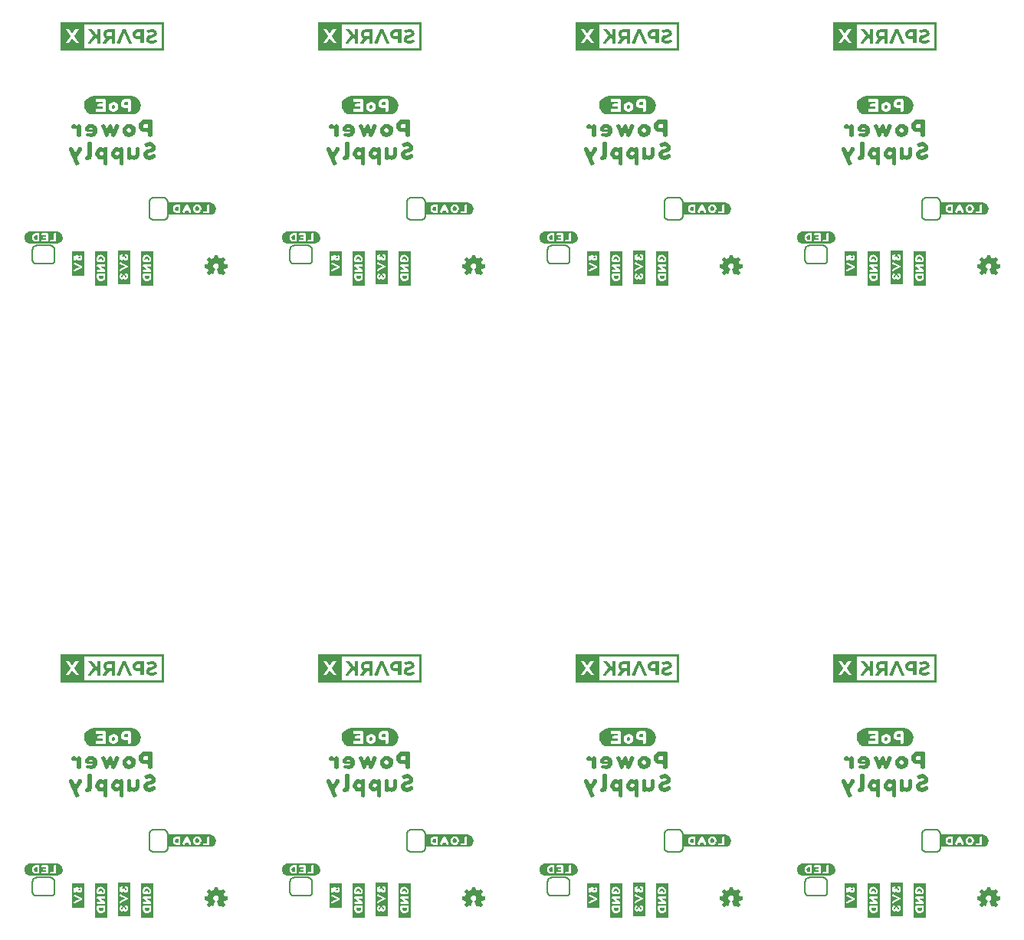
<source format=gbo>
G04 EAGLE Gerber RS-274X export*
G75*
%MOMM*%
%FSLAX34Y34*%
%LPD*%
%INSilkscreen Bottom*%
%IPPOS*%
%AMOC8*
5,1,8,0,0,1.08239X$1,22.5*%
G01*
%ADD10C,0.203200*%

G36*
X196897Y1012868D02*
X196897Y1012868D01*
X196892Y1012875D01*
X196899Y1012881D01*
X196899Y1044519D01*
X196863Y1044567D01*
X196856Y1044561D01*
X196850Y1044568D01*
X82550Y1044568D01*
X82503Y1044532D01*
X82508Y1044525D01*
X82501Y1044519D01*
X82501Y1012881D01*
X82537Y1012833D01*
X82544Y1012839D01*
X82550Y1012832D01*
X196850Y1012832D01*
X196897Y1012868D01*
G37*
G36*
X765857Y1012868D02*
X765857Y1012868D01*
X765852Y1012875D01*
X765859Y1012881D01*
X765859Y1044519D01*
X765823Y1044567D01*
X765816Y1044561D01*
X765810Y1044568D01*
X651510Y1044568D01*
X651463Y1044532D01*
X651468Y1044525D01*
X651461Y1044519D01*
X651461Y1012881D01*
X651497Y1012833D01*
X651504Y1012839D01*
X651510Y1012832D01*
X765810Y1012832D01*
X765857Y1012868D01*
G37*
G36*
X481377Y1012868D02*
X481377Y1012868D01*
X481372Y1012875D01*
X481379Y1012881D01*
X481379Y1044519D01*
X481343Y1044567D01*
X481336Y1044561D01*
X481330Y1044568D01*
X367030Y1044568D01*
X366983Y1044532D01*
X366988Y1044525D01*
X366981Y1044519D01*
X366981Y1012881D01*
X367017Y1012833D01*
X367024Y1012839D01*
X367030Y1012832D01*
X481330Y1012832D01*
X481377Y1012868D01*
G37*
G36*
X1050337Y1012868D02*
X1050337Y1012868D01*
X1050332Y1012875D01*
X1050339Y1012881D01*
X1050339Y1044519D01*
X1050303Y1044567D01*
X1050296Y1044561D01*
X1050290Y1044568D01*
X935990Y1044568D01*
X935943Y1044532D01*
X935948Y1044525D01*
X935941Y1044519D01*
X935941Y1012881D01*
X935977Y1012833D01*
X935984Y1012839D01*
X935990Y1012832D01*
X1050290Y1012832D01*
X1050337Y1012868D01*
G37*
G36*
X481377Y314368D02*
X481377Y314368D01*
X481372Y314375D01*
X481379Y314381D01*
X481379Y346019D01*
X481343Y346067D01*
X481336Y346061D01*
X481330Y346068D01*
X367030Y346068D01*
X366983Y346032D01*
X366988Y346025D01*
X366981Y346019D01*
X366981Y314381D01*
X367017Y314333D01*
X367024Y314339D01*
X367030Y314332D01*
X481330Y314332D01*
X481377Y314368D01*
G37*
G36*
X82537Y314333D02*
X82537Y314333D01*
X82544Y314339D01*
X82550Y314332D01*
X196850Y314332D01*
X196897Y314368D01*
X196892Y314375D01*
X196899Y314381D01*
X196899Y346019D01*
X196863Y346067D01*
X196856Y346061D01*
X196850Y346068D01*
X82550Y346068D01*
X82503Y346032D01*
X82508Y346025D01*
X82501Y346019D01*
X82501Y314381D01*
X82537Y314333D01*
G37*
G36*
X765857Y314368D02*
X765857Y314368D01*
X765852Y314375D01*
X765859Y314381D01*
X765859Y346019D01*
X765823Y346067D01*
X765816Y346061D01*
X765810Y346068D01*
X651510Y346068D01*
X651463Y346032D01*
X651468Y346025D01*
X651461Y346019D01*
X651461Y314381D01*
X651497Y314333D01*
X651504Y314339D01*
X651510Y314332D01*
X765810Y314332D01*
X765857Y314368D01*
G37*
G36*
X1050337Y314368D02*
X1050337Y314368D01*
X1050332Y314375D01*
X1050339Y314381D01*
X1050339Y346019D01*
X1050303Y346067D01*
X1050296Y346061D01*
X1050290Y346068D01*
X935990Y346068D01*
X935943Y346032D01*
X935948Y346025D01*
X935941Y346019D01*
X935941Y314381D01*
X935977Y314333D01*
X935984Y314339D01*
X935990Y314332D01*
X1050290Y314332D01*
X1050337Y314368D01*
G37*
%LPC*%
G36*
X108134Y1015868D02*
X108134Y1015868D01*
X108134Y1041532D01*
X193863Y1041532D01*
X193863Y1015868D01*
X108134Y1015868D01*
G37*
%LPD*%
%LPC*%
G36*
X392614Y1015868D02*
X392614Y1015868D01*
X392614Y1041532D01*
X478343Y1041532D01*
X478343Y1015868D01*
X392614Y1015868D01*
G37*
%LPD*%
%LPC*%
G36*
X961574Y1015868D02*
X961574Y1015868D01*
X961574Y1041532D01*
X1047303Y1041532D01*
X1047303Y1015868D01*
X961574Y1015868D01*
G37*
%LPD*%
%LPC*%
G36*
X677094Y1015868D02*
X677094Y1015868D01*
X677094Y1041532D01*
X762823Y1041532D01*
X762823Y1015868D01*
X677094Y1015868D01*
G37*
%LPD*%
%LPC*%
G36*
X193863Y343032D02*
X193863Y343032D01*
X193863Y317368D01*
X108134Y317368D01*
X108134Y343032D01*
X193863Y343032D01*
G37*
%LPD*%
%LPC*%
G36*
X677094Y317368D02*
X677094Y317368D01*
X677094Y343032D01*
X762823Y343032D01*
X762823Y317368D01*
X677094Y317368D01*
G37*
%LPD*%
%LPC*%
G36*
X961574Y317368D02*
X961574Y317368D01*
X961574Y343032D01*
X1047303Y343032D01*
X1047303Y317368D01*
X961574Y317368D01*
G37*
%LPD*%
%LPC*%
G36*
X392614Y317368D02*
X392614Y317368D01*
X392614Y343032D01*
X478343Y343032D01*
X478343Y317368D01*
X392614Y317368D01*
G37*
%LPD*%
G36*
X729362Y942252D02*
X729362Y942252D01*
X729364Y942251D01*
X729365Y942251D01*
X731365Y942451D01*
X731368Y942454D01*
X731370Y942452D01*
X732370Y942652D01*
X732372Y942654D01*
X732374Y942653D01*
X733374Y942953D01*
X733377Y942957D01*
X733380Y942955D01*
X734280Y943355D01*
X734282Y943358D01*
X734284Y943357D01*
X735184Y943857D01*
X735186Y943862D01*
X735190Y943861D01*
X735990Y944461D01*
X735990Y944463D01*
X735992Y944463D01*
X736792Y945163D01*
X736793Y945165D01*
X736795Y945165D01*
X737495Y945865D01*
X737496Y945870D01*
X737499Y945870D01*
X738099Y946670D01*
X738099Y946676D01*
X738103Y946676D01*
X739103Y948476D01*
X739102Y948483D01*
X739107Y948484D01*
X739407Y949384D01*
X739406Y949386D01*
X739407Y949386D01*
X739707Y950386D01*
X739705Y950392D01*
X739709Y950395D01*
X739909Y952395D01*
X739905Y952401D01*
X739909Y952404D01*
X739809Y953504D01*
X739809Y953505D01*
X739709Y954505D01*
X739706Y954508D01*
X739708Y954511D01*
X739508Y955411D01*
X739504Y955415D01*
X739506Y955418D01*
X739106Y956418D01*
X739104Y956419D01*
X739105Y956420D01*
X738705Y957320D01*
X738702Y957322D01*
X738703Y957324D01*
X738203Y958224D01*
X738196Y958227D01*
X738197Y958232D01*
X737497Y959032D01*
X736897Y959732D01*
X736892Y959733D01*
X736892Y959737D01*
X736092Y960437D01*
X736090Y960437D01*
X736090Y960439D01*
X735290Y961039D01*
X735284Y961039D01*
X735284Y961043D01*
X734384Y961543D01*
X734381Y961543D01*
X734380Y961545D01*
X733480Y961945D01*
X733479Y961945D01*
X733478Y961946D01*
X732478Y962346D01*
X732472Y962344D01*
X732470Y962348D01*
X731470Y962548D01*
X731466Y962547D01*
X731465Y962549D01*
X730466Y962649D01*
X729666Y962749D01*
X729662Y962747D01*
X729660Y962749D01*
X688060Y962749D01*
X688057Y962747D01*
X688055Y962749D01*
X686055Y962549D01*
X686052Y962546D01*
X686050Y962548D01*
X685050Y962348D01*
X685048Y962346D01*
X685046Y962347D01*
X684046Y962047D01*
X684043Y962043D01*
X684040Y962045D01*
X683140Y961645D01*
X683138Y961642D01*
X683136Y961643D01*
X682236Y961143D01*
X682235Y961141D01*
X682234Y961142D01*
X681434Y960642D01*
X681432Y960636D01*
X681428Y960637D01*
X680628Y959937D01*
X680627Y959935D01*
X680625Y959935D01*
X679925Y959235D01*
X679924Y959230D01*
X679921Y959230D01*
X679321Y958430D01*
X679321Y958427D01*
X679319Y958427D01*
X678719Y957527D01*
X678719Y957521D01*
X678715Y957520D01*
X677915Y955720D01*
X677916Y955715D01*
X677913Y955714D01*
X677613Y954714D01*
X677615Y954708D01*
X677611Y954705D01*
X677411Y952705D01*
X677413Y952702D01*
X677411Y952700D01*
X677411Y951700D01*
X677415Y951695D01*
X677412Y951691D01*
X677612Y950591D01*
X677613Y950590D01*
X677612Y950589D01*
X677812Y949689D01*
X677814Y949688D01*
X677813Y949686D01*
X678113Y948686D01*
X678119Y948681D01*
X678117Y948676D01*
X679117Y946876D01*
X679122Y946874D01*
X679121Y946870D01*
X679721Y946070D01*
X679723Y946070D01*
X679723Y946068D01*
X680423Y945268D01*
X680428Y945267D01*
X680428Y945263D01*
X681128Y944663D01*
X681928Y943963D01*
X681935Y943962D01*
X681936Y943957D01*
X682836Y943457D01*
X682839Y943457D01*
X682840Y943455D01*
X683740Y943055D01*
X683745Y943056D01*
X683746Y943053D01*
X685746Y942453D01*
X685752Y942455D01*
X685755Y942451D01*
X687755Y942251D01*
X687758Y942253D01*
X687760Y942251D01*
X729360Y942251D01*
X729362Y942252D01*
G37*
G36*
X160402Y942252D02*
X160402Y942252D01*
X160404Y942251D01*
X160405Y942251D01*
X162405Y942451D01*
X162408Y942454D01*
X162410Y942452D01*
X163410Y942652D01*
X163412Y942654D01*
X163414Y942653D01*
X164414Y942953D01*
X164417Y942957D01*
X164420Y942955D01*
X165320Y943355D01*
X165322Y943358D01*
X165324Y943357D01*
X166224Y943857D01*
X166226Y943862D01*
X166230Y943861D01*
X167030Y944461D01*
X167030Y944463D01*
X167032Y944463D01*
X167832Y945163D01*
X167833Y945165D01*
X167835Y945165D01*
X168535Y945865D01*
X168536Y945870D01*
X168539Y945870D01*
X169139Y946670D01*
X169139Y946676D01*
X169143Y946676D01*
X170143Y948476D01*
X170142Y948483D01*
X170147Y948484D01*
X170447Y949384D01*
X170446Y949386D01*
X170447Y949386D01*
X170747Y950386D01*
X170745Y950392D01*
X170749Y950395D01*
X170949Y952395D01*
X170945Y952401D01*
X170949Y952404D01*
X170849Y953504D01*
X170849Y953505D01*
X170749Y954505D01*
X170746Y954508D01*
X170748Y954511D01*
X170548Y955411D01*
X170544Y955415D01*
X170546Y955418D01*
X170146Y956418D01*
X170144Y956419D01*
X170145Y956420D01*
X169745Y957320D01*
X169742Y957322D01*
X169743Y957324D01*
X169243Y958224D01*
X169236Y958227D01*
X169237Y958232D01*
X168537Y959032D01*
X167937Y959732D01*
X167932Y959733D01*
X167932Y959737D01*
X167132Y960437D01*
X167130Y960437D01*
X167130Y960439D01*
X166330Y961039D01*
X166324Y961039D01*
X166324Y961043D01*
X165424Y961543D01*
X165421Y961543D01*
X165420Y961545D01*
X164520Y961945D01*
X164519Y961945D01*
X164518Y961946D01*
X163518Y962346D01*
X163512Y962344D01*
X163510Y962348D01*
X162510Y962548D01*
X162506Y962547D01*
X162505Y962549D01*
X161506Y962649D01*
X160706Y962749D01*
X160702Y962747D01*
X160700Y962749D01*
X119100Y962749D01*
X119097Y962747D01*
X119095Y962749D01*
X117095Y962549D01*
X117092Y962546D01*
X117090Y962548D01*
X116090Y962348D01*
X116088Y962346D01*
X116086Y962347D01*
X115086Y962047D01*
X115083Y962043D01*
X115080Y962045D01*
X114180Y961645D01*
X114178Y961642D01*
X114176Y961643D01*
X113276Y961143D01*
X113275Y961141D01*
X113274Y961142D01*
X112474Y960642D01*
X112472Y960636D01*
X112468Y960637D01*
X111668Y959937D01*
X111667Y959935D01*
X111665Y959935D01*
X110965Y959235D01*
X110964Y959230D01*
X110961Y959230D01*
X110361Y958430D01*
X110361Y958427D01*
X110359Y958427D01*
X109759Y957527D01*
X109759Y957521D01*
X109755Y957520D01*
X108955Y955720D01*
X108956Y955715D01*
X108953Y955714D01*
X108653Y954714D01*
X108655Y954708D01*
X108651Y954705D01*
X108451Y952705D01*
X108453Y952702D01*
X108451Y952700D01*
X108451Y951700D01*
X108455Y951695D01*
X108452Y951691D01*
X108652Y950591D01*
X108653Y950590D01*
X108652Y950589D01*
X108852Y949689D01*
X108854Y949688D01*
X108853Y949686D01*
X109153Y948686D01*
X109159Y948681D01*
X109157Y948676D01*
X110157Y946876D01*
X110162Y946874D01*
X110161Y946870D01*
X110761Y946070D01*
X110763Y946070D01*
X110763Y946068D01*
X111463Y945268D01*
X111468Y945267D01*
X111468Y945263D01*
X112168Y944663D01*
X112968Y943963D01*
X112975Y943962D01*
X112976Y943957D01*
X113876Y943457D01*
X113879Y943457D01*
X113880Y943455D01*
X114780Y943055D01*
X114785Y943056D01*
X114786Y943053D01*
X116786Y942453D01*
X116792Y942455D01*
X116795Y942451D01*
X118795Y942251D01*
X118798Y942253D01*
X118800Y942251D01*
X160400Y942251D01*
X160402Y942252D01*
G37*
G36*
X1013842Y942252D02*
X1013842Y942252D01*
X1013844Y942251D01*
X1013845Y942251D01*
X1015845Y942451D01*
X1015848Y942454D01*
X1015850Y942452D01*
X1016850Y942652D01*
X1016852Y942654D01*
X1016854Y942653D01*
X1017854Y942953D01*
X1017857Y942957D01*
X1017860Y942955D01*
X1018760Y943355D01*
X1018762Y943358D01*
X1018764Y943357D01*
X1019664Y943857D01*
X1019666Y943862D01*
X1019670Y943861D01*
X1020470Y944461D01*
X1020470Y944463D01*
X1020472Y944463D01*
X1021272Y945163D01*
X1021273Y945165D01*
X1021275Y945165D01*
X1021975Y945865D01*
X1021976Y945870D01*
X1021979Y945870D01*
X1022579Y946670D01*
X1022579Y946676D01*
X1022583Y946676D01*
X1023583Y948476D01*
X1023582Y948483D01*
X1023587Y948484D01*
X1023887Y949384D01*
X1023886Y949386D01*
X1023887Y949386D01*
X1024187Y950386D01*
X1024185Y950392D01*
X1024189Y950395D01*
X1024389Y952395D01*
X1024385Y952401D01*
X1024389Y952404D01*
X1024289Y953504D01*
X1024289Y953505D01*
X1024189Y954505D01*
X1024186Y954508D01*
X1024188Y954511D01*
X1023988Y955411D01*
X1023984Y955415D01*
X1023986Y955418D01*
X1023586Y956418D01*
X1023584Y956419D01*
X1023585Y956420D01*
X1023185Y957320D01*
X1023182Y957322D01*
X1023183Y957324D01*
X1022683Y958224D01*
X1022676Y958227D01*
X1022677Y958232D01*
X1021977Y959032D01*
X1021377Y959732D01*
X1021372Y959733D01*
X1021372Y959737D01*
X1020572Y960437D01*
X1020570Y960437D01*
X1020570Y960439D01*
X1019770Y961039D01*
X1019764Y961039D01*
X1019764Y961043D01*
X1018864Y961543D01*
X1018861Y961543D01*
X1018860Y961545D01*
X1017960Y961945D01*
X1017959Y961945D01*
X1017958Y961946D01*
X1016958Y962346D01*
X1016952Y962344D01*
X1016950Y962348D01*
X1015950Y962548D01*
X1015946Y962547D01*
X1015945Y962549D01*
X1014946Y962649D01*
X1014146Y962749D01*
X1014142Y962747D01*
X1014140Y962749D01*
X972540Y962749D01*
X972537Y962747D01*
X972535Y962749D01*
X970535Y962549D01*
X970532Y962546D01*
X970530Y962548D01*
X969530Y962348D01*
X969528Y962346D01*
X969526Y962347D01*
X968526Y962047D01*
X968523Y962043D01*
X968520Y962045D01*
X967620Y961645D01*
X967618Y961642D01*
X967616Y961643D01*
X966716Y961143D01*
X966715Y961141D01*
X966714Y961142D01*
X965914Y960642D01*
X965912Y960636D01*
X965908Y960637D01*
X965108Y959937D01*
X965107Y959935D01*
X965105Y959935D01*
X964405Y959235D01*
X964404Y959230D01*
X964401Y959230D01*
X963801Y958430D01*
X963801Y958427D01*
X963799Y958427D01*
X963199Y957527D01*
X963199Y957521D01*
X963195Y957520D01*
X962395Y955720D01*
X962396Y955715D01*
X962393Y955714D01*
X962093Y954714D01*
X962095Y954708D01*
X962091Y954705D01*
X961891Y952705D01*
X961893Y952702D01*
X961891Y952700D01*
X961891Y951700D01*
X961895Y951695D01*
X961892Y951691D01*
X962092Y950591D01*
X962093Y950590D01*
X962092Y950589D01*
X962292Y949689D01*
X962294Y949688D01*
X962293Y949686D01*
X962593Y948686D01*
X962599Y948681D01*
X962597Y948676D01*
X963597Y946876D01*
X963602Y946874D01*
X963601Y946870D01*
X964201Y946070D01*
X964203Y946070D01*
X964203Y946068D01*
X964903Y945268D01*
X964908Y945267D01*
X964908Y945263D01*
X965608Y944663D01*
X966408Y943963D01*
X966415Y943962D01*
X966416Y943957D01*
X967316Y943457D01*
X967319Y943457D01*
X967320Y943455D01*
X968220Y943055D01*
X968225Y943056D01*
X968226Y943053D01*
X970226Y942453D01*
X970232Y942455D01*
X970235Y942451D01*
X972235Y942251D01*
X972238Y942253D01*
X972240Y942251D01*
X1013840Y942251D01*
X1013842Y942252D01*
G37*
G36*
X444882Y942252D02*
X444882Y942252D01*
X444884Y942251D01*
X444885Y942251D01*
X446885Y942451D01*
X446888Y942454D01*
X446890Y942452D01*
X447890Y942652D01*
X447892Y942654D01*
X447894Y942653D01*
X448894Y942953D01*
X448897Y942957D01*
X448900Y942955D01*
X449800Y943355D01*
X449802Y943358D01*
X449804Y943357D01*
X450704Y943857D01*
X450706Y943862D01*
X450710Y943861D01*
X451510Y944461D01*
X451510Y944463D01*
X451512Y944463D01*
X452312Y945163D01*
X452313Y945165D01*
X452315Y945165D01*
X453015Y945865D01*
X453016Y945870D01*
X453019Y945870D01*
X453619Y946670D01*
X453619Y946676D01*
X453623Y946676D01*
X454623Y948476D01*
X454622Y948483D01*
X454627Y948484D01*
X454927Y949384D01*
X454926Y949386D01*
X454927Y949386D01*
X455227Y950386D01*
X455225Y950392D01*
X455229Y950395D01*
X455429Y952395D01*
X455425Y952401D01*
X455429Y952404D01*
X455329Y953504D01*
X455329Y953505D01*
X455229Y954505D01*
X455226Y954508D01*
X455228Y954511D01*
X455028Y955411D01*
X455024Y955415D01*
X455026Y955418D01*
X454626Y956418D01*
X454624Y956419D01*
X454625Y956420D01*
X454225Y957320D01*
X454222Y957322D01*
X454223Y957324D01*
X453723Y958224D01*
X453716Y958227D01*
X453717Y958232D01*
X453017Y959032D01*
X452417Y959732D01*
X452412Y959733D01*
X452412Y959737D01*
X451612Y960437D01*
X451610Y960437D01*
X451610Y960439D01*
X450810Y961039D01*
X450804Y961039D01*
X450804Y961043D01*
X449904Y961543D01*
X449901Y961543D01*
X449900Y961545D01*
X449000Y961945D01*
X448999Y961945D01*
X448998Y961946D01*
X447998Y962346D01*
X447992Y962344D01*
X447990Y962348D01*
X446990Y962548D01*
X446986Y962547D01*
X446985Y962549D01*
X445986Y962649D01*
X445186Y962749D01*
X445182Y962747D01*
X445180Y962749D01*
X403580Y962749D01*
X403577Y962747D01*
X403575Y962749D01*
X401575Y962549D01*
X401572Y962546D01*
X401570Y962548D01*
X400570Y962348D01*
X400568Y962346D01*
X400566Y962347D01*
X399566Y962047D01*
X399563Y962043D01*
X399560Y962045D01*
X398660Y961645D01*
X398658Y961642D01*
X398656Y961643D01*
X397756Y961143D01*
X397755Y961141D01*
X397754Y961142D01*
X396954Y960642D01*
X396952Y960636D01*
X396948Y960637D01*
X396148Y959937D01*
X396147Y959935D01*
X396145Y959935D01*
X395445Y959235D01*
X395444Y959230D01*
X395441Y959230D01*
X394841Y958430D01*
X394841Y958427D01*
X394839Y958427D01*
X394239Y957527D01*
X394239Y957521D01*
X394235Y957520D01*
X393435Y955720D01*
X393436Y955715D01*
X393433Y955714D01*
X393133Y954714D01*
X393135Y954708D01*
X393131Y954705D01*
X392931Y952705D01*
X392933Y952702D01*
X392931Y952700D01*
X392931Y951700D01*
X392935Y951695D01*
X392932Y951691D01*
X393132Y950591D01*
X393133Y950590D01*
X393132Y950589D01*
X393332Y949689D01*
X393334Y949688D01*
X393333Y949686D01*
X393633Y948686D01*
X393639Y948681D01*
X393637Y948676D01*
X394637Y946876D01*
X394642Y946874D01*
X394641Y946870D01*
X395241Y946070D01*
X395243Y946070D01*
X395243Y946068D01*
X395943Y945268D01*
X395948Y945267D01*
X395948Y945263D01*
X396648Y944663D01*
X397448Y943963D01*
X397455Y943962D01*
X397456Y943957D01*
X398356Y943457D01*
X398359Y943457D01*
X398360Y943455D01*
X399260Y943055D01*
X399265Y943056D01*
X399266Y943053D01*
X401266Y942453D01*
X401272Y942455D01*
X401275Y942451D01*
X403275Y942251D01*
X403278Y942253D01*
X403280Y942251D01*
X444880Y942251D01*
X444882Y942252D01*
G37*
G36*
X1013842Y243752D02*
X1013842Y243752D01*
X1013844Y243751D01*
X1013845Y243751D01*
X1015845Y243951D01*
X1015848Y243954D01*
X1015850Y243952D01*
X1016850Y244152D01*
X1016852Y244154D01*
X1016854Y244153D01*
X1017854Y244453D01*
X1017857Y244457D01*
X1017860Y244455D01*
X1018760Y244855D01*
X1018762Y244858D01*
X1018764Y244857D01*
X1019664Y245357D01*
X1019666Y245362D01*
X1019670Y245361D01*
X1020470Y245961D01*
X1020470Y245963D01*
X1020472Y245963D01*
X1021272Y246663D01*
X1021273Y246665D01*
X1021275Y246665D01*
X1021975Y247365D01*
X1021976Y247370D01*
X1021979Y247370D01*
X1022579Y248170D01*
X1022579Y248176D01*
X1022583Y248176D01*
X1023583Y249976D01*
X1023582Y249983D01*
X1023587Y249984D01*
X1023887Y250884D01*
X1023886Y250886D01*
X1023887Y250886D01*
X1024187Y251886D01*
X1024185Y251892D01*
X1024189Y251895D01*
X1024389Y253895D01*
X1024385Y253901D01*
X1024389Y253904D01*
X1024289Y255004D01*
X1024289Y255005D01*
X1024189Y256005D01*
X1024186Y256008D01*
X1024188Y256011D01*
X1023988Y256911D01*
X1023984Y256915D01*
X1023986Y256918D01*
X1023586Y257918D01*
X1023584Y257919D01*
X1023585Y257920D01*
X1023185Y258820D01*
X1023182Y258822D01*
X1023183Y258824D01*
X1022683Y259724D01*
X1022676Y259727D01*
X1022677Y259732D01*
X1021977Y260532D01*
X1021377Y261232D01*
X1021372Y261233D01*
X1021372Y261237D01*
X1020572Y261937D01*
X1020570Y261937D01*
X1020570Y261939D01*
X1019770Y262539D01*
X1019764Y262539D01*
X1019764Y262543D01*
X1018864Y263043D01*
X1018861Y263043D01*
X1018860Y263045D01*
X1017960Y263445D01*
X1017959Y263445D01*
X1017958Y263446D01*
X1016958Y263846D01*
X1016952Y263844D01*
X1016950Y263848D01*
X1015950Y264048D01*
X1015946Y264047D01*
X1015945Y264049D01*
X1014946Y264149D01*
X1014146Y264249D01*
X1014142Y264247D01*
X1014140Y264249D01*
X972540Y264249D01*
X972537Y264247D01*
X972535Y264249D01*
X970535Y264049D01*
X970532Y264046D01*
X970530Y264048D01*
X969530Y263848D01*
X969528Y263846D01*
X969526Y263847D01*
X968526Y263547D01*
X968523Y263543D01*
X968520Y263545D01*
X967620Y263145D01*
X967618Y263142D01*
X967616Y263143D01*
X966716Y262643D01*
X966715Y262641D01*
X966714Y262642D01*
X965914Y262142D01*
X965912Y262136D01*
X965908Y262137D01*
X965108Y261437D01*
X965107Y261435D01*
X965105Y261435D01*
X964405Y260735D01*
X964404Y260730D01*
X964401Y260730D01*
X963801Y259930D01*
X963801Y259927D01*
X963799Y259927D01*
X963199Y259027D01*
X963199Y259021D01*
X963195Y259020D01*
X962395Y257220D01*
X962396Y257215D01*
X962393Y257214D01*
X962093Y256214D01*
X962095Y256208D01*
X962091Y256205D01*
X961891Y254205D01*
X961893Y254202D01*
X961891Y254200D01*
X961891Y253200D01*
X961895Y253195D01*
X961892Y253191D01*
X962092Y252091D01*
X962093Y252090D01*
X962092Y252089D01*
X962292Y251189D01*
X962294Y251188D01*
X962293Y251186D01*
X962593Y250186D01*
X962599Y250181D01*
X962597Y250176D01*
X963597Y248376D01*
X963602Y248374D01*
X963601Y248370D01*
X964201Y247570D01*
X964203Y247570D01*
X964203Y247568D01*
X964903Y246768D01*
X964908Y246767D01*
X964908Y246763D01*
X965608Y246163D01*
X966408Y245463D01*
X966415Y245462D01*
X966416Y245457D01*
X967316Y244957D01*
X967319Y244957D01*
X967320Y244955D01*
X968220Y244555D01*
X968225Y244556D01*
X968226Y244553D01*
X970226Y243953D01*
X970232Y243955D01*
X970235Y243951D01*
X972235Y243751D01*
X972238Y243753D01*
X972240Y243751D01*
X1013840Y243751D01*
X1013842Y243752D01*
G37*
G36*
X160402Y243752D02*
X160402Y243752D01*
X160404Y243751D01*
X160405Y243751D01*
X162405Y243951D01*
X162408Y243954D01*
X162410Y243952D01*
X163410Y244152D01*
X163412Y244154D01*
X163414Y244153D01*
X164414Y244453D01*
X164417Y244457D01*
X164420Y244455D01*
X165320Y244855D01*
X165322Y244858D01*
X165324Y244857D01*
X166224Y245357D01*
X166226Y245362D01*
X166230Y245361D01*
X167030Y245961D01*
X167030Y245963D01*
X167032Y245963D01*
X167832Y246663D01*
X167833Y246665D01*
X167835Y246665D01*
X168535Y247365D01*
X168536Y247370D01*
X168539Y247370D01*
X169139Y248170D01*
X169139Y248176D01*
X169143Y248176D01*
X170143Y249976D01*
X170142Y249983D01*
X170147Y249984D01*
X170447Y250884D01*
X170446Y250886D01*
X170447Y250886D01*
X170747Y251886D01*
X170745Y251892D01*
X170749Y251895D01*
X170949Y253895D01*
X170945Y253901D01*
X170949Y253904D01*
X170849Y255004D01*
X170849Y255005D01*
X170749Y256005D01*
X170746Y256008D01*
X170748Y256011D01*
X170548Y256911D01*
X170544Y256915D01*
X170546Y256918D01*
X170146Y257918D01*
X170144Y257919D01*
X170145Y257920D01*
X169745Y258820D01*
X169742Y258822D01*
X169743Y258824D01*
X169243Y259724D01*
X169236Y259727D01*
X169237Y259732D01*
X168537Y260532D01*
X167937Y261232D01*
X167932Y261233D01*
X167932Y261237D01*
X167132Y261937D01*
X167130Y261937D01*
X167130Y261939D01*
X166330Y262539D01*
X166324Y262539D01*
X166324Y262543D01*
X165424Y263043D01*
X165421Y263043D01*
X165420Y263045D01*
X164520Y263445D01*
X164519Y263445D01*
X164518Y263446D01*
X163518Y263846D01*
X163512Y263844D01*
X163510Y263848D01*
X162510Y264048D01*
X162506Y264047D01*
X162505Y264049D01*
X161506Y264149D01*
X160706Y264249D01*
X160702Y264247D01*
X160700Y264249D01*
X119100Y264249D01*
X119097Y264247D01*
X119095Y264249D01*
X117095Y264049D01*
X117092Y264046D01*
X117090Y264048D01*
X116090Y263848D01*
X116088Y263846D01*
X116086Y263847D01*
X115086Y263547D01*
X115083Y263543D01*
X115080Y263545D01*
X114180Y263145D01*
X114178Y263142D01*
X114176Y263143D01*
X113276Y262643D01*
X113275Y262641D01*
X113274Y262642D01*
X112474Y262142D01*
X112472Y262136D01*
X112468Y262137D01*
X111668Y261437D01*
X111667Y261435D01*
X111665Y261435D01*
X110965Y260735D01*
X110964Y260730D01*
X110961Y260730D01*
X110361Y259930D01*
X110361Y259927D01*
X110359Y259927D01*
X109759Y259027D01*
X109759Y259021D01*
X109755Y259020D01*
X108955Y257220D01*
X108956Y257215D01*
X108953Y257214D01*
X108653Y256214D01*
X108655Y256208D01*
X108651Y256205D01*
X108451Y254205D01*
X108453Y254202D01*
X108451Y254200D01*
X108451Y253200D01*
X108455Y253195D01*
X108452Y253191D01*
X108652Y252091D01*
X108653Y252090D01*
X108652Y252089D01*
X108852Y251189D01*
X108854Y251188D01*
X108853Y251186D01*
X109153Y250186D01*
X109159Y250181D01*
X109157Y250176D01*
X110157Y248376D01*
X110162Y248374D01*
X110161Y248370D01*
X110761Y247570D01*
X110763Y247570D01*
X110763Y247568D01*
X111463Y246768D01*
X111468Y246767D01*
X111468Y246763D01*
X112168Y246163D01*
X112968Y245463D01*
X112975Y245462D01*
X112976Y245457D01*
X113876Y244957D01*
X113879Y244957D01*
X113880Y244955D01*
X114780Y244555D01*
X114785Y244556D01*
X114786Y244553D01*
X116786Y243953D01*
X116792Y243955D01*
X116795Y243951D01*
X118795Y243751D01*
X118798Y243753D01*
X118800Y243751D01*
X160400Y243751D01*
X160402Y243752D01*
G37*
G36*
X444882Y243752D02*
X444882Y243752D01*
X444884Y243751D01*
X444885Y243751D01*
X446885Y243951D01*
X446888Y243954D01*
X446890Y243952D01*
X447890Y244152D01*
X447892Y244154D01*
X447894Y244153D01*
X448894Y244453D01*
X448897Y244457D01*
X448900Y244455D01*
X449800Y244855D01*
X449802Y244858D01*
X449804Y244857D01*
X450704Y245357D01*
X450706Y245362D01*
X450710Y245361D01*
X451510Y245961D01*
X451510Y245963D01*
X451512Y245963D01*
X452312Y246663D01*
X452313Y246665D01*
X452315Y246665D01*
X453015Y247365D01*
X453016Y247370D01*
X453019Y247370D01*
X453619Y248170D01*
X453619Y248176D01*
X453623Y248176D01*
X454623Y249976D01*
X454622Y249983D01*
X454627Y249984D01*
X454927Y250884D01*
X454926Y250886D01*
X454927Y250886D01*
X455227Y251886D01*
X455225Y251892D01*
X455229Y251895D01*
X455429Y253895D01*
X455425Y253901D01*
X455429Y253904D01*
X455329Y255004D01*
X455329Y255005D01*
X455229Y256005D01*
X455226Y256008D01*
X455228Y256011D01*
X455028Y256911D01*
X455024Y256915D01*
X455026Y256918D01*
X454626Y257918D01*
X454624Y257919D01*
X454625Y257920D01*
X454225Y258820D01*
X454222Y258822D01*
X454223Y258824D01*
X453723Y259724D01*
X453716Y259727D01*
X453717Y259732D01*
X453017Y260532D01*
X452417Y261232D01*
X452412Y261233D01*
X452412Y261237D01*
X451612Y261937D01*
X451610Y261937D01*
X451610Y261939D01*
X450810Y262539D01*
X450804Y262539D01*
X450804Y262543D01*
X449904Y263043D01*
X449901Y263043D01*
X449900Y263045D01*
X449000Y263445D01*
X448999Y263445D01*
X448998Y263446D01*
X447998Y263846D01*
X447992Y263844D01*
X447990Y263848D01*
X446990Y264048D01*
X446986Y264047D01*
X446985Y264049D01*
X445986Y264149D01*
X445186Y264249D01*
X445182Y264247D01*
X445180Y264249D01*
X403580Y264249D01*
X403577Y264247D01*
X403575Y264249D01*
X401575Y264049D01*
X401572Y264046D01*
X401570Y264048D01*
X400570Y263848D01*
X400568Y263846D01*
X400566Y263847D01*
X399566Y263547D01*
X399563Y263543D01*
X399560Y263545D01*
X398660Y263145D01*
X398658Y263142D01*
X398656Y263143D01*
X397756Y262643D01*
X397755Y262641D01*
X397754Y262642D01*
X396954Y262142D01*
X396952Y262136D01*
X396948Y262137D01*
X396148Y261437D01*
X396147Y261435D01*
X396145Y261435D01*
X395445Y260735D01*
X395444Y260730D01*
X395441Y260730D01*
X394841Y259930D01*
X394841Y259927D01*
X394839Y259927D01*
X394239Y259027D01*
X394239Y259021D01*
X394235Y259020D01*
X393435Y257220D01*
X393436Y257215D01*
X393433Y257214D01*
X393133Y256214D01*
X393135Y256208D01*
X393131Y256205D01*
X392931Y254205D01*
X392933Y254202D01*
X392931Y254200D01*
X392931Y253200D01*
X392935Y253195D01*
X392932Y253191D01*
X393132Y252091D01*
X393133Y252090D01*
X393132Y252089D01*
X393332Y251189D01*
X393334Y251188D01*
X393333Y251186D01*
X393633Y250186D01*
X393639Y250181D01*
X393637Y250176D01*
X394637Y248376D01*
X394642Y248374D01*
X394641Y248370D01*
X395241Y247570D01*
X395243Y247570D01*
X395243Y247568D01*
X395943Y246768D01*
X395948Y246767D01*
X395948Y246763D01*
X396648Y246163D01*
X397448Y245463D01*
X397455Y245462D01*
X397456Y245457D01*
X398356Y244957D01*
X398359Y244957D01*
X398360Y244955D01*
X399260Y244555D01*
X399265Y244556D01*
X399266Y244553D01*
X401266Y243953D01*
X401272Y243955D01*
X401275Y243951D01*
X403275Y243751D01*
X403278Y243753D01*
X403280Y243751D01*
X444880Y243751D01*
X444882Y243752D01*
G37*
G36*
X729362Y243752D02*
X729362Y243752D01*
X729364Y243751D01*
X729365Y243751D01*
X731365Y243951D01*
X731368Y243954D01*
X731370Y243952D01*
X732370Y244152D01*
X732372Y244154D01*
X732374Y244153D01*
X733374Y244453D01*
X733377Y244457D01*
X733380Y244455D01*
X734280Y244855D01*
X734282Y244858D01*
X734284Y244857D01*
X735184Y245357D01*
X735186Y245362D01*
X735190Y245361D01*
X735990Y245961D01*
X735990Y245963D01*
X735992Y245963D01*
X736792Y246663D01*
X736793Y246665D01*
X736795Y246665D01*
X737495Y247365D01*
X737496Y247370D01*
X737499Y247370D01*
X738099Y248170D01*
X738099Y248176D01*
X738103Y248176D01*
X739103Y249976D01*
X739102Y249983D01*
X739107Y249984D01*
X739407Y250884D01*
X739406Y250886D01*
X739407Y250886D01*
X739707Y251886D01*
X739705Y251892D01*
X739709Y251895D01*
X739909Y253895D01*
X739905Y253901D01*
X739909Y253904D01*
X739809Y255004D01*
X739809Y255005D01*
X739709Y256005D01*
X739706Y256008D01*
X739708Y256011D01*
X739508Y256911D01*
X739504Y256915D01*
X739506Y256918D01*
X739106Y257918D01*
X739104Y257919D01*
X739105Y257920D01*
X738705Y258820D01*
X738702Y258822D01*
X738703Y258824D01*
X738203Y259724D01*
X738196Y259727D01*
X738197Y259732D01*
X737497Y260532D01*
X736897Y261232D01*
X736892Y261233D01*
X736892Y261237D01*
X736092Y261937D01*
X736090Y261937D01*
X736090Y261939D01*
X735290Y262539D01*
X735284Y262539D01*
X735284Y262543D01*
X734384Y263043D01*
X734381Y263043D01*
X734380Y263045D01*
X733480Y263445D01*
X733479Y263445D01*
X733478Y263446D01*
X732478Y263846D01*
X732472Y263844D01*
X732470Y263848D01*
X731470Y264048D01*
X731466Y264047D01*
X731465Y264049D01*
X730466Y264149D01*
X729666Y264249D01*
X729662Y264247D01*
X729660Y264249D01*
X688060Y264249D01*
X688057Y264247D01*
X688055Y264249D01*
X686055Y264049D01*
X686052Y264046D01*
X686050Y264048D01*
X685050Y263848D01*
X685048Y263846D01*
X685046Y263847D01*
X684046Y263547D01*
X684043Y263543D01*
X684040Y263545D01*
X683140Y263145D01*
X683138Y263142D01*
X683136Y263143D01*
X682236Y262643D01*
X682235Y262641D01*
X682234Y262642D01*
X681434Y262142D01*
X681432Y262136D01*
X681428Y262137D01*
X680628Y261437D01*
X680627Y261435D01*
X680625Y261435D01*
X679925Y260735D01*
X679924Y260730D01*
X679921Y260730D01*
X679321Y259930D01*
X679321Y259927D01*
X679319Y259927D01*
X678719Y259027D01*
X678719Y259021D01*
X678715Y259020D01*
X677915Y257220D01*
X677916Y257215D01*
X677913Y257214D01*
X677613Y256214D01*
X677615Y256208D01*
X677611Y256205D01*
X677411Y254205D01*
X677413Y254202D01*
X677411Y254200D01*
X677411Y253200D01*
X677415Y253195D01*
X677412Y253191D01*
X677612Y252091D01*
X677613Y252090D01*
X677612Y252089D01*
X677812Y251189D01*
X677814Y251188D01*
X677813Y251186D01*
X678113Y250186D01*
X678119Y250181D01*
X678117Y250176D01*
X679117Y248376D01*
X679122Y248374D01*
X679121Y248370D01*
X679721Y247570D01*
X679723Y247570D01*
X679723Y247568D01*
X680423Y246768D01*
X680428Y246767D01*
X680428Y246763D01*
X681128Y246163D01*
X681928Y245463D01*
X681935Y245462D01*
X681936Y245457D01*
X682836Y244957D01*
X682839Y244957D01*
X682840Y244955D01*
X683740Y244555D01*
X683745Y244556D01*
X683746Y244553D01*
X685746Y243953D01*
X685752Y243955D01*
X685755Y243951D01*
X687755Y243751D01*
X687758Y243753D01*
X687760Y243751D01*
X729360Y243751D01*
X729362Y243752D01*
G37*
G36*
X532045Y132854D02*
X532045Y132854D01*
X532048Y132851D01*
X532648Y132951D01*
X532651Y132955D01*
X532654Y132953D01*
X533354Y133153D01*
X533355Y133154D01*
X533356Y133153D01*
X533955Y133353D01*
X534654Y133553D01*
X534660Y133562D01*
X534667Y133559D01*
X535266Y133958D01*
X535765Y134258D01*
X535769Y134266D01*
X535775Y134265D01*
X536775Y135265D01*
X536775Y135269D01*
X536778Y135269D01*
X537178Y135769D01*
X537179Y135773D01*
X537181Y135773D01*
X537581Y136373D01*
X537581Y136377D01*
X537584Y136378D01*
X537884Y136978D01*
X537883Y136983D01*
X537887Y136984D01*
X538087Y137584D01*
X538086Y137586D01*
X538087Y137586D01*
X538109Y137664D01*
X538110Y137664D01*
X538109Y137664D01*
X538152Y137812D01*
X538166Y137861D01*
X538208Y138009D01*
X538250Y138156D01*
X538264Y138206D01*
X538287Y138286D01*
X538286Y138290D01*
X538289Y138292D01*
X538389Y138892D01*
X538387Y138895D01*
X538386Y138897D01*
X538389Y138900D01*
X538389Y140300D01*
X538386Y140304D01*
X538389Y140307D01*
X538289Y141007D01*
X538288Y141008D01*
X538289Y141008D01*
X538189Y141608D01*
X538182Y141614D01*
X538185Y141619D01*
X537885Y142319D01*
X537883Y142321D01*
X537884Y142322D01*
X537284Y143522D01*
X537277Y143525D01*
X537278Y143531D01*
X536878Y144031D01*
X536874Y144032D01*
X536875Y144035D01*
X535875Y145035D01*
X535871Y145035D01*
X535871Y145038D01*
X535371Y145438D01*
X535363Y145439D01*
X535362Y145444D01*
X534162Y146044D01*
X534155Y146043D01*
X534154Y146047D01*
X533455Y146247D01*
X532856Y146447D01*
X532849Y146445D01*
X532847Y146449D01*
X532147Y146549D01*
X532142Y146546D01*
X532140Y146549D01*
X486240Y146549D01*
X486197Y146517D01*
X486193Y146516D01*
X485993Y145916D01*
X485993Y145915D01*
X485997Y145905D01*
X485991Y145900D01*
X485991Y133100D01*
X486023Y133057D01*
X486024Y133053D01*
X486624Y132853D01*
X486635Y132857D01*
X486640Y132851D01*
X532040Y132851D01*
X532045Y132854D01*
G37*
G36*
X816525Y132854D02*
X816525Y132854D01*
X816528Y132851D01*
X817128Y132951D01*
X817131Y132955D01*
X817134Y132953D01*
X817834Y133153D01*
X817835Y133154D01*
X817836Y133153D01*
X818435Y133353D01*
X819134Y133553D01*
X819140Y133562D01*
X819147Y133559D01*
X819746Y133958D01*
X820245Y134258D01*
X820249Y134266D01*
X820255Y134265D01*
X821255Y135265D01*
X821255Y135269D01*
X821258Y135269D01*
X821658Y135769D01*
X821659Y135773D01*
X821661Y135773D01*
X822061Y136373D01*
X822061Y136377D01*
X822064Y136378D01*
X822364Y136978D01*
X822363Y136983D01*
X822367Y136984D01*
X822567Y137584D01*
X822566Y137586D01*
X822567Y137586D01*
X822589Y137664D01*
X822590Y137664D01*
X822589Y137664D01*
X822632Y137812D01*
X822646Y137861D01*
X822688Y138009D01*
X822730Y138156D01*
X822744Y138206D01*
X822767Y138286D01*
X822766Y138290D01*
X822769Y138292D01*
X822869Y138892D01*
X822867Y138895D01*
X822866Y138897D01*
X822869Y138900D01*
X822869Y140300D01*
X822866Y140304D01*
X822869Y140307D01*
X822769Y141007D01*
X822768Y141008D01*
X822769Y141008D01*
X822669Y141608D01*
X822662Y141614D01*
X822665Y141619D01*
X822365Y142319D01*
X822363Y142321D01*
X822364Y142322D01*
X821764Y143522D01*
X821757Y143525D01*
X821758Y143531D01*
X821358Y144031D01*
X821354Y144032D01*
X821355Y144035D01*
X820355Y145035D01*
X820351Y145035D01*
X820351Y145038D01*
X819851Y145438D01*
X819843Y145439D01*
X819842Y145444D01*
X818642Y146044D01*
X818635Y146043D01*
X818634Y146047D01*
X817935Y146247D01*
X817336Y146447D01*
X817329Y146445D01*
X817327Y146449D01*
X816627Y146549D01*
X816622Y146546D01*
X816620Y146549D01*
X770720Y146549D01*
X770677Y146517D01*
X770673Y146516D01*
X770473Y145916D01*
X770473Y145915D01*
X770477Y145905D01*
X770471Y145900D01*
X770471Y133100D01*
X770503Y133057D01*
X770504Y133053D01*
X771104Y132853D01*
X771115Y132857D01*
X771120Y132851D01*
X816520Y132851D01*
X816525Y132854D01*
G37*
G36*
X247565Y132854D02*
X247565Y132854D01*
X247568Y132851D01*
X248168Y132951D01*
X248171Y132955D01*
X248174Y132953D01*
X248874Y133153D01*
X248875Y133154D01*
X248876Y133153D01*
X249475Y133353D01*
X250174Y133553D01*
X250180Y133562D01*
X250187Y133559D01*
X250786Y133958D01*
X251285Y134258D01*
X251289Y134266D01*
X251295Y134265D01*
X252295Y135265D01*
X252295Y135269D01*
X252298Y135269D01*
X252698Y135769D01*
X252699Y135773D01*
X252701Y135773D01*
X253101Y136373D01*
X253101Y136377D01*
X253104Y136378D01*
X253404Y136978D01*
X253403Y136983D01*
X253407Y136984D01*
X253607Y137584D01*
X253606Y137586D01*
X253607Y137586D01*
X253629Y137664D01*
X253630Y137664D01*
X253629Y137664D01*
X253672Y137812D01*
X253686Y137861D01*
X253728Y138009D01*
X253770Y138156D01*
X253784Y138206D01*
X253807Y138286D01*
X253806Y138290D01*
X253809Y138292D01*
X253909Y138892D01*
X253907Y138895D01*
X253906Y138897D01*
X253909Y138900D01*
X253909Y140300D01*
X253906Y140304D01*
X253909Y140307D01*
X253809Y141007D01*
X253808Y141008D01*
X253809Y141008D01*
X253709Y141608D01*
X253702Y141614D01*
X253705Y141619D01*
X253405Y142319D01*
X253403Y142321D01*
X253404Y142322D01*
X252804Y143522D01*
X252797Y143525D01*
X252798Y143531D01*
X252398Y144031D01*
X252394Y144032D01*
X252395Y144035D01*
X251395Y145035D01*
X251391Y145035D01*
X251391Y145038D01*
X250891Y145438D01*
X250883Y145439D01*
X250882Y145444D01*
X249682Y146044D01*
X249675Y146043D01*
X249674Y146047D01*
X248975Y146247D01*
X248376Y146447D01*
X248369Y146445D01*
X248367Y146449D01*
X247667Y146549D01*
X247662Y146546D01*
X247660Y146549D01*
X201760Y146549D01*
X201717Y146517D01*
X201713Y146516D01*
X201513Y145916D01*
X201513Y145915D01*
X201517Y145905D01*
X201511Y145900D01*
X201511Y133100D01*
X201543Y133057D01*
X201544Y133053D01*
X202144Y132853D01*
X202155Y132857D01*
X202160Y132851D01*
X247560Y132851D01*
X247565Y132854D01*
G37*
G36*
X1101005Y132854D02*
X1101005Y132854D01*
X1101008Y132851D01*
X1101608Y132951D01*
X1101611Y132955D01*
X1101614Y132953D01*
X1102314Y133153D01*
X1102315Y133154D01*
X1102316Y133153D01*
X1102915Y133353D01*
X1103614Y133553D01*
X1103620Y133562D01*
X1103627Y133559D01*
X1104226Y133958D01*
X1104725Y134258D01*
X1104729Y134266D01*
X1104735Y134265D01*
X1105735Y135265D01*
X1105735Y135269D01*
X1105738Y135269D01*
X1106138Y135769D01*
X1106139Y135773D01*
X1106141Y135773D01*
X1106541Y136373D01*
X1106541Y136377D01*
X1106544Y136378D01*
X1106844Y136978D01*
X1106843Y136983D01*
X1106847Y136984D01*
X1107047Y137584D01*
X1107046Y137586D01*
X1107047Y137586D01*
X1107069Y137664D01*
X1107070Y137664D01*
X1107069Y137664D01*
X1107112Y137812D01*
X1107126Y137861D01*
X1107168Y138009D01*
X1107210Y138156D01*
X1107224Y138206D01*
X1107247Y138286D01*
X1107246Y138290D01*
X1107249Y138292D01*
X1107349Y138892D01*
X1107347Y138895D01*
X1107346Y138897D01*
X1107349Y138900D01*
X1107349Y140300D01*
X1107346Y140304D01*
X1107349Y140307D01*
X1107249Y141007D01*
X1107248Y141008D01*
X1107249Y141008D01*
X1107149Y141608D01*
X1107142Y141614D01*
X1107145Y141619D01*
X1106845Y142319D01*
X1106843Y142321D01*
X1106844Y142322D01*
X1106244Y143522D01*
X1106237Y143525D01*
X1106238Y143531D01*
X1105838Y144031D01*
X1105834Y144032D01*
X1105835Y144035D01*
X1104835Y145035D01*
X1104831Y145035D01*
X1104831Y145038D01*
X1104331Y145438D01*
X1104323Y145439D01*
X1104322Y145444D01*
X1103122Y146044D01*
X1103115Y146043D01*
X1103114Y146047D01*
X1102415Y146247D01*
X1101816Y146447D01*
X1101809Y146445D01*
X1101807Y146449D01*
X1101107Y146549D01*
X1101102Y146546D01*
X1101100Y146549D01*
X1055200Y146549D01*
X1055157Y146517D01*
X1055153Y146516D01*
X1054953Y145916D01*
X1054953Y145915D01*
X1054957Y145905D01*
X1054951Y145900D01*
X1054951Y133100D01*
X1054983Y133057D01*
X1054984Y133053D01*
X1055584Y132853D01*
X1055595Y132857D01*
X1055600Y132851D01*
X1101000Y132851D01*
X1101005Y132854D01*
G37*
G36*
X816525Y831354D02*
X816525Y831354D01*
X816528Y831351D01*
X817128Y831451D01*
X817131Y831455D01*
X817134Y831453D01*
X817834Y831653D01*
X817835Y831654D01*
X817836Y831653D01*
X818435Y831853D01*
X819134Y832053D01*
X819140Y832062D01*
X819147Y832059D01*
X819746Y832458D01*
X820245Y832758D01*
X820249Y832766D01*
X820255Y832765D01*
X821255Y833765D01*
X821255Y833769D01*
X821258Y833769D01*
X821658Y834269D01*
X821659Y834273D01*
X821661Y834273D01*
X822061Y834873D01*
X822061Y834877D01*
X822064Y834878D01*
X822364Y835478D01*
X822363Y835483D01*
X822367Y835484D01*
X822567Y836084D01*
X822566Y836086D01*
X822567Y836086D01*
X822589Y836164D01*
X822590Y836164D01*
X822589Y836164D01*
X822632Y836312D01*
X822646Y836361D01*
X822688Y836509D01*
X822730Y836656D01*
X822744Y836706D01*
X822767Y836786D01*
X822766Y836790D01*
X822769Y836792D01*
X822869Y837392D01*
X822867Y837395D01*
X822866Y837397D01*
X822869Y837400D01*
X822869Y838800D01*
X822866Y838804D01*
X822869Y838807D01*
X822769Y839507D01*
X822768Y839508D01*
X822769Y839508D01*
X822669Y840108D01*
X822662Y840114D01*
X822665Y840119D01*
X822365Y840819D01*
X822363Y840821D01*
X822364Y840822D01*
X821764Y842022D01*
X821757Y842025D01*
X821758Y842031D01*
X821358Y842531D01*
X821354Y842532D01*
X821355Y842535D01*
X820355Y843535D01*
X820351Y843535D01*
X820351Y843538D01*
X819851Y843938D01*
X819843Y843939D01*
X819842Y843944D01*
X818642Y844544D01*
X818635Y844543D01*
X818634Y844547D01*
X817935Y844747D01*
X817336Y844947D01*
X817329Y844945D01*
X817327Y844949D01*
X816627Y845049D01*
X816622Y845046D01*
X816620Y845049D01*
X770720Y845049D01*
X770677Y845017D01*
X770673Y845016D01*
X770473Y844416D01*
X770473Y844415D01*
X770477Y844405D01*
X770471Y844400D01*
X770471Y831600D01*
X770503Y831557D01*
X770504Y831553D01*
X771104Y831353D01*
X771115Y831357D01*
X771120Y831351D01*
X816520Y831351D01*
X816525Y831354D01*
G37*
G36*
X247565Y831354D02*
X247565Y831354D01*
X247568Y831351D01*
X248168Y831451D01*
X248171Y831455D01*
X248174Y831453D01*
X248874Y831653D01*
X248875Y831654D01*
X248876Y831653D01*
X249475Y831853D01*
X250174Y832053D01*
X250180Y832062D01*
X250187Y832059D01*
X250786Y832458D01*
X251285Y832758D01*
X251289Y832766D01*
X251295Y832765D01*
X252295Y833765D01*
X252295Y833769D01*
X252298Y833769D01*
X252698Y834269D01*
X252699Y834273D01*
X252701Y834273D01*
X253101Y834873D01*
X253101Y834877D01*
X253104Y834878D01*
X253404Y835478D01*
X253403Y835483D01*
X253407Y835484D01*
X253607Y836084D01*
X253606Y836086D01*
X253607Y836086D01*
X253629Y836164D01*
X253630Y836164D01*
X253629Y836164D01*
X253672Y836312D01*
X253686Y836361D01*
X253728Y836509D01*
X253770Y836656D01*
X253784Y836706D01*
X253807Y836786D01*
X253806Y836790D01*
X253809Y836792D01*
X253909Y837392D01*
X253907Y837395D01*
X253906Y837397D01*
X253909Y837400D01*
X253909Y838800D01*
X253906Y838804D01*
X253909Y838807D01*
X253809Y839507D01*
X253808Y839508D01*
X253809Y839508D01*
X253709Y840108D01*
X253702Y840114D01*
X253705Y840119D01*
X253405Y840819D01*
X253403Y840821D01*
X253404Y840822D01*
X252804Y842022D01*
X252797Y842025D01*
X252798Y842031D01*
X252398Y842531D01*
X252394Y842532D01*
X252395Y842535D01*
X251395Y843535D01*
X251391Y843535D01*
X251391Y843538D01*
X250891Y843938D01*
X250883Y843939D01*
X250882Y843944D01*
X249682Y844544D01*
X249675Y844543D01*
X249674Y844547D01*
X248975Y844747D01*
X248376Y844947D01*
X248369Y844945D01*
X248367Y844949D01*
X247667Y845049D01*
X247662Y845046D01*
X247660Y845049D01*
X201760Y845049D01*
X201717Y845017D01*
X201713Y845016D01*
X201513Y844416D01*
X201513Y844415D01*
X201517Y844405D01*
X201511Y844400D01*
X201511Y831600D01*
X201543Y831557D01*
X201544Y831553D01*
X202144Y831353D01*
X202155Y831357D01*
X202160Y831351D01*
X247560Y831351D01*
X247565Y831354D01*
G37*
G36*
X532045Y831354D02*
X532045Y831354D01*
X532048Y831351D01*
X532648Y831451D01*
X532651Y831455D01*
X532654Y831453D01*
X533354Y831653D01*
X533355Y831654D01*
X533356Y831653D01*
X533955Y831853D01*
X534654Y832053D01*
X534660Y832062D01*
X534667Y832059D01*
X535266Y832458D01*
X535765Y832758D01*
X535769Y832766D01*
X535775Y832765D01*
X536775Y833765D01*
X536775Y833769D01*
X536778Y833769D01*
X537178Y834269D01*
X537179Y834273D01*
X537181Y834273D01*
X537581Y834873D01*
X537581Y834877D01*
X537584Y834878D01*
X537884Y835478D01*
X537883Y835483D01*
X537887Y835484D01*
X538087Y836084D01*
X538086Y836086D01*
X538087Y836086D01*
X538109Y836164D01*
X538110Y836164D01*
X538109Y836164D01*
X538152Y836312D01*
X538166Y836361D01*
X538208Y836509D01*
X538250Y836656D01*
X538264Y836706D01*
X538287Y836786D01*
X538286Y836790D01*
X538289Y836792D01*
X538389Y837392D01*
X538387Y837395D01*
X538386Y837397D01*
X538389Y837400D01*
X538389Y838800D01*
X538386Y838804D01*
X538389Y838807D01*
X538289Y839507D01*
X538288Y839508D01*
X538289Y839508D01*
X538189Y840108D01*
X538182Y840114D01*
X538185Y840119D01*
X537885Y840819D01*
X537883Y840821D01*
X537884Y840822D01*
X537284Y842022D01*
X537277Y842025D01*
X537278Y842031D01*
X536878Y842531D01*
X536874Y842532D01*
X536875Y842535D01*
X535875Y843535D01*
X535871Y843535D01*
X535871Y843538D01*
X535371Y843938D01*
X535363Y843939D01*
X535362Y843944D01*
X534162Y844544D01*
X534155Y844543D01*
X534154Y844547D01*
X533455Y844747D01*
X532856Y844947D01*
X532849Y844945D01*
X532847Y844949D01*
X532147Y845049D01*
X532142Y845046D01*
X532140Y845049D01*
X486240Y845049D01*
X486197Y845017D01*
X486193Y845016D01*
X485993Y844416D01*
X485993Y844415D01*
X485997Y844405D01*
X485991Y844400D01*
X485991Y831600D01*
X486023Y831557D01*
X486024Y831553D01*
X486624Y831353D01*
X486635Y831357D01*
X486640Y831351D01*
X532040Y831351D01*
X532045Y831354D01*
G37*
G36*
X1101005Y831354D02*
X1101005Y831354D01*
X1101008Y831351D01*
X1101608Y831451D01*
X1101611Y831455D01*
X1101614Y831453D01*
X1102314Y831653D01*
X1102315Y831654D01*
X1102316Y831653D01*
X1102915Y831853D01*
X1103614Y832053D01*
X1103620Y832062D01*
X1103627Y832059D01*
X1104226Y832458D01*
X1104725Y832758D01*
X1104729Y832766D01*
X1104735Y832765D01*
X1105735Y833765D01*
X1105735Y833769D01*
X1105738Y833769D01*
X1106138Y834269D01*
X1106139Y834273D01*
X1106141Y834273D01*
X1106541Y834873D01*
X1106541Y834877D01*
X1106544Y834878D01*
X1106844Y835478D01*
X1106843Y835483D01*
X1106847Y835484D01*
X1107047Y836084D01*
X1107046Y836086D01*
X1107047Y836086D01*
X1107069Y836164D01*
X1107070Y836164D01*
X1107069Y836164D01*
X1107112Y836312D01*
X1107126Y836361D01*
X1107168Y836509D01*
X1107210Y836656D01*
X1107224Y836706D01*
X1107247Y836786D01*
X1107246Y836790D01*
X1107249Y836792D01*
X1107349Y837392D01*
X1107347Y837395D01*
X1107346Y837397D01*
X1107349Y837400D01*
X1107349Y838800D01*
X1107346Y838804D01*
X1107349Y838807D01*
X1107249Y839507D01*
X1107248Y839508D01*
X1107249Y839508D01*
X1107149Y840108D01*
X1107142Y840114D01*
X1107145Y840119D01*
X1106845Y840819D01*
X1106843Y840821D01*
X1106844Y840822D01*
X1106244Y842022D01*
X1106237Y842025D01*
X1106238Y842031D01*
X1105838Y842531D01*
X1105834Y842532D01*
X1105835Y842535D01*
X1104835Y843535D01*
X1104831Y843535D01*
X1104831Y843538D01*
X1104331Y843938D01*
X1104323Y843939D01*
X1104322Y843944D01*
X1103122Y844544D01*
X1103115Y844543D01*
X1103114Y844547D01*
X1102415Y844747D01*
X1101816Y844947D01*
X1101809Y844945D01*
X1101807Y844949D01*
X1101107Y845049D01*
X1101102Y845046D01*
X1101100Y845049D01*
X1055200Y845049D01*
X1055157Y845017D01*
X1055153Y845016D01*
X1054953Y844416D01*
X1054953Y844415D01*
X1054957Y844405D01*
X1054951Y844400D01*
X1054951Y831600D01*
X1054983Y831557D01*
X1054984Y831553D01*
X1055584Y831353D01*
X1055595Y831357D01*
X1055600Y831351D01*
X1101000Y831351D01*
X1101005Y831354D01*
G37*
G36*
X931344Y101104D02*
X931344Y101104D01*
X931347Y101101D01*
X932747Y101301D01*
X932752Y101306D01*
X932756Y101303D01*
X933355Y101503D01*
X934054Y101703D01*
X934058Y101708D01*
X934062Y101706D01*
X934662Y102006D01*
X934665Y102013D01*
X934671Y102012D01*
X935169Y102410D01*
X935767Y102809D01*
X935770Y102816D01*
X935775Y102815D01*
X936275Y103315D01*
X936275Y103319D01*
X936278Y103319D01*
X936678Y103819D01*
X936679Y103823D01*
X936681Y103823D01*
X937081Y104423D01*
X937081Y104427D01*
X937084Y104428D01*
X937684Y105628D01*
X937683Y105633D01*
X937687Y105634D01*
X937887Y106234D01*
X937885Y106241D01*
X937889Y106243D01*
X938089Y107643D01*
X938086Y107648D01*
X938089Y107650D01*
X938089Y108350D01*
X938086Y108355D01*
X938089Y108358D01*
X937989Y108958D01*
X937985Y108961D01*
X937987Y108964D01*
X937787Y109664D01*
X937786Y109665D01*
X937787Y109666D01*
X937587Y110265D01*
X937387Y110964D01*
X937382Y110968D01*
X937384Y110972D01*
X937084Y111572D01*
X937077Y111575D01*
X937078Y111581D01*
X936678Y112081D01*
X936674Y112082D01*
X936675Y112085D01*
X935675Y113085D01*
X935671Y113085D01*
X935671Y113088D01*
X935171Y113488D01*
X935167Y113489D01*
X935167Y113491D01*
X934567Y113891D01*
X934563Y113891D01*
X934562Y113894D01*
X933962Y114194D01*
X933957Y114193D01*
X933956Y114197D01*
X932756Y114597D01*
X932751Y114595D01*
X932749Y114595D01*
X932747Y114599D01*
X931347Y114799D01*
X931342Y114796D01*
X931340Y114799D01*
X902140Y114799D01*
X902136Y114796D01*
X902133Y114799D01*
X901433Y114699D01*
X901429Y114695D01*
X901426Y114697D01*
X900726Y114497D01*
X900725Y114496D01*
X900724Y114497D01*
X900124Y114297D01*
X900121Y114292D01*
X900118Y114294D01*
X898918Y113694D01*
X898916Y113690D01*
X898913Y113691D01*
X898313Y113291D01*
X898310Y113284D01*
X898305Y113285D01*
X897805Y112785D01*
X897805Y112781D01*
X897802Y112781D01*
X897002Y111781D01*
X897001Y111777D01*
X896999Y111777D01*
X896599Y111177D01*
X896599Y111173D01*
X896596Y111172D01*
X896296Y110572D01*
X896296Y110570D01*
X896296Y110569D01*
X896297Y110565D01*
X896293Y110564D01*
X896252Y110422D01*
X896238Y110373D01*
X896196Y110225D01*
X896154Y110078D01*
X896140Y110028D01*
X896098Y109881D01*
X896093Y109864D01*
X896094Y109860D01*
X896091Y109858D01*
X895991Y109258D01*
X895992Y109257D01*
X895991Y109257D01*
X895791Y107857D01*
X895796Y107848D01*
X895791Y107843D01*
X895891Y107143D01*
X895892Y107142D01*
X895891Y107142D01*
X895991Y106542D01*
X895995Y106539D01*
X895993Y106536D01*
X896193Y105836D01*
X896194Y105835D01*
X896193Y105834D01*
X896393Y105234D01*
X896398Y105231D01*
X896396Y105228D01*
X896696Y104628D01*
X896700Y104626D01*
X896699Y104623D01*
X897099Y104023D01*
X897102Y104022D01*
X897102Y104019D01*
X897902Y103019D01*
X897909Y103017D01*
X897908Y103012D01*
X898508Y102512D01*
X898514Y102512D01*
X898515Y102508D01*
X899014Y102208D01*
X899613Y101809D01*
X899622Y101810D01*
X899624Y101803D01*
X900224Y101603D01*
X900226Y101604D01*
X900226Y101603D01*
X900925Y101403D01*
X901524Y101203D01*
X901531Y101205D01*
X901533Y101201D01*
X902233Y101101D01*
X902238Y101104D01*
X902240Y101101D01*
X931340Y101101D01*
X931344Y101104D01*
G37*
G36*
X77904Y101104D02*
X77904Y101104D01*
X77907Y101101D01*
X79307Y101301D01*
X79312Y101306D01*
X79316Y101303D01*
X79915Y101503D01*
X80614Y101703D01*
X80618Y101708D01*
X80622Y101706D01*
X81222Y102006D01*
X81225Y102013D01*
X81231Y102012D01*
X81729Y102410D01*
X82327Y102809D01*
X82330Y102816D01*
X82335Y102815D01*
X82835Y103315D01*
X82835Y103319D01*
X82838Y103319D01*
X83238Y103819D01*
X83239Y103823D01*
X83241Y103823D01*
X83641Y104423D01*
X83641Y104427D01*
X83644Y104428D01*
X84244Y105628D01*
X84243Y105633D01*
X84247Y105634D01*
X84447Y106234D01*
X84445Y106241D01*
X84449Y106243D01*
X84649Y107643D01*
X84646Y107648D01*
X84649Y107650D01*
X84649Y108350D01*
X84646Y108355D01*
X84649Y108358D01*
X84549Y108958D01*
X84545Y108961D01*
X84547Y108964D01*
X84347Y109664D01*
X84346Y109665D01*
X84347Y109666D01*
X84147Y110265D01*
X83947Y110964D01*
X83942Y110968D01*
X83944Y110972D01*
X83644Y111572D01*
X83637Y111575D01*
X83638Y111581D01*
X83238Y112081D01*
X83234Y112082D01*
X83235Y112085D01*
X82235Y113085D01*
X82231Y113085D01*
X82231Y113088D01*
X81731Y113488D01*
X81727Y113489D01*
X81727Y113491D01*
X81127Y113891D01*
X81123Y113891D01*
X81122Y113894D01*
X80522Y114194D01*
X80517Y114193D01*
X80516Y114197D01*
X79316Y114597D01*
X79311Y114595D01*
X79309Y114595D01*
X79307Y114599D01*
X77907Y114799D01*
X77902Y114796D01*
X77900Y114799D01*
X48700Y114799D01*
X48696Y114796D01*
X48693Y114799D01*
X47993Y114699D01*
X47989Y114695D01*
X47986Y114697D01*
X47286Y114497D01*
X47285Y114496D01*
X47284Y114497D01*
X46684Y114297D01*
X46681Y114292D01*
X46678Y114294D01*
X45478Y113694D01*
X45476Y113690D01*
X45473Y113691D01*
X44873Y113291D01*
X44870Y113284D01*
X44865Y113285D01*
X44365Y112785D01*
X44365Y112781D01*
X44362Y112781D01*
X43562Y111781D01*
X43561Y111777D01*
X43559Y111777D01*
X43159Y111177D01*
X43159Y111173D01*
X43156Y111172D01*
X42856Y110572D01*
X42856Y110570D01*
X42856Y110569D01*
X42857Y110565D01*
X42853Y110564D01*
X42812Y110422D01*
X42798Y110373D01*
X42756Y110225D01*
X42714Y110078D01*
X42700Y110028D01*
X42658Y109881D01*
X42653Y109864D01*
X42654Y109860D01*
X42651Y109858D01*
X42551Y109258D01*
X42552Y109257D01*
X42551Y109257D01*
X42351Y107857D01*
X42356Y107848D01*
X42351Y107843D01*
X42451Y107143D01*
X42452Y107142D01*
X42451Y107142D01*
X42551Y106542D01*
X42555Y106539D01*
X42553Y106536D01*
X42753Y105836D01*
X42754Y105835D01*
X42753Y105834D01*
X42953Y105234D01*
X42958Y105231D01*
X42956Y105228D01*
X43256Y104628D01*
X43260Y104626D01*
X43259Y104623D01*
X43659Y104023D01*
X43662Y104022D01*
X43662Y104019D01*
X44462Y103019D01*
X44469Y103017D01*
X44468Y103012D01*
X45068Y102512D01*
X45074Y102512D01*
X45075Y102508D01*
X45574Y102208D01*
X46173Y101809D01*
X46182Y101810D01*
X46184Y101803D01*
X46784Y101603D01*
X46786Y101604D01*
X46786Y101603D01*
X47485Y101403D01*
X48084Y101203D01*
X48091Y101205D01*
X48093Y101201D01*
X48793Y101101D01*
X48798Y101104D01*
X48800Y101101D01*
X77900Y101101D01*
X77904Y101104D01*
G37*
G36*
X646864Y799604D02*
X646864Y799604D01*
X646867Y799601D01*
X648267Y799801D01*
X648272Y799806D01*
X648276Y799803D01*
X648875Y800003D01*
X649574Y800203D01*
X649578Y800208D01*
X649582Y800206D01*
X650182Y800506D01*
X650185Y800513D01*
X650191Y800512D01*
X650689Y800910D01*
X651287Y801309D01*
X651290Y801316D01*
X651295Y801315D01*
X651795Y801815D01*
X651795Y801819D01*
X651798Y801819D01*
X652198Y802319D01*
X652199Y802323D01*
X652201Y802323D01*
X652601Y802923D01*
X652601Y802927D01*
X652604Y802928D01*
X653204Y804128D01*
X653203Y804133D01*
X653207Y804134D01*
X653407Y804734D01*
X653405Y804741D01*
X653409Y804743D01*
X653609Y806143D01*
X653606Y806148D01*
X653609Y806150D01*
X653609Y806850D01*
X653606Y806855D01*
X653609Y806858D01*
X653509Y807458D01*
X653505Y807461D01*
X653507Y807464D01*
X653307Y808164D01*
X653306Y808165D01*
X653307Y808166D01*
X653107Y808765D01*
X652907Y809464D01*
X652902Y809468D01*
X652904Y809472D01*
X652604Y810072D01*
X652597Y810075D01*
X652598Y810081D01*
X652198Y810581D01*
X652194Y810582D01*
X652195Y810585D01*
X651195Y811585D01*
X651191Y811585D01*
X651191Y811588D01*
X650691Y811988D01*
X650687Y811989D01*
X650687Y811991D01*
X650087Y812391D01*
X650083Y812391D01*
X650082Y812394D01*
X649482Y812694D01*
X649477Y812693D01*
X649476Y812697D01*
X648276Y813097D01*
X648271Y813095D01*
X648269Y813095D01*
X648267Y813099D01*
X646867Y813299D01*
X646862Y813296D01*
X646860Y813299D01*
X617660Y813299D01*
X617656Y813296D01*
X617653Y813299D01*
X616953Y813199D01*
X616949Y813195D01*
X616946Y813197D01*
X616246Y812997D01*
X616245Y812996D01*
X616244Y812997D01*
X615644Y812797D01*
X615641Y812792D01*
X615638Y812794D01*
X614438Y812194D01*
X614436Y812190D01*
X614433Y812191D01*
X613833Y811791D01*
X613830Y811784D01*
X613825Y811785D01*
X613325Y811285D01*
X613325Y811281D01*
X613322Y811281D01*
X612522Y810281D01*
X612521Y810277D01*
X612519Y810277D01*
X612119Y809677D01*
X612119Y809673D01*
X612116Y809672D01*
X611816Y809072D01*
X611816Y809070D01*
X611816Y809069D01*
X611817Y809065D01*
X611813Y809064D01*
X611772Y808922D01*
X611758Y808873D01*
X611716Y808725D01*
X611674Y808578D01*
X611660Y808528D01*
X611618Y808381D01*
X611613Y808364D01*
X611614Y808360D01*
X611611Y808358D01*
X611511Y807758D01*
X611512Y807757D01*
X611511Y807757D01*
X611311Y806357D01*
X611316Y806348D01*
X611311Y806343D01*
X611411Y805643D01*
X611412Y805642D01*
X611411Y805642D01*
X611511Y805042D01*
X611515Y805039D01*
X611513Y805036D01*
X611713Y804336D01*
X611714Y804335D01*
X611713Y804334D01*
X611913Y803734D01*
X611918Y803731D01*
X611916Y803728D01*
X612216Y803128D01*
X612220Y803126D01*
X612219Y803123D01*
X612619Y802523D01*
X612622Y802522D01*
X612622Y802519D01*
X613422Y801519D01*
X613429Y801517D01*
X613428Y801512D01*
X614028Y801012D01*
X614034Y801012D01*
X614035Y801008D01*
X614534Y800708D01*
X615133Y800309D01*
X615142Y800310D01*
X615144Y800303D01*
X615744Y800103D01*
X615746Y800104D01*
X615746Y800103D01*
X616445Y799903D01*
X617044Y799703D01*
X617051Y799705D01*
X617053Y799701D01*
X617753Y799601D01*
X617758Y799604D01*
X617760Y799601D01*
X646860Y799601D01*
X646864Y799604D01*
G37*
G36*
X931344Y799604D02*
X931344Y799604D01*
X931347Y799601D01*
X932747Y799801D01*
X932752Y799806D01*
X932756Y799803D01*
X933355Y800003D01*
X934054Y800203D01*
X934058Y800208D01*
X934062Y800206D01*
X934662Y800506D01*
X934665Y800513D01*
X934671Y800512D01*
X935169Y800910D01*
X935767Y801309D01*
X935770Y801316D01*
X935775Y801315D01*
X936275Y801815D01*
X936275Y801819D01*
X936278Y801819D01*
X936678Y802319D01*
X936679Y802323D01*
X936681Y802323D01*
X937081Y802923D01*
X937081Y802927D01*
X937084Y802928D01*
X937684Y804128D01*
X937683Y804133D01*
X937687Y804134D01*
X937887Y804734D01*
X937885Y804741D01*
X937889Y804743D01*
X938089Y806143D01*
X938086Y806148D01*
X938089Y806150D01*
X938089Y806850D01*
X938086Y806855D01*
X938089Y806858D01*
X937989Y807458D01*
X937985Y807461D01*
X937987Y807464D01*
X937787Y808164D01*
X937786Y808165D01*
X937787Y808166D01*
X937587Y808765D01*
X937387Y809464D01*
X937382Y809468D01*
X937384Y809472D01*
X937084Y810072D01*
X937077Y810075D01*
X937078Y810081D01*
X936678Y810581D01*
X936674Y810582D01*
X936675Y810585D01*
X935675Y811585D01*
X935671Y811585D01*
X935671Y811588D01*
X935171Y811988D01*
X935167Y811989D01*
X935167Y811991D01*
X934567Y812391D01*
X934563Y812391D01*
X934562Y812394D01*
X933962Y812694D01*
X933957Y812693D01*
X933956Y812697D01*
X932756Y813097D01*
X932751Y813095D01*
X932749Y813095D01*
X932747Y813099D01*
X931347Y813299D01*
X931342Y813296D01*
X931340Y813299D01*
X902140Y813299D01*
X902136Y813296D01*
X902133Y813299D01*
X901433Y813199D01*
X901429Y813195D01*
X901426Y813197D01*
X900726Y812997D01*
X900725Y812996D01*
X900724Y812997D01*
X900124Y812797D01*
X900121Y812792D01*
X900118Y812794D01*
X898918Y812194D01*
X898916Y812190D01*
X898913Y812191D01*
X898313Y811791D01*
X898310Y811784D01*
X898305Y811785D01*
X897805Y811285D01*
X897805Y811281D01*
X897802Y811281D01*
X897002Y810281D01*
X897001Y810277D01*
X896999Y810277D01*
X896599Y809677D01*
X896599Y809673D01*
X896596Y809672D01*
X896296Y809072D01*
X896296Y809070D01*
X896296Y809069D01*
X896297Y809065D01*
X896293Y809064D01*
X896252Y808922D01*
X896238Y808873D01*
X896196Y808725D01*
X896154Y808578D01*
X896140Y808528D01*
X896098Y808381D01*
X896093Y808364D01*
X896094Y808360D01*
X896091Y808358D01*
X895991Y807758D01*
X895992Y807757D01*
X895991Y807757D01*
X895791Y806357D01*
X895796Y806348D01*
X895791Y806343D01*
X895891Y805643D01*
X895892Y805642D01*
X895891Y805642D01*
X895991Y805042D01*
X895995Y805039D01*
X895993Y805036D01*
X896193Y804336D01*
X896194Y804335D01*
X896193Y804334D01*
X896393Y803734D01*
X896398Y803731D01*
X896396Y803728D01*
X896696Y803128D01*
X896700Y803126D01*
X896699Y803123D01*
X897099Y802523D01*
X897102Y802522D01*
X897102Y802519D01*
X897902Y801519D01*
X897909Y801517D01*
X897908Y801512D01*
X898508Y801012D01*
X898514Y801012D01*
X898515Y801008D01*
X899014Y800708D01*
X899613Y800309D01*
X899622Y800310D01*
X899624Y800303D01*
X900224Y800103D01*
X900226Y800104D01*
X900226Y800103D01*
X900925Y799903D01*
X901524Y799703D01*
X901531Y799705D01*
X901533Y799701D01*
X902233Y799601D01*
X902238Y799604D01*
X902240Y799601D01*
X931340Y799601D01*
X931344Y799604D01*
G37*
G36*
X77904Y799604D02*
X77904Y799604D01*
X77907Y799601D01*
X79307Y799801D01*
X79312Y799806D01*
X79316Y799803D01*
X79915Y800003D01*
X80614Y800203D01*
X80618Y800208D01*
X80622Y800206D01*
X81222Y800506D01*
X81225Y800513D01*
X81231Y800512D01*
X81729Y800910D01*
X82327Y801309D01*
X82330Y801316D01*
X82335Y801315D01*
X82835Y801815D01*
X82835Y801819D01*
X82838Y801819D01*
X83238Y802319D01*
X83239Y802323D01*
X83241Y802323D01*
X83641Y802923D01*
X83641Y802927D01*
X83644Y802928D01*
X84244Y804128D01*
X84243Y804133D01*
X84247Y804134D01*
X84447Y804734D01*
X84445Y804741D01*
X84449Y804743D01*
X84649Y806143D01*
X84646Y806148D01*
X84649Y806150D01*
X84649Y806850D01*
X84646Y806855D01*
X84649Y806858D01*
X84549Y807458D01*
X84545Y807461D01*
X84547Y807464D01*
X84347Y808164D01*
X84346Y808165D01*
X84347Y808166D01*
X84147Y808765D01*
X83947Y809464D01*
X83942Y809468D01*
X83944Y809472D01*
X83644Y810072D01*
X83637Y810075D01*
X83638Y810081D01*
X83238Y810581D01*
X83234Y810582D01*
X83235Y810585D01*
X82235Y811585D01*
X82231Y811585D01*
X82231Y811588D01*
X81731Y811988D01*
X81727Y811989D01*
X81727Y811991D01*
X81127Y812391D01*
X81123Y812391D01*
X81122Y812394D01*
X80522Y812694D01*
X80517Y812693D01*
X80516Y812697D01*
X79316Y813097D01*
X79311Y813095D01*
X79309Y813095D01*
X79307Y813099D01*
X77907Y813299D01*
X77902Y813296D01*
X77900Y813299D01*
X48700Y813299D01*
X48696Y813296D01*
X48693Y813299D01*
X47993Y813199D01*
X47989Y813195D01*
X47986Y813197D01*
X47286Y812997D01*
X47285Y812996D01*
X47284Y812997D01*
X46684Y812797D01*
X46681Y812792D01*
X46678Y812794D01*
X45478Y812194D01*
X45476Y812190D01*
X45473Y812191D01*
X44873Y811791D01*
X44870Y811784D01*
X44865Y811785D01*
X44365Y811285D01*
X44365Y811281D01*
X44362Y811281D01*
X43562Y810281D01*
X43561Y810277D01*
X43559Y810277D01*
X43159Y809677D01*
X43159Y809673D01*
X43156Y809672D01*
X42856Y809072D01*
X42856Y809070D01*
X42856Y809069D01*
X42857Y809065D01*
X42853Y809064D01*
X42812Y808922D01*
X42798Y808873D01*
X42756Y808725D01*
X42714Y808578D01*
X42700Y808528D01*
X42658Y808381D01*
X42653Y808364D01*
X42654Y808360D01*
X42651Y808358D01*
X42551Y807758D01*
X42552Y807757D01*
X42551Y807757D01*
X42351Y806357D01*
X42356Y806348D01*
X42351Y806343D01*
X42451Y805643D01*
X42452Y805642D01*
X42451Y805642D01*
X42551Y805042D01*
X42555Y805039D01*
X42553Y805036D01*
X42753Y804336D01*
X42754Y804335D01*
X42753Y804334D01*
X42953Y803734D01*
X42958Y803731D01*
X42956Y803728D01*
X43256Y803128D01*
X43260Y803126D01*
X43259Y803123D01*
X43659Y802523D01*
X43662Y802522D01*
X43662Y802519D01*
X44462Y801519D01*
X44469Y801517D01*
X44468Y801512D01*
X45068Y801012D01*
X45074Y801012D01*
X45075Y801008D01*
X45574Y800708D01*
X46173Y800309D01*
X46182Y800310D01*
X46184Y800303D01*
X46784Y800103D01*
X46786Y800104D01*
X46786Y800103D01*
X47485Y799903D01*
X48084Y799703D01*
X48091Y799705D01*
X48093Y799701D01*
X48793Y799601D01*
X48798Y799604D01*
X48800Y799601D01*
X77900Y799601D01*
X77904Y799604D01*
G37*
G36*
X362384Y799604D02*
X362384Y799604D01*
X362387Y799601D01*
X363787Y799801D01*
X363792Y799806D01*
X363796Y799803D01*
X364395Y800003D01*
X365094Y800203D01*
X365098Y800208D01*
X365102Y800206D01*
X365702Y800506D01*
X365705Y800513D01*
X365711Y800512D01*
X366209Y800910D01*
X366807Y801309D01*
X366810Y801316D01*
X366815Y801315D01*
X367315Y801815D01*
X367315Y801819D01*
X367318Y801819D01*
X367718Y802319D01*
X367719Y802323D01*
X367721Y802323D01*
X368121Y802923D01*
X368121Y802927D01*
X368124Y802928D01*
X368724Y804128D01*
X368723Y804133D01*
X368727Y804134D01*
X368927Y804734D01*
X368925Y804741D01*
X368929Y804743D01*
X369129Y806143D01*
X369126Y806148D01*
X369129Y806150D01*
X369129Y806850D01*
X369126Y806855D01*
X369129Y806858D01*
X369029Y807458D01*
X369025Y807461D01*
X369027Y807464D01*
X368827Y808164D01*
X368826Y808165D01*
X368827Y808166D01*
X368627Y808765D01*
X368427Y809464D01*
X368422Y809468D01*
X368424Y809472D01*
X368124Y810072D01*
X368117Y810075D01*
X368118Y810081D01*
X367718Y810581D01*
X367714Y810582D01*
X367715Y810585D01*
X366715Y811585D01*
X366711Y811585D01*
X366711Y811588D01*
X366211Y811988D01*
X366207Y811989D01*
X366207Y811991D01*
X365607Y812391D01*
X365603Y812391D01*
X365602Y812394D01*
X365002Y812694D01*
X364997Y812693D01*
X364996Y812697D01*
X363796Y813097D01*
X363791Y813095D01*
X363789Y813095D01*
X363787Y813099D01*
X362387Y813299D01*
X362382Y813296D01*
X362380Y813299D01*
X333180Y813299D01*
X333176Y813296D01*
X333173Y813299D01*
X332473Y813199D01*
X332469Y813195D01*
X332466Y813197D01*
X331766Y812997D01*
X331765Y812996D01*
X331764Y812997D01*
X331164Y812797D01*
X331161Y812792D01*
X331158Y812794D01*
X329958Y812194D01*
X329956Y812190D01*
X329953Y812191D01*
X329353Y811791D01*
X329350Y811784D01*
X329345Y811785D01*
X328845Y811285D01*
X328845Y811281D01*
X328842Y811281D01*
X328042Y810281D01*
X328041Y810277D01*
X328039Y810277D01*
X327639Y809677D01*
X327639Y809673D01*
X327636Y809672D01*
X327336Y809072D01*
X327336Y809070D01*
X327336Y809069D01*
X327337Y809065D01*
X327333Y809064D01*
X327292Y808922D01*
X327278Y808873D01*
X327236Y808725D01*
X327194Y808578D01*
X327180Y808528D01*
X327138Y808381D01*
X327133Y808364D01*
X327134Y808360D01*
X327131Y808358D01*
X327031Y807758D01*
X327032Y807757D01*
X327031Y807757D01*
X326831Y806357D01*
X326836Y806348D01*
X326831Y806343D01*
X326931Y805643D01*
X326932Y805642D01*
X326931Y805642D01*
X327031Y805042D01*
X327035Y805039D01*
X327033Y805036D01*
X327233Y804336D01*
X327234Y804335D01*
X327233Y804334D01*
X327433Y803734D01*
X327438Y803731D01*
X327436Y803728D01*
X327736Y803128D01*
X327740Y803126D01*
X327739Y803123D01*
X328139Y802523D01*
X328142Y802522D01*
X328142Y802519D01*
X328942Y801519D01*
X328949Y801517D01*
X328948Y801512D01*
X329548Y801012D01*
X329554Y801012D01*
X329555Y801008D01*
X330054Y800708D01*
X330653Y800309D01*
X330662Y800310D01*
X330664Y800303D01*
X331264Y800103D01*
X331266Y800104D01*
X331266Y800103D01*
X331965Y799903D01*
X332564Y799703D01*
X332571Y799705D01*
X332573Y799701D01*
X333273Y799601D01*
X333278Y799604D01*
X333280Y799601D01*
X362380Y799601D01*
X362384Y799604D01*
G37*
G36*
X362384Y101104D02*
X362384Y101104D01*
X362387Y101101D01*
X363787Y101301D01*
X363792Y101306D01*
X363796Y101303D01*
X364395Y101503D01*
X365094Y101703D01*
X365098Y101708D01*
X365102Y101706D01*
X365702Y102006D01*
X365705Y102013D01*
X365711Y102012D01*
X366209Y102410D01*
X366807Y102809D01*
X366810Y102816D01*
X366815Y102815D01*
X367315Y103315D01*
X367315Y103319D01*
X367318Y103319D01*
X367718Y103819D01*
X367719Y103823D01*
X367721Y103823D01*
X368121Y104423D01*
X368121Y104427D01*
X368124Y104428D01*
X368724Y105628D01*
X368723Y105633D01*
X368727Y105634D01*
X368927Y106234D01*
X368925Y106241D01*
X368929Y106243D01*
X369129Y107643D01*
X369126Y107648D01*
X369129Y107650D01*
X369129Y108350D01*
X369126Y108355D01*
X369129Y108358D01*
X369029Y108958D01*
X369025Y108961D01*
X369027Y108964D01*
X368827Y109664D01*
X368826Y109665D01*
X368827Y109666D01*
X368627Y110265D01*
X368427Y110964D01*
X368422Y110968D01*
X368424Y110972D01*
X368124Y111572D01*
X368117Y111575D01*
X368118Y111581D01*
X367718Y112081D01*
X367714Y112082D01*
X367715Y112085D01*
X366715Y113085D01*
X366711Y113085D01*
X366711Y113088D01*
X366211Y113488D01*
X366207Y113489D01*
X366207Y113491D01*
X365607Y113891D01*
X365603Y113891D01*
X365602Y113894D01*
X365002Y114194D01*
X364997Y114193D01*
X364996Y114197D01*
X363796Y114597D01*
X363791Y114595D01*
X363789Y114595D01*
X363787Y114599D01*
X362387Y114799D01*
X362382Y114796D01*
X362380Y114799D01*
X333180Y114799D01*
X333176Y114796D01*
X333173Y114799D01*
X332473Y114699D01*
X332469Y114695D01*
X332466Y114697D01*
X331766Y114497D01*
X331765Y114496D01*
X331764Y114497D01*
X331164Y114297D01*
X331161Y114292D01*
X331158Y114294D01*
X329958Y113694D01*
X329956Y113690D01*
X329953Y113691D01*
X329353Y113291D01*
X329350Y113284D01*
X329345Y113285D01*
X328845Y112785D01*
X328845Y112781D01*
X328842Y112781D01*
X328042Y111781D01*
X328041Y111777D01*
X328039Y111777D01*
X327639Y111177D01*
X327639Y111173D01*
X327636Y111172D01*
X327336Y110572D01*
X327336Y110570D01*
X327336Y110569D01*
X327337Y110565D01*
X327333Y110564D01*
X327292Y110422D01*
X327278Y110373D01*
X327236Y110225D01*
X327194Y110078D01*
X327180Y110028D01*
X327138Y109881D01*
X327133Y109864D01*
X327134Y109860D01*
X327131Y109858D01*
X327031Y109258D01*
X327032Y109257D01*
X327031Y109257D01*
X326831Y107857D01*
X326836Y107848D01*
X326831Y107843D01*
X326931Y107143D01*
X326932Y107142D01*
X326931Y107142D01*
X327031Y106542D01*
X327035Y106539D01*
X327033Y106536D01*
X327233Y105836D01*
X327234Y105835D01*
X327233Y105834D01*
X327433Y105234D01*
X327438Y105231D01*
X327436Y105228D01*
X327736Y104628D01*
X327740Y104626D01*
X327739Y104623D01*
X328139Y104023D01*
X328142Y104022D01*
X328142Y104019D01*
X328942Y103019D01*
X328949Y103017D01*
X328948Y103012D01*
X329548Y102512D01*
X329554Y102512D01*
X329555Y102508D01*
X330054Y102208D01*
X330653Y101809D01*
X330662Y101810D01*
X330664Y101803D01*
X331264Y101603D01*
X331266Y101604D01*
X331266Y101603D01*
X331965Y101403D01*
X332564Y101203D01*
X332571Y101205D01*
X332573Y101201D01*
X333273Y101101D01*
X333278Y101104D01*
X333280Y101101D01*
X362380Y101101D01*
X362384Y101104D01*
G37*
G36*
X646864Y101104D02*
X646864Y101104D01*
X646867Y101101D01*
X648267Y101301D01*
X648272Y101306D01*
X648276Y101303D01*
X648875Y101503D01*
X649574Y101703D01*
X649578Y101708D01*
X649582Y101706D01*
X650182Y102006D01*
X650185Y102013D01*
X650191Y102012D01*
X650689Y102410D01*
X651287Y102809D01*
X651290Y102816D01*
X651295Y102815D01*
X651795Y103315D01*
X651795Y103319D01*
X651798Y103319D01*
X652198Y103819D01*
X652199Y103823D01*
X652201Y103823D01*
X652601Y104423D01*
X652601Y104427D01*
X652604Y104428D01*
X653204Y105628D01*
X653203Y105633D01*
X653207Y105634D01*
X653407Y106234D01*
X653405Y106241D01*
X653409Y106243D01*
X653609Y107643D01*
X653606Y107648D01*
X653609Y107650D01*
X653609Y108350D01*
X653606Y108355D01*
X653609Y108358D01*
X653509Y108958D01*
X653505Y108961D01*
X653507Y108964D01*
X653307Y109664D01*
X653306Y109665D01*
X653307Y109666D01*
X653107Y110265D01*
X652907Y110964D01*
X652902Y110968D01*
X652904Y110972D01*
X652604Y111572D01*
X652597Y111575D01*
X652598Y111581D01*
X652198Y112081D01*
X652194Y112082D01*
X652195Y112085D01*
X651195Y113085D01*
X651191Y113085D01*
X651191Y113088D01*
X650691Y113488D01*
X650687Y113489D01*
X650687Y113491D01*
X650087Y113891D01*
X650083Y113891D01*
X650082Y113894D01*
X649482Y114194D01*
X649477Y114193D01*
X649476Y114197D01*
X648276Y114597D01*
X648271Y114595D01*
X648269Y114595D01*
X648267Y114599D01*
X646867Y114799D01*
X646862Y114796D01*
X646860Y114799D01*
X617660Y114799D01*
X617656Y114796D01*
X617653Y114799D01*
X616953Y114699D01*
X616949Y114695D01*
X616946Y114697D01*
X616246Y114497D01*
X616245Y114496D01*
X616244Y114497D01*
X615644Y114297D01*
X615641Y114292D01*
X615638Y114294D01*
X614438Y113694D01*
X614436Y113690D01*
X614433Y113691D01*
X613833Y113291D01*
X613830Y113284D01*
X613825Y113285D01*
X613325Y112785D01*
X613325Y112781D01*
X613322Y112781D01*
X612522Y111781D01*
X612521Y111777D01*
X612519Y111777D01*
X612119Y111177D01*
X612119Y111173D01*
X612116Y111172D01*
X611816Y110572D01*
X611816Y110570D01*
X611816Y110569D01*
X611817Y110565D01*
X611813Y110564D01*
X611772Y110422D01*
X611758Y110373D01*
X611716Y110225D01*
X611674Y110078D01*
X611660Y110028D01*
X611618Y109881D01*
X611613Y109864D01*
X611614Y109860D01*
X611611Y109858D01*
X611511Y109258D01*
X611512Y109257D01*
X611511Y109257D01*
X611311Y107857D01*
X611316Y107848D01*
X611311Y107843D01*
X611411Y107143D01*
X611412Y107142D01*
X611411Y107142D01*
X611511Y106542D01*
X611515Y106539D01*
X611513Y106536D01*
X611713Y105836D01*
X611714Y105835D01*
X611713Y105834D01*
X611913Y105234D01*
X611918Y105231D01*
X611916Y105228D01*
X612216Y104628D01*
X612220Y104626D01*
X612219Y104623D01*
X612619Y104023D01*
X612622Y104022D01*
X612622Y104019D01*
X613422Y103019D01*
X613429Y103017D01*
X613428Y103012D01*
X614028Y102512D01*
X614034Y102512D01*
X614035Y102508D01*
X614534Y102208D01*
X615133Y101809D01*
X615142Y101810D01*
X615144Y101803D01*
X615744Y101603D01*
X615746Y101604D01*
X615746Y101603D01*
X616445Y101403D01*
X617044Y101203D01*
X617051Y101205D01*
X617053Y101201D01*
X617753Y101101D01*
X617758Y101104D01*
X617760Y101101D01*
X646860Y101101D01*
X646864Y101104D01*
G37*
G36*
X469127Y753247D02*
X469127Y753247D01*
X469122Y753254D01*
X469129Y753260D01*
X469129Y790460D01*
X469126Y790465D01*
X469129Y790468D01*
X469029Y791068D01*
X468985Y791109D01*
X468983Y791106D01*
X468980Y791109D01*
X455480Y791109D01*
X455433Y791073D01*
X455438Y791066D01*
X455431Y791060D01*
X455431Y787760D01*
X455451Y787734D01*
X455451Y787720D01*
X455480Y787699D01*
X455449Y787698D01*
X455450Y787674D01*
X455431Y787660D01*
X455431Y753860D01*
X455434Y753855D01*
X455431Y753852D01*
X455531Y753252D01*
X455575Y753211D01*
X455578Y753214D01*
X455580Y753211D01*
X469080Y753211D01*
X469127Y753247D01*
G37*
G36*
X753607Y753247D02*
X753607Y753247D01*
X753602Y753254D01*
X753609Y753260D01*
X753609Y790460D01*
X753606Y790465D01*
X753609Y790468D01*
X753509Y791068D01*
X753465Y791109D01*
X753463Y791106D01*
X753460Y791109D01*
X739960Y791109D01*
X739913Y791073D01*
X739918Y791066D01*
X739911Y791060D01*
X739911Y787760D01*
X739931Y787734D01*
X739931Y787720D01*
X739960Y787699D01*
X739929Y787698D01*
X739930Y787674D01*
X739911Y787660D01*
X739911Y753860D01*
X739914Y753855D01*
X739911Y753852D01*
X740011Y753252D01*
X740055Y753211D01*
X740058Y753214D01*
X740060Y753211D01*
X753560Y753211D01*
X753607Y753247D01*
G37*
G36*
X702807Y753247D02*
X702807Y753247D01*
X702802Y753254D01*
X702809Y753260D01*
X702809Y790460D01*
X702806Y790465D01*
X702809Y790468D01*
X702709Y791068D01*
X702665Y791109D01*
X702663Y791106D01*
X702660Y791109D01*
X689160Y791109D01*
X689113Y791073D01*
X689118Y791066D01*
X689111Y791060D01*
X689111Y787760D01*
X689131Y787734D01*
X689131Y787720D01*
X689160Y787699D01*
X689129Y787698D01*
X689130Y787674D01*
X689111Y787660D01*
X689111Y753860D01*
X689114Y753855D01*
X689111Y753852D01*
X689211Y753252D01*
X689255Y753211D01*
X689258Y753214D01*
X689260Y753211D01*
X702760Y753211D01*
X702807Y753247D01*
G37*
G36*
X418327Y753247D02*
X418327Y753247D01*
X418322Y753254D01*
X418329Y753260D01*
X418329Y790460D01*
X418326Y790465D01*
X418329Y790468D01*
X418229Y791068D01*
X418185Y791109D01*
X418183Y791106D01*
X418180Y791109D01*
X404680Y791109D01*
X404633Y791073D01*
X404638Y791066D01*
X404631Y791060D01*
X404631Y787760D01*
X404651Y787734D01*
X404651Y787720D01*
X404680Y787699D01*
X404649Y787698D01*
X404650Y787674D01*
X404631Y787660D01*
X404631Y753860D01*
X404634Y753855D01*
X404631Y753852D01*
X404731Y753252D01*
X404775Y753211D01*
X404778Y753214D01*
X404780Y753211D01*
X418280Y753211D01*
X418327Y753247D01*
G37*
G36*
X184647Y753247D02*
X184647Y753247D01*
X184642Y753254D01*
X184649Y753260D01*
X184649Y790460D01*
X184646Y790465D01*
X184649Y790468D01*
X184549Y791068D01*
X184505Y791109D01*
X184503Y791106D01*
X184500Y791109D01*
X171000Y791109D01*
X170953Y791073D01*
X170958Y791066D01*
X170951Y791060D01*
X170951Y787760D01*
X170971Y787734D01*
X170971Y787720D01*
X171000Y787699D01*
X170969Y787698D01*
X170970Y787674D01*
X170951Y787660D01*
X170951Y753860D01*
X170954Y753855D01*
X170951Y753852D01*
X171051Y753252D01*
X171095Y753211D01*
X171098Y753214D01*
X171100Y753211D01*
X184600Y753211D01*
X184647Y753247D01*
G37*
G36*
X1038087Y753247D02*
X1038087Y753247D01*
X1038082Y753254D01*
X1038089Y753260D01*
X1038089Y790460D01*
X1038086Y790465D01*
X1038089Y790468D01*
X1037989Y791068D01*
X1037945Y791109D01*
X1037943Y791106D01*
X1037940Y791109D01*
X1024440Y791109D01*
X1024393Y791073D01*
X1024398Y791066D01*
X1024391Y791060D01*
X1024391Y787760D01*
X1024411Y787734D01*
X1024411Y787720D01*
X1024440Y787699D01*
X1024409Y787698D01*
X1024410Y787674D01*
X1024391Y787660D01*
X1024391Y753860D01*
X1024394Y753855D01*
X1024391Y753852D01*
X1024491Y753252D01*
X1024535Y753211D01*
X1024538Y753214D01*
X1024540Y753211D01*
X1038040Y753211D01*
X1038087Y753247D01*
G37*
G36*
X133847Y753247D02*
X133847Y753247D01*
X133842Y753254D01*
X133849Y753260D01*
X133849Y790460D01*
X133846Y790465D01*
X133849Y790468D01*
X133749Y791068D01*
X133705Y791109D01*
X133703Y791106D01*
X133700Y791109D01*
X120200Y791109D01*
X120153Y791073D01*
X120158Y791066D01*
X120151Y791060D01*
X120151Y787760D01*
X120171Y787734D01*
X120171Y787720D01*
X120200Y787699D01*
X120169Y787698D01*
X120170Y787674D01*
X120151Y787660D01*
X120151Y753860D01*
X120154Y753855D01*
X120151Y753852D01*
X120251Y753252D01*
X120295Y753211D01*
X120298Y753214D01*
X120300Y753211D01*
X133800Y753211D01*
X133847Y753247D01*
G37*
G36*
X987287Y753247D02*
X987287Y753247D01*
X987282Y753254D01*
X987289Y753260D01*
X987289Y790460D01*
X987286Y790465D01*
X987289Y790468D01*
X987189Y791068D01*
X987145Y791109D01*
X987143Y791106D01*
X987140Y791109D01*
X973640Y791109D01*
X973593Y791073D01*
X973598Y791066D01*
X973591Y791060D01*
X973591Y787760D01*
X973611Y787734D01*
X973611Y787720D01*
X973640Y787699D01*
X973609Y787698D01*
X973610Y787674D01*
X973591Y787660D01*
X973591Y753860D01*
X973594Y753855D01*
X973591Y753852D01*
X973691Y753252D01*
X973735Y753211D01*
X973738Y753214D01*
X973740Y753211D01*
X987240Y753211D01*
X987287Y753247D01*
G37*
G36*
X133847Y54747D02*
X133847Y54747D01*
X133842Y54754D01*
X133849Y54760D01*
X133849Y91960D01*
X133846Y91965D01*
X133849Y91968D01*
X133749Y92568D01*
X133705Y92609D01*
X133703Y92606D01*
X133700Y92609D01*
X120200Y92609D01*
X120153Y92573D01*
X120158Y92566D01*
X120151Y92560D01*
X120151Y89260D01*
X120171Y89234D01*
X120171Y89220D01*
X120200Y89199D01*
X120169Y89198D01*
X120170Y89174D01*
X120151Y89160D01*
X120151Y55360D01*
X120154Y55355D01*
X120151Y55352D01*
X120251Y54752D01*
X120295Y54711D01*
X120298Y54714D01*
X120300Y54711D01*
X133800Y54711D01*
X133847Y54747D01*
G37*
G36*
X702807Y54747D02*
X702807Y54747D01*
X702802Y54754D01*
X702809Y54760D01*
X702809Y91960D01*
X702806Y91965D01*
X702809Y91968D01*
X702709Y92568D01*
X702665Y92609D01*
X702663Y92606D01*
X702660Y92609D01*
X689160Y92609D01*
X689113Y92573D01*
X689118Y92566D01*
X689111Y92560D01*
X689111Y89260D01*
X689131Y89234D01*
X689131Y89220D01*
X689160Y89199D01*
X689129Y89198D01*
X689130Y89174D01*
X689111Y89160D01*
X689111Y55360D01*
X689114Y55355D01*
X689111Y55352D01*
X689211Y54752D01*
X689255Y54711D01*
X689258Y54714D01*
X689260Y54711D01*
X702760Y54711D01*
X702807Y54747D01*
G37*
G36*
X469127Y54747D02*
X469127Y54747D01*
X469122Y54754D01*
X469129Y54760D01*
X469129Y91960D01*
X469126Y91965D01*
X469129Y91968D01*
X469029Y92568D01*
X468985Y92609D01*
X468983Y92606D01*
X468980Y92609D01*
X455480Y92609D01*
X455433Y92573D01*
X455438Y92566D01*
X455431Y92560D01*
X455431Y89260D01*
X455451Y89234D01*
X455451Y89220D01*
X455480Y89199D01*
X455449Y89198D01*
X455450Y89174D01*
X455431Y89160D01*
X455431Y55360D01*
X455434Y55355D01*
X455431Y55352D01*
X455531Y54752D01*
X455575Y54711D01*
X455578Y54714D01*
X455580Y54711D01*
X469080Y54711D01*
X469127Y54747D01*
G37*
G36*
X184647Y54747D02*
X184647Y54747D01*
X184642Y54754D01*
X184649Y54760D01*
X184649Y91960D01*
X184646Y91965D01*
X184649Y91968D01*
X184549Y92568D01*
X184505Y92609D01*
X184503Y92606D01*
X184500Y92609D01*
X171000Y92609D01*
X170953Y92573D01*
X170958Y92566D01*
X170951Y92560D01*
X170951Y89260D01*
X170971Y89234D01*
X170971Y89220D01*
X171000Y89199D01*
X170969Y89198D01*
X170970Y89174D01*
X170951Y89160D01*
X170951Y55360D01*
X170954Y55355D01*
X170951Y55352D01*
X171051Y54752D01*
X171095Y54711D01*
X171098Y54714D01*
X171100Y54711D01*
X184600Y54711D01*
X184647Y54747D01*
G37*
G36*
X1038087Y54747D02*
X1038087Y54747D01*
X1038082Y54754D01*
X1038089Y54760D01*
X1038089Y91960D01*
X1038086Y91965D01*
X1038089Y91968D01*
X1037989Y92568D01*
X1037945Y92609D01*
X1037943Y92606D01*
X1037940Y92609D01*
X1024440Y92609D01*
X1024393Y92573D01*
X1024398Y92566D01*
X1024391Y92560D01*
X1024391Y89260D01*
X1024411Y89234D01*
X1024411Y89220D01*
X1024440Y89199D01*
X1024409Y89198D01*
X1024410Y89174D01*
X1024391Y89160D01*
X1024391Y55360D01*
X1024394Y55355D01*
X1024391Y55352D01*
X1024491Y54752D01*
X1024535Y54711D01*
X1024538Y54714D01*
X1024540Y54711D01*
X1038040Y54711D01*
X1038087Y54747D01*
G37*
G36*
X987287Y54747D02*
X987287Y54747D01*
X987282Y54754D01*
X987289Y54760D01*
X987289Y91960D01*
X987286Y91965D01*
X987289Y91968D01*
X987189Y92568D01*
X987145Y92609D01*
X987143Y92606D01*
X987140Y92609D01*
X973640Y92609D01*
X973593Y92573D01*
X973598Y92566D01*
X973591Y92560D01*
X973591Y89260D01*
X973611Y89234D01*
X973611Y89220D01*
X973640Y89199D01*
X973609Y89198D01*
X973610Y89174D01*
X973591Y89160D01*
X973591Y55360D01*
X973594Y55355D01*
X973591Y55352D01*
X973691Y54752D01*
X973735Y54711D01*
X973738Y54714D01*
X973740Y54711D01*
X987240Y54711D01*
X987287Y54747D01*
G37*
G36*
X753607Y54747D02*
X753607Y54747D01*
X753602Y54754D01*
X753609Y54760D01*
X753609Y91960D01*
X753606Y91965D01*
X753609Y91968D01*
X753509Y92568D01*
X753465Y92609D01*
X753463Y92606D01*
X753460Y92609D01*
X739960Y92609D01*
X739913Y92573D01*
X739918Y92566D01*
X739911Y92560D01*
X739911Y89260D01*
X739931Y89234D01*
X739931Y89220D01*
X739960Y89199D01*
X739929Y89198D01*
X739930Y89174D01*
X739911Y89160D01*
X739911Y55360D01*
X739914Y55355D01*
X739911Y55352D01*
X740011Y54752D01*
X740055Y54711D01*
X740058Y54714D01*
X740060Y54711D01*
X753560Y54711D01*
X753607Y54747D01*
G37*
G36*
X418327Y54747D02*
X418327Y54747D01*
X418322Y54754D01*
X418329Y54760D01*
X418329Y91960D01*
X418326Y91965D01*
X418329Y91968D01*
X418229Y92568D01*
X418185Y92609D01*
X418183Y92606D01*
X418180Y92609D01*
X404680Y92609D01*
X404633Y92573D01*
X404638Y92566D01*
X404631Y92560D01*
X404631Y89260D01*
X404651Y89234D01*
X404651Y89220D01*
X404680Y89199D01*
X404649Y89198D01*
X404650Y89174D01*
X404631Y89160D01*
X404631Y55360D01*
X404634Y55355D01*
X404631Y55352D01*
X404731Y54752D01*
X404775Y54711D01*
X404778Y54714D01*
X404780Y54711D01*
X418280Y54711D01*
X418327Y54747D01*
G37*
G36*
X443085Y754784D02*
X443085Y754784D01*
X443088Y754781D01*
X443688Y754881D01*
X443729Y754925D01*
X443726Y754928D01*
X443729Y754930D01*
X443729Y791530D01*
X443721Y791541D01*
X443726Y791548D01*
X443526Y792048D01*
X443485Y792073D01*
X443480Y792079D01*
X430580Y792079D01*
X430569Y792071D01*
X430562Y792076D01*
X430062Y791876D01*
X430037Y791835D01*
X430031Y791830D01*
X430031Y755430D01*
X430034Y755425D01*
X430031Y755422D01*
X430131Y754822D01*
X430175Y754781D01*
X430178Y754784D01*
X430180Y754781D01*
X443080Y754781D01*
X443085Y754784D01*
G37*
G36*
X727565Y754784D02*
X727565Y754784D01*
X727568Y754781D01*
X728168Y754881D01*
X728209Y754925D01*
X728206Y754928D01*
X728209Y754930D01*
X728209Y791530D01*
X728201Y791541D01*
X728206Y791548D01*
X728006Y792048D01*
X727965Y792073D01*
X727960Y792079D01*
X715060Y792079D01*
X715049Y792071D01*
X715042Y792076D01*
X714542Y791876D01*
X714517Y791835D01*
X714511Y791830D01*
X714511Y755430D01*
X714514Y755425D01*
X714511Y755422D01*
X714611Y754822D01*
X714655Y754781D01*
X714658Y754784D01*
X714660Y754781D01*
X727560Y754781D01*
X727565Y754784D01*
G37*
G36*
X1012045Y754784D02*
X1012045Y754784D01*
X1012048Y754781D01*
X1012648Y754881D01*
X1012689Y754925D01*
X1012686Y754928D01*
X1012689Y754930D01*
X1012689Y791530D01*
X1012681Y791541D01*
X1012686Y791548D01*
X1012486Y792048D01*
X1012445Y792073D01*
X1012440Y792079D01*
X999540Y792079D01*
X999529Y792071D01*
X999522Y792076D01*
X999022Y791876D01*
X998997Y791835D01*
X998991Y791830D01*
X998991Y755430D01*
X998994Y755425D01*
X998991Y755422D01*
X999091Y754822D01*
X999135Y754781D01*
X999138Y754784D01*
X999140Y754781D01*
X1012040Y754781D01*
X1012045Y754784D01*
G37*
G36*
X1012045Y56284D02*
X1012045Y56284D01*
X1012048Y56281D01*
X1012648Y56381D01*
X1012689Y56425D01*
X1012686Y56428D01*
X1012689Y56430D01*
X1012689Y93030D01*
X1012681Y93041D01*
X1012686Y93048D01*
X1012486Y93548D01*
X1012445Y93573D01*
X1012440Y93579D01*
X999540Y93579D01*
X999529Y93571D01*
X999522Y93576D01*
X999022Y93376D01*
X998997Y93335D01*
X998991Y93330D01*
X998991Y56930D01*
X998994Y56925D01*
X998991Y56922D01*
X999091Y56322D01*
X999135Y56281D01*
X999138Y56284D01*
X999140Y56281D01*
X1012040Y56281D01*
X1012045Y56284D01*
G37*
G36*
X158605Y56284D02*
X158605Y56284D01*
X158608Y56281D01*
X159208Y56381D01*
X159249Y56425D01*
X159246Y56428D01*
X159249Y56430D01*
X159249Y93030D01*
X159241Y93041D01*
X159246Y93048D01*
X159046Y93548D01*
X159005Y93573D01*
X159000Y93579D01*
X146100Y93579D01*
X146089Y93571D01*
X146082Y93576D01*
X145582Y93376D01*
X145557Y93335D01*
X145551Y93330D01*
X145551Y56930D01*
X145554Y56925D01*
X145551Y56922D01*
X145651Y56322D01*
X145695Y56281D01*
X145698Y56284D01*
X145700Y56281D01*
X158600Y56281D01*
X158605Y56284D01*
G37*
G36*
X443085Y56284D02*
X443085Y56284D01*
X443088Y56281D01*
X443688Y56381D01*
X443729Y56425D01*
X443726Y56428D01*
X443729Y56430D01*
X443729Y93030D01*
X443721Y93041D01*
X443726Y93048D01*
X443526Y93548D01*
X443485Y93573D01*
X443480Y93579D01*
X430580Y93579D01*
X430569Y93571D01*
X430562Y93576D01*
X430062Y93376D01*
X430037Y93335D01*
X430031Y93330D01*
X430031Y56930D01*
X430034Y56925D01*
X430031Y56922D01*
X430131Y56322D01*
X430175Y56281D01*
X430178Y56284D01*
X430180Y56281D01*
X443080Y56281D01*
X443085Y56284D01*
G37*
G36*
X727565Y56284D02*
X727565Y56284D01*
X727568Y56281D01*
X728168Y56381D01*
X728209Y56425D01*
X728206Y56428D01*
X728209Y56430D01*
X728209Y93030D01*
X728201Y93041D01*
X728206Y93048D01*
X728006Y93548D01*
X727965Y93573D01*
X727960Y93579D01*
X715060Y93579D01*
X715049Y93571D01*
X715042Y93576D01*
X714542Y93376D01*
X714517Y93335D01*
X714511Y93330D01*
X714511Y56930D01*
X714514Y56925D01*
X714511Y56922D01*
X714611Y56322D01*
X714655Y56281D01*
X714658Y56284D01*
X714660Y56281D01*
X727560Y56281D01*
X727565Y56284D01*
G37*
G36*
X158605Y754784D02*
X158605Y754784D01*
X158608Y754781D01*
X159208Y754881D01*
X159249Y754925D01*
X159246Y754928D01*
X159249Y754930D01*
X159249Y791530D01*
X159241Y791541D01*
X159246Y791548D01*
X159046Y792048D01*
X159005Y792073D01*
X159000Y792079D01*
X146100Y792079D01*
X146089Y792071D01*
X146082Y792076D01*
X145582Y791876D01*
X145557Y791835D01*
X145551Y791830D01*
X145551Y755430D01*
X145554Y755425D01*
X145551Y755422D01*
X145651Y754822D01*
X145695Y754781D01*
X145698Y754784D01*
X145700Y754781D01*
X158600Y754781D01*
X158605Y754784D01*
G37*
G36*
X676765Y763694D02*
X676765Y763694D01*
X676768Y763691D01*
X677368Y763791D01*
X677409Y763835D01*
X677406Y763838D01*
X677409Y763840D01*
X677409Y790240D01*
X677401Y790251D01*
X677406Y790258D01*
X677206Y790758D01*
X677165Y790783D01*
X677160Y790789D01*
X664260Y790789D01*
X664249Y790781D01*
X664242Y790786D01*
X663742Y790586D01*
X663721Y790552D01*
X663713Y790545D01*
X663714Y790543D01*
X663711Y790540D01*
X663711Y764340D01*
X663714Y764335D01*
X663711Y764332D01*
X663811Y763732D01*
X663855Y763691D01*
X663858Y763694D01*
X663860Y763691D01*
X676760Y763691D01*
X676765Y763694D01*
G37*
G36*
X107805Y763694D02*
X107805Y763694D01*
X107808Y763691D01*
X108408Y763791D01*
X108449Y763835D01*
X108446Y763838D01*
X108449Y763840D01*
X108449Y790240D01*
X108441Y790251D01*
X108446Y790258D01*
X108246Y790758D01*
X108205Y790783D01*
X108200Y790789D01*
X95300Y790789D01*
X95289Y790781D01*
X95282Y790786D01*
X94782Y790586D01*
X94761Y790552D01*
X94753Y790545D01*
X94754Y790543D01*
X94751Y790540D01*
X94751Y764340D01*
X94754Y764335D01*
X94751Y764332D01*
X94851Y763732D01*
X94895Y763691D01*
X94898Y763694D01*
X94900Y763691D01*
X107800Y763691D01*
X107805Y763694D01*
G37*
G36*
X961245Y65194D02*
X961245Y65194D01*
X961248Y65191D01*
X961848Y65291D01*
X961889Y65335D01*
X961886Y65338D01*
X961889Y65340D01*
X961889Y91740D01*
X961881Y91751D01*
X961886Y91758D01*
X961686Y92258D01*
X961645Y92283D01*
X961640Y92289D01*
X948740Y92289D01*
X948729Y92281D01*
X948722Y92286D01*
X948222Y92086D01*
X948201Y92052D01*
X948193Y92045D01*
X948194Y92043D01*
X948191Y92040D01*
X948191Y65840D01*
X948194Y65835D01*
X948191Y65832D01*
X948291Y65232D01*
X948335Y65191D01*
X948338Y65194D01*
X948340Y65191D01*
X961240Y65191D01*
X961245Y65194D01*
G37*
G36*
X961245Y763694D02*
X961245Y763694D01*
X961248Y763691D01*
X961848Y763791D01*
X961889Y763835D01*
X961886Y763838D01*
X961889Y763840D01*
X961889Y790240D01*
X961881Y790251D01*
X961886Y790258D01*
X961686Y790758D01*
X961645Y790783D01*
X961640Y790789D01*
X948740Y790789D01*
X948729Y790781D01*
X948722Y790786D01*
X948222Y790586D01*
X948201Y790552D01*
X948193Y790545D01*
X948194Y790543D01*
X948191Y790540D01*
X948191Y764340D01*
X948194Y764335D01*
X948191Y764332D01*
X948291Y763732D01*
X948335Y763691D01*
X948338Y763694D01*
X948340Y763691D01*
X961240Y763691D01*
X961245Y763694D01*
G37*
G36*
X392285Y65194D02*
X392285Y65194D01*
X392288Y65191D01*
X392888Y65291D01*
X392929Y65335D01*
X392926Y65338D01*
X392929Y65340D01*
X392929Y91740D01*
X392921Y91751D01*
X392926Y91758D01*
X392726Y92258D01*
X392685Y92283D01*
X392680Y92289D01*
X379780Y92289D01*
X379769Y92281D01*
X379762Y92286D01*
X379262Y92086D01*
X379241Y92052D01*
X379233Y92045D01*
X379234Y92043D01*
X379231Y92040D01*
X379231Y65840D01*
X379234Y65835D01*
X379231Y65832D01*
X379331Y65232D01*
X379375Y65191D01*
X379378Y65194D01*
X379380Y65191D01*
X392280Y65191D01*
X392285Y65194D01*
G37*
G36*
X107805Y65194D02*
X107805Y65194D01*
X107808Y65191D01*
X108408Y65291D01*
X108449Y65335D01*
X108446Y65338D01*
X108449Y65340D01*
X108449Y91740D01*
X108441Y91751D01*
X108446Y91758D01*
X108246Y92258D01*
X108205Y92283D01*
X108200Y92289D01*
X95300Y92289D01*
X95289Y92281D01*
X95282Y92286D01*
X94782Y92086D01*
X94761Y92052D01*
X94753Y92045D01*
X94754Y92043D01*
X94751Y92040D01*
X94751Y65840D01*
X94754Y65835D01*
X94751Y65832D01*
X94851Y65232D01*
X94895Y65191D01*
X94898Y65194D01*
X94900Y65191D01*
X107800Y65191D01*
X107805Y65194D01*
G37*
G36*
X676765Y65194D02*
X676765Y65194D01*
X676768Y65191D01*
X677368Y65291D01*
X677409Y65335D01*
X677406Y65338D01*
X677409Y65340D01*
X677409Y91740D01*
X677401Y91751D01*
X677406Y91758D01*
X677206Y92258D01*
X677165Y92283D01*
X677160Y92289D01*
X664260Y92289D01*
X664249Y92281D01*
X664242Y92286D01*
X663742Y92086D01*
X663721Y92052D01*
X663713Y92045D01*
X663714Y92043D01*
X663711Y92040D01*
X663711Y65840D01*
X663714Y65835D01*
X663711Y65832D01*
X663811Y65232D01*
X663855Y65191D01*
X663858Y65194D01*
X663860Y65191D01*
X676760Y65191D01*
X676765Y65194D01*
G37*
G36*
X392285Y763694D02*
X392285Y763694D01*
X392288Y763691D01*
X392888Y763791D01*
X392929Y763835D01*
X392926Y763838D01*
X392929Y763840D01*
X392929Y790240D01*
X392921Y790251D01*
X392926Y790258D01*
X392726Y790758D01*
X392685Y790783D01*
X392680Y790789D01*
X379780Y790789D01*
X379769Y790781D01*
X379762Y790786D01*
X379262Y790586D01*
X379241Y790552D01*
X379233Y790545D01*
X379234Y790543D01*
X379231Y790540D01*
X379231Y764340D01*
X379234Y764335D01*
X379231Y764332D01*
X379331Y763732D01*
X379375Y763691D01*
X379378Y763694D01*
X379380Y763691D01*
X392280Y763691D01*
X392285Y763694D01*
G37*
G36*
X546166Y764408D02*
X546166Y764408D01*
X546232Y764413D01*
X546250Y764424D01*
X546271Y764429D01*
X546356Y764489D01*
X546380Y764503D01*
X546383Y764508D01*
X546388Y764512D01*
X548588Y766812D01*
X548596Y766825D01*
X548609Y766835D01*
X548640Y766899D01*
X548676Y766961D01*
X548677Y766977D01*
X548684Y766991D01*
X548683Y767062D01*
X548689Y767133D01*
X548683Y767148D01*
X548682Y767164D01*
X548625Y767289D01*
X548623Y767293D01*
X548623Y767294D01*
X546755Y769909D01*
X546757Y769920D01*
X546766Y769933D01*
X546777Y769991D01*
X546786Y770012D01*
X546786Y770034D01*
X546792Y770067D01*
X546793Y770072D01*
X546793Y770073D01*
X546793Y770074D01*
X546793Y770084D01*
X546826Y770149D01*
X546882Y770206D01*
X546893Y770224D01*
X546905Y770233D01*
X546913Y770252D01*
X546953Y770304D01*
X547026Y770449D01*
X547082Y770506D01*
X547122Y770570D01*
X547166Y770633D01*
X547168Y770645D01*
X547173Y770653D01*
X547177Y770688D01*
X547193Y770774D01*
X547193Y770823D01*
X547222Y770870D01*
X547266Y770933D01*
X547268Y770945D01*
X547273Y770953D01*
X547277Y770988D01*
X547293Y771074D01*
X547293Y771184D01*
X547326Y771249D01*
X547382Y771306D01*
X547422Y771370D01*
X547466Y771433D01*
X547468Y771445D01*
X547473Y771453D01*
X547477Y771488D01*
X547483Y771521D01*
X547486Y771529D01*
X547486Y771537D01*
X547493Y771574D01*
X547493Y771623D01*
X547522Y771670D01*
X547566Y771733D01*
X547568Y771745D01*
X547573Y771753D01*
X547577Y771788D01*
X547593Y771874D01*
X547593Y771984D01*
X547622Y772042D01*
X550878Y772600D01*
X550896Y772607D01*
X550915Y772608D01*
X550975Y772641D01*
X551037Y772667D01*
X551050Y772682D01*
X551067Y772691D01*
X551106Y772747D01*
X551150Y772798D01*
X551155Y772817D01*
X551166Y772833D01*
X551188Y772944D01*
X551193Y772966D01*
X551192Y772970D01*
X551193Y772974D01*
X551193Y776174D01*
X551189Y776193D01*
X551191Y776212D01*
X551180Y776246D01*
X551179Y776253D01*
X551174Y776263D01*
X551169Y776276D01*
X551154Y776342D01*
X551141Y776357D01*
X551135Y776375D01*
X551087Y776423D01*
X551044Y776476D01*
X551026Y776483D01*
X551012Y776497D01*
X550906Y776537D01*
X550886Y776546D01*
X550882Y776546D01*
X550878Y776548D01*
X547666Y777098D01*
X547655Y777137D01*
X547654Y777142D01*
X547653Y777143D01*
X547593Y777263D01*
X547593Y777274D01*
X547590Y777289D01*
X547592Y777305D01*
X547572Y777375D01*
X547572Y777390D01*
X547564Y777404D01*
X547555Y777437D01*
X547554Y777442D01*
X547553Y777443D01*
X547493Y777563D01*
X547493Y777574D01*
X547490Y777589D01*
X547492Y777605D01*
X547455Y777737D01*
X547454Y777742D01*
X547453Y777743D01*
X547293Y778063D01*
X547293Y778074D01*
X547290Y778089D01*
X547292Y778105D01*
X547255Y778237D01*
X547254Y778242D01*
X547253Y778243D01*
X547153Y778443D01*
X547130Y778471D01*
X547093Y778525D01*
X547093Y778574D01*
X547076Y778648D01*
X547062Y778723D01*
X547056Y778733D01*
X547054Y778742D01*
X547031Y778770D01*
X546982Y778842D01*
X546926Y778898D01*
X546853Y779043D01*
X546830Y779071D01*
X546793Y779125D01*
X546793Y779174D01*
X546776Y779248D01*
X546772Y779270D01*
X548626Y781958D01*
X548632Y781974D01*
X548644Y781987D01*
X548664Y782054D01*
X548689Y782119D01*
X548688Y782137D01*
X548693Y782153D01*
X548680Y782222D01*
X548674Y782292D01*
X548665Y782306D01*
X548662Y782323D01*
X548591Y782429D01*
X548584Y782440D01*
X548583Y782440D01*
X548582Y782442D01*
X546382Y784642D01*
X546368Y784651D01*
X546357Y784665D01*
X546295Y784696D01*
X546235Y784733D01*
X546218Y784735D01*
X546203Y784742D01*
X546133Y784743D01*
X546063Y784749D01*
X546047Y784743D01*
X546030Y784743D01*
X545912Y784692D01*
X545901Y784688D01*
X545900Y784687D01*
X545899Y784686D01*
X543200Y782824D01*
X543182Y782842D01*
X543117Y782882D01*
X543055Y782926D01*
X543043Y782928D01*
X543035Y782933D01*
X543000Y782936D01*
X542914Y782953D01*
X542864Y782953D01*
X542852Y782961D01*
X542784Y783013D01*
X542639Y783085D01*
X542582Y783142D01*
X542517Y783182D01*
X542455Y783226D01*
X542443Y783228D01*
X542435Y783233D01*
X542400Y783236D01*
X542314Y783253D01*
X542264Y783253D01*
X542252Y783261D01*
X542184Y783313D01*
X541984Y783413D01*
X541968Y783417D01*
X541955Y783426D01*
X541821Y783452D01*
X541815Y783453D01*
X541814Y783453D01*
X541804Y783453D01*
X541684Y783513D01*
X541668Y783517D01*
X541655Y783526D01*
X541521Y783552D01*
X541515Y783553D01*
X541514Y783553D01*
X541464Y783553D01*
X541417Y783582D01*
X541355Y783626D01*
X541343Y783628D01*
X541335Y783633D01*
X541300Y783636D01*
X541214Y783653D01*
X541104Y783653D01*
X541046Y783682D01*
X540488Y786938D01*
X540480Y786956D01*
X540479Y786975D01*
X540447Y787034D01*
X540420Y787097D01*
X540406Y787110D01*
X540396Y787127D01*
X540341Y787166D01*
X540289Y787210D01*
X540270Y787215D01*
X540255Y787226D01*
X540144Y787247D01*
X540122Y787253D01*
X540118Y787252D01*
X540114Y787253D01*
X536914Y787253D01*
X536895Y787249D01*
X536876Y787251D01*
X536812Y787229D01*
X536746Y787213D01*
X536731Y787201D01*
X536712Y787195D01*
X536665Y787147D01*
X536612Y787103D01*
X536604Y787086D01*
X536591Y787072D01*
X536551Y786966D01*
X536542Y786945D01*
X536542Y786942D01*
X536540Y786938D01*
X535990Y783726D01*
X535951Y783715D01*
X535946Y783713D01*
X535945Y783713D01*
X535944Y783713D01*
X535824Y783653D01*
X535814Y783653D01*
X535798Y783649D01*
X535782Y783652D01*
X535651Y783615D01*
X535646Y783613D01*
X535645Y783613D01*
X535644Y783613D01*
X535524Y783553D01*
X535514Y783553D01*
X535498Y783549D01*
X535482Y783552D01*
X535351Y783515D01*
X535346Y783513D01*
X535345Y783513D01*
X535344Y783513D01*
X535224Y783453D01*
X535114Y783453D01*
X535040Y783436D01*
X534964Y783422D01*
X534955Y783416D01*
X534946Y783413D01*
X534918Y783391D01*
X534846Y783342D01*
X534789Y783285D01*
X534724Y783253D01*
X534714Y783253D01*
X534698Y783249D01*
X534682Y783252D01*
X534551Y783215D01*
X534546Y783213D01*
X534545Y783213D01*
X534544Y783213D01*
X534344Y783113D01*
X534317Y783090D01*
X534246Y783042D01*
X534189Y782985D01*
X534124Y782953D01*
X534114Y782953D01*
X534098Y782949D01*
X534082Y782952D01*
X533951Y782915D01*
X533946Y782913D01*
X533945Y782913D01*
X533944Y782913D01*
X533803Y782842D01*
X531129Y784686D01*
X531117Y784691D01*
X531108Y784700D01*
X531037Y784722D01*
X530968Y784749D01*
X530955Y784748D01*
X530943Y784752D01*
X530870Y784740D01*
X530796Y784734D01*
X530785Y784727D01*
X530772Y784725D01*
X530652Y784648D01*
X528352Y782448D01*
X528338Y782426D01*
X528318Y782410D01*
X528291Y782354D01*
X528257Y782303D01*
X528254Y782277D01*
X528243Y782254D01*
X528244Y782192D01*
X528237Y782131D01*
X528246Y782107D01*
X528246Y782081D01*
X528284Y782001D01*
X528295Y781968D01*
X528302Y781962D01*
X528307Y781951D01*
X530242Y779278D01*
X530202Y779198D01*
X530146Y779142D01*
X530106Y779077D01*
X530062Y779014D01*
X530060Y779003D01*
X530055Y778995D01*
X530051Y778960D01*
X530035Y778874D01*
X530035Y778824D01*
X530027Y778811D01*
X529975Y778743D01*
X529902Y778598D01*
X529846Y778542D01*
X529806Y778477D01*
X529762Y778414D01*
X529760Y778403D01*
X529755Y778395D01*
X529751Y778360D01*
X529735Y778274D01*
X529735Y778224D01*
X529706Y778177D01*
X529662Y778114D01*
X529660Y778103D01*
X529655Y778095D01*
X529651Y778060D01*
X529635Y777974D01*
X529635Y777863D01*
X529602Y777798D01*
X529546Y777742D01*
X529506Y777677D01*
X529462Y777614D01*
X529460Y777603D01*
X529455Y777595D01*
X529451Y777560D01*
X529435Y777474D01*
X529435Y777424D01*
X529406Y777377D01*
X529362Y777314D01*
X529360Y777303D01*
X529355Y777295D01*
X529351Y777260D01*
X529335Y777174D01*
X529335Y777095D01*
X526052Y776548D01*
X526033Y776540D01*
X526013Y776539D01*
X525954Y776507D01*
X525892Y776481D01*
X525879Y776466D01*
X525861Y776456D01*
X525823Y776401D01*
X525779Y776351D01*
X525773Y776331D01*
X525762Y776314D01*
X525746Y776233D01*
X525742Y776223D01*
X525742Y776212D01*
X525741Y776208D01*
X525735Y776183D01*
X525736Y776179D01*
X525735Y776174D01*
X525735Y772974D01*
X525739Y772955D01*
X525737Y772936D01*
X525759Y772871D01*
X525774Y772805D01*
X525787Y772790D01*
X525793Y772772D01*
X525841Y772724D01*
X525884Y772672D01*
X525902Y772664D01*
X525916Y772650D01*
X526022Y772610D01*
X526042Y772601D01*
X526046Y772601D01*
X526050Y772600D01*
X529338Y772036D01*
X529373Y771911D01*
X529374Y771905D01*
X529375Y771905D01*
X529375Y771904D01*
X529435Y771784D01*
X529435Y771774D01*
X529438Y771758D01*
X529436Y771742D01*
X529473Y771611D01*
X529474Y771605D01*
X529475Y771605D01*
X529475Y771604D01*
X529535Y771484D01*
X529535Y771474D01*
X529538Y771458D01*
X529536Y771442D01*
X529573Y771311D01*
X529574Y771305D01*
X529575Y771305D01*
X529575Y771304D01*
X529735Y770984D01*
X529735Y770974D01*
X529738Y770958D01*
X529736Y770942D01*
X529773Y770811D01*
X529774Y770805D01*
X529775Y770805D01*
X529775Y770804D01*
X529875Y770604D01*
X529898Y770576D01*
X529946Y770506D01*
X530002Y770449D01*
X530035Y770384D01*
X530035Y770374D01*
X530038Y770358D01*
X530036Y770342D01*
X530073Y770211D01*
X530074Y770205D01*
X530075Y770205D01*
X530075Y770204D01*
X530175Y770004D01*
X530198Y769976D01*
X530246Y769906D01*
X530256Y769895D01*
X528311Y767301D01*
X528301Y767279D01*
X528284Y767260D01*
X528266Y767200D01*
X528241Y767143D01*
X528242Y767118D01*
X528235Y767094D01*
X528246Y767033D01*
X528249Y766970D01*
X528261Y766948D01*
X528266Y766924D01*
X528317Y766849D01*
X528333Y766819D01*
X528340Y766814D01*
X528346Y766806D01*
X530646Y764506D01*
X530660Y764497D01*
X530671Y764483D01*
X530733Y764451D01*
X530793Y764414D01*
X530810Y764413D01*
X530825Y764405D01*
X530896Y764405D01*
X530965Y764398D01*
X530981Y764404D01*
X530998Y764404D01*
X531116Y764456D01*
X531127Y764460D01*
X531128Y764461D01*
X531129Y764461D01*
X533828Y766323D01*
X533846Y766306D01*
X533911Y766265D01*
X533973Y766221D01*
X533985Y766219D01*
X533993Y766214D01*
X534028Y766211D01*
X534043Y766208D01*
X534046Y766206D01*
X534111Y766165D01*
X534173Y766121D01*
X534185Y766119D01*
X534193Y766114D01*
X534228Y766111D01*
X534314Y766094D01*
X534364Y766094D01*
X534411Y766065D01*
X534473Y766021D01*
X534485Y766019D01*
X534493Y766014D01*
X534528Y766011D01*
X534543Y766008D01*
X534546Y766006D01*
X534611Y765965D01*
X534673Y765921D01*
X534685Y765919D01*
X534693Y765914D01*
X534728Y765911D01*
X534743Y765908D01*
X534746Y765906D01*
X534811Y765865D01*
X534873Y765821D01*
X534885Y765819D01*
X534893Y765814D01*
X534928Y765811D01*
X534957Y765805D01*
X534984Y765772D01*
X535003Y765764D01*
X535018Y765749D01*
X535081Y765729D01*
X535142Y765701D01*
X535163Y765702D01*
X535182Y765696D01*
X535248Y765706D01*
X535315Y765708D01*
X535333Y765718D01*
X535353Y765721D01*
X535408Y765759D01*
X535467Y765791D01*
X535479Y765808D01*
X535495Y765820D01*
X535552Y765912D01*
X535566Y765933D01*
X535567Y765938D01*
X535570Y765942D01*
X537570Y771342D01*
X537574Y771373D01*
X537586Y771401D01*
X537584Y771457D01*
X537591Y771514D01*
X537581Y771543D01*
X537580Y771574D01*
X537553Y771624D01*
X537534Y771677D01*
X537512Y771699D01*
X537497Y771726D01*
X537437Y771772D01*
X537410Y771798D01*
X537397Y771802D01*
X537384Y771813D01*
X536839Y772085D01*
X536682Y772242D01*
X536652Y772261D01*
X536584Y772313D01*
X536439Y772385D01*
X536126Y772698D01*
X536053Y772843D01*
X536030Y772871D01*
X535982Y772942D01*
X535826Y773098D01*
X535765Y773219D01*
X535674Y773494D01*
X535662Y773513D01*
X535653Y773543D01*
X535593Y773663D01*
X535593Y773774D01*
X535585Y773809D01*
X535574Y773894D01*
X535493Y774135D01*
X535493Y774912D01*
X535574Y775154D01*
X535577Y775190D01*
X535593Y775274D01*
X535593Y775459D01*
X535730Y775663D01*
X535743Y775698D01*
X535774Y775754D01*
X535858Y776006D01*
X536209Y776532D01*
X536556Y776879D01*
X537082Y777230D01*
X537334Y777314D01*
X537352Y777325D01*
X537366Y777328D01*
X537379Y777339D01*
X537424Y777358D01*
X537629Y777494D01*
X537814Y777494D01*
X537849Y777503D01*
X537934Y777514D01*
X538176Y777594D01*
X538767Y777594D01*
X539122Y777506D01*
X539158Y777505D01*
X539214Y777494D01*
X539399Y777494D01*
X539604Y777358D01*
X539639Y777345D01*
X539688Y777317D01*
X539690Y777316D01*
X539691Y777316D01*
X539694Y777314D01*
X539946Y777230D01*
X540173Y777079D01*
X540346Y776906D01*
X540372Y776889D01*
X540404Y776858D01*
X540673Y776679D01*
X540819Y776532D01*
X541170Y776006D01*
X541535Y774912D01*
X541535Y774435D01*
X541454Y774194D01*
X541451Y774158D01*
X541435Y774074D01*
X541435Y773863D01*
X541275Y773543D01*
X541269Y773521D01*
X541254Y773494D01*
X541163Y773219D01*
X541002Y772898D01*
X540846Y772742D01*
X540827Y772711D01*
X540775Y772643D01*
X540702Y772498D01*
X540589Y772385D01*
X540444Y772313D01*
X540417Y772290D01*
X540346Y772242D01*
X540189Y772085D01*
X539868Y771925D01*
X539594Y771833D01*
X539545Y771803D01*
X539492Y771781D01*
X539472Y771759D01*
X539447Y771743D01*
X539416Y771694D01*
X539379Y771651D01*
X539371Y771622D01*
X539355Y771596D01*
X539349Y771539D01*
X539335Y771483D01*
X539341Y771449D01*
X539338Y771424D01*
X539350Y771392D01*
X539358Y771342D01*
X541358Y765942D01*
X541384Y765904D01*
X541400Y765861D01*
X541431Y765833D01*
X541454Y765798D01*
X541494Y765775D01*
X541527Y765744D01*
X541567Y765732D01*
X541604Y765711D01*
X541649Y765708D01*
X541693Y765695D01*
X541734Y765702D01*
X541776Y765700D01*
X541819Y765717D01*
X541864Y765725D01*
X541905Y765753D01*
X541936Y765766D01*
X541953Y765786D01*
X541966Y765794D01*
X542014Y765794D01*
X542088Y765812D01*
X542164Y765825D01*
X542173Y765832D01*
X542182Y765834D01*
X542210Y765857D01*
X542282Y765906D01*
X542289Y765912D01*
X542364Y765925D01*
X542373Y765932D01*
X542382Y765934D01*
X542410Y765957D01*
X542482Y766006D01*
X542489Y766012D01*
X542564Y766025D01*
X542573Y766032D01*
X542582Y766034D01*
X542610Y766057D01*
X542682Y766106D01*
X542689Y766112D01*
X542764Y766125D01*
X542773Y766132D01*
X542782Y766134D01*
X542810Y766157D01*
X542882Y766206D01*
X542889Y766212D01*
X542964Y766225D01*
X542973Y766232D01*
X542982Y766234D01*
X543010Y766257D01*
X543082Y766306D01*
X543089Y766312D01*
X543164Y766325D01*
X543173Y766332D01*
X543182Y766334D01*
X543183Y766334D01*
X545899Y764461D01*
X545919Y764454D01*
X545935Y764440D01*
X545998Y764422D01*
X546060Y764398D01*
X546081Y764400D01*
X546102Y764395D01*
X546166Y764408D01*
G37*
G36*
X1115126Y764408D02*
X1115126Y764408D01*
X1115192Y764413D01*
X1115210Y764424D01*
X1115231Y764429D01*
X1115316Y764489D01*
X1115340Y764503D01*
X1115343Y764508D01*
X1115348Y764512D01*
X1117548Y766812D01*
X1117556Y766825D01*
X1117569Y766835D01*
X1117600Y766899D01*
X1117636Y766961D01*
X1117637Y766977D01*
X1117644Y766991D01*
X1117643Y767062D01*
X1117649Y767133D01*
X1117643Y767148D01*
X1117642Y767164D01*
X1117585Y767289D01*
X1117583Y767293D01*
X1117583Y767294D01*
X1115715Y769909D01*
X1115717Y769920D01*
X1115726Y769933D01*
X1115737Y769991D01*
X1115746Y770012D01*
X1115746Y770034D01*
X1115752Y770067D01*
X1115753Y770072D01*
X1115753Y770073D01*
X1115753Y770074D01*
X1115753Y770084D01*
X1115786Y770149D01*
X1115842Y770206D01*
X1115853Y770224D01*
X1115865Y770233D01*
X1115873Y770252D01*
X1115913Y770304D01*
X1115986Y770449D01*
X1116042Y770506D01*
X1116082Y770570D01*
X1116126Y770633D01*
X1116128Y770645D01*
X1116133Y770653D01*
X1116137Y770688D01*
X1116153Y770774D01*
X1116153Y770823D01*
X1116182Y770870D01*
X1116226Y770933D01*
X1116228Y770945D01*
X1116233Y770953D01*
X1116237Y770988D01*
X1116253Y771074D01*
X1116253Y771184D01*
X1116286Y771249D01*
X1116342Y771306D01*
X1116382Y771370D01*
X1116426Y771433D01*
X1116428Y771445D01*
X1116433Y771453D01*
X1116437Y771488D01*
X1116443Y771521D01*
X1116446Y771529D01*
X1116446Y771537D01*
X1116453Y771574D01*
X1116453Y771623D01*
X1116482Y771670D01*
X1116526Y771733D01*
X1116528Y771745D01*
X1116533Y771753D01*
X1116537Y771788D01*
X1116553Y771874D01*
X1116553Y771984D01*
X1116582Y772042D01*
X1119838Y772600D01*
X1119856Y772607D01*
X1119875Y772608D01*
X1119935Y772641D01*
X1119997Y772667D01*
X1120010Y772682D01*
X1120027Y772691D01*
X1120066Y772747D01*
X1120110Y772798D01*
X1120115Y772817D01*
X1120126Y772833D01*
X1120148Y772944D01*
X1120153Y772966D01*
X1120152Y772970D01*
X1120153Y772974D01*
X1120153Y776174D01*
X1120149Y776193D01*
X1120151Y776212D01*
X1120140Y776246D01*
X1120139Y776253D01*
X1120134Y776263D01*
X1120129Y776276D01*
X1120114Y776342D01*
X1120101Y776357D01*
X1120095Y776375D01*
X1120047Y776423D01*
X1120004Y776476D01*
X1119986Y776483D01*
X1119972Y776497D01*
X1119866Y776537D01*
X1119846Y776546D01*
X1119842Y776546D01*
X1119838Y776548D01*
X1116626Y777098D01*
X1116615Y777137D01*
X1116614Y777142D01*
X1116613Y777143D01*
X1116553Y777263D01*
X1116553Y777274D01*
X1116550Y777289D01*
X1116552Y777305D01*
X1116532Y777375D01*
X1116532Y777390D01*
X1116524Y777404D01*
X1116515Y777437D01*
X1116514Y777442D01*
X1116513Y777443D01*
X1116453Y777563D01*
X1116453Y777574D01*
X1116450Y777589D01*
X1116452Y777605D01*
X1116415Y777737D01*
X1116414Y777742D01*
X1116413Y777743D01*
X1116253Y778063D01*
X1116253Y778074D01*
X1116250Y778089D01*
X1116252Y778105D01*
X1116215Y778237D01*
X1116214Y778242D01*
X1116213Y778243D01*
X1116113Y778443D01*
X1116090Y778471D01*
X1116053Y778525D01*
X1116053Y778574D01*
X1116036Y778648D01*
X1116022Y778723D01*
X1116016Y778733D01*
X1116014Y778742D01*
X1115991Y778770D01*
X1115942Y778842D01*
X1115886Y778898D01*
X1115813Y779043D01*
X1115790Y779071D01*
X1115753Y779125D01*
X1115753Y779174D01*
X1115736Y779248D01*
X1115732Y779270D01*
X1117586Y781958D01*
X1117592Y781974D01*
X1117604Y781987D01*
X1117624Y782054D01*
X1117649Y782119D01*
X1117648Y782137D01*
X1117653Y782153D01*
X1117640Y782222D01*
X1117634Y782292D01*
X1117625Y782306D01*
X1117622Y782323D01*
X1117551Y782429D01*
X1117544Y782440D01*
X1117543Y782440D01*
X1117542Y782442D01*
X1115342Y784642D01*
X1115328Y784651D01*
X1115317Y784665D01*
X1115255Y784696D01*
X1115195Y784733D01*
X1115178Y784735D01*
X1115163Y784742D01*
X1115093Y784743D01*
X1115023Y784749D01*
X1115007Y784743D01*
X1114990Y784743D01*
X1114872Y784692D01*
X1114861Y784688D01*
X1114860Y784687D01*
X1114859Y784686D01*
X1112160Y782824D01*
X1112142Y782842D01*
X1112077Y782882D01*
X1112015Y782926D01*
X1112003Y782928D01*
X1111995Y782933D01*
X1111960Y782936D01*
X1111874Y782953D01*
X1111824Y782953D01*
X1111812Y782961D01*
X1111744Y783013D01*
X1111599Y783085D01*
X1111542Y783142D01*
X1111477Y783182D01*
X1111415Y783226D01*
X1111403Y783228D01*
X1111395Y783233D01*
X1111360Y783236D01*
X1111274Y783253D01*
X1111224Y783253D01*
X1111212Y783261D01*
X1111144Y783313D01*
X1110944Y783413D01*
X1110928Y783417D01*
X1110915Y783426D01*
X1110781Y783452D01*
X1110775Y783453D01*
X1110774Y783453D01*
X1110764Y783453D01*
X1110644Y783513D01*
X1110628Y783517D01*
X1110615Y783526D01*
X1110481Y783552D01*
X1110475Y783553D01*
X1110474Y783553D01*
X1110424Y783553D01*
X1110377Y783582D01*
X1110315Y783626D01*
X1110303Y783628D01*
X1110295Y783633D01*
X1110260Y783636D01*
X1110174Y783653D01*
X1110064Y783653D01*
X1110006Y783682D01*
X1109448Y786938D01*
X1109440Y786956D01*
X1109439Y786975D01*
X1109407Y787034D01*
X1109380Y787097D01*
X1109366Y787110D01*
X1109356Y787127D01*
X1109301Y787166D01*
X1109249Y787210D01*
X1109230Y787215D01*
X1109215Y787226D01*
X1109104Y787247D01*
X1109082Y787253D01*
X1109078Y787252D01*
X1109074Y787253D01*
X1105874Y787253D01*
X1105855Y787249D01*
X1105836Y787251D01*
X1105772Y787229D01*
X1105706Y787213D01*
X1105691Y787201D01*
X1105672Y787195D01*
X1105625Y787147D01*
X1105572Y787103D01*
X1105564Y787086D01*
X1105551Y787072D01*
X1105511Y786966D01*
X1105502Y786945D01*
X1105502Y786942D01*
X1105500Y786938D01*
X1104950Y783726D01*
X1104911Y783715D01*
X1104906Y783713D01*
X1104905Y783713D01*
X1104904Y783713D01*
X1104784Y783653D01*
X1104774Y783653D01*
X1104758Y783649D01*
X1104742Y783652D01*
X1104611Y783615D01*
X1104606Y783613D01*
X1104605Y783613D01*
X1104604Y783613D01*
X1104484Y783553D01*
X1104474Y783553D01*
X1104458Y783549D01*
X1104442Y783552D01*
X1104311Y783515D01*
X1104306Y783513D01*
X1104305Y783513D01*
X1104304Y783513D01*
X1104184Y783453D01*
X1104074Y783453D01*
X1104000Y783436D01*
X1103924Y783422D01*
X1103915Y783416D01*
X1103906Y783413D01*
X1103878Y783391D01*
X1103806Y783342D01*
X1103749Y783285D01*
X1103684Y783253D01*
X1103674Y783253D01*
X1103658Y783249D01*
X1103642Y783252D01*
X1103511Y783215D01*
X1103506Y783213D01*
X1103505Y783213D01*
X1103504Y783213D01*
X1103304Y783113D01*
X1103277Y783090D01*
X1103206Y783042D01*
X1103149Y782985D01*
X1103084Y782953D01*
X1103074Y782953D01*
X1103058Y782949D01*
X1103042Y782952D01*
X1102911Y782915D01*
X1102906Y782913D01*
X1102905Y782913D01*
X1102904Y782913D01*
X1102763Y782842D01*
X1100089Y784686D01*
X1100077Y784691D01*
X1100068Y784700D01*
X1099997Y784722D01*
X1099928Y784749D01*
X1099915Y784748D01*
X1099903Y784752D01*
X1099830Y784740D01*
X1099756Y784734D01*
X1099745Y784727D01*
X1099732Y784725D01*
X1099612Y784648D01*
X1097312Y782448D01*
X1097298Y782426D01*
X1097278Y782410D01*
X1097251Y782354D01*
X1097217Y782303D01*
X1097214Y782277D01*
X1097203Y782254D01*
X1097204Y782192D01*
X1097197Y782131D01*
X1097206Y782107D01*
X1097206Y782081D01*
X1097244Y782001D01*
X1097255Y781968D01*
X1097262Y781962D01*
X1097267Y781951D01*
X1099202Y779278D01*
X1099162Y779198D01*
X1099106Y779142D01*
X1099066Y779077D01*
X1099022Y779014D01*
X1099020Y779003D01*
X1099015Y778995D01*
X1099011Y778960D01*
X1098995Y778874D01*
X1098995Y778824D01*
X1098987Y778811D01*
X1098935Y778743D01*
X1098862Y778598D01*
X1098806Y778542D01*
X1098766Y778477D01*
X1098722Y778414D01*
X1098720Y778403D01*
X1098715Y778395D01*
X1098711Y778360D01*
X1098695Y778274D01*
X1098695Y778224D01*
X1098666Y778177D01*
X1098622Y778114D01*
X1098620Y778103D01*
X1098615Y778095D01*
X1098611Y778060D01*
X1098595Y777974D01*
X1098595Y777863D01*
X1098562Y777798D01*
X1098506Y777742D01*
X1098466Y777677D01*
X1098422Y777614D01*
X1098420Y777603D01*
X1098415Y777595D01*
X1098411Y777560D01*
X1098395Y777474D01*
X1098395Y777424D01*
X1098366Y777377D01*
X1098322Y777314D01*
X1098320Y777303D01*
X1098315Y777295D01*
X1098311Y777260D01*
X1098295Y777174D01*
X1098295Y777095D01*
X1095012Y776548D01*
X1094993Y776540D01*
X1094973Y776539D01*
X1094914Y776507D01*
X1094852Y776481D01*
X1094839Y776466D01*
X1094821Y776456D01*
X1094783Y776401D01*
X1094739Y776351D01*
X1094733Y776331D01*
X1094722Y776314D01*
X1094706Y776233D01*
X1094702Y776223D01*
X1094702Y776212D01*
X1094701Y776208D01*
X1094695Y776183D01*
X1094696Y776179D01*
X1094695Y776174D01*
X1094695Y772974D01*
X1094699Y772955D01*
X1094697Y772936D01*
X1094719Y772871D01*
X1094734Y772805D01*
X1094747Y772790D01*
X1094753Y772772D01*
X1094801Y772724D01*
X1094844Y772672D01*
X1094862Y772664D01*
X1094876Y772650D01*
X1094982Y772610D01*
X1095002Y772601D01*
X1095006Y772601D01*
X1095010Y772600D01*
X1098298Y772036D01*
X1098333Y771911D01*
X1098334Y771905D01*
X1098335Y771905D01*
X1098335Y771904D01*
X1098395Y771784D01*
X1098395Y771774D01*
X1098398Y771758D01*
X1098396Y771742D01*
X1098433Y771611D01*
X1098434Y771605D01*
X1098435Y771605D01*
X1098435Y771604D01*
X1098495Y771484D01*
X1098495Y771474D01*
X1098498Y771458D01*
X1098496Y771442D01*
X1098533Y771311D01*
X1098534Y771305D01*
X1098535Y771305D01*
X1098535Y771304D01*
X1098695Y770984D01*
X1098695Y770974D01*
X1098698Y770958D01*
X1098696Y770942D01*
X1098733Y770811D01*
X1098734Y770805D01*
X1098735Y770805D01*
X1098735Y770804D01*
X1098835Y770604D01*
X1098858Y770576D01*
X1098906Y770506D01*
X1098962Y770449D01*
X1098995Y770384D01*
X1098995Y770374D01*
X1098998Y770358D01*
X1098996Y770342D01*
X1099033Y770211D01*
X1099034Y770205D01*
X1099035Y770205D01*
X1099035Y770204D01*
X1099135Y770004D01*
X1099158Y769976D01*
X1099206Y769906D01*
X1099216Y769895D01*
X1097271Y767301D01*
X1097261Y767279D01*
X1097244Y767260D01*
X1097226Y767200D01*
X1097201Y767143D01*
X1097202Y767118D01*
X1097195Y767094D01*
X1097206Y767033D01*
X1097209Y766970D01*
X1097221Y766948D01*
X1097226Y766924D01*
X1097277Y766849D01*
X1097293Y766819D01*
X1097300Y766814D01*
X1097306Y766806D01*
X1099606Y764506D01*
X1099620Y764497D01*
X1099631Y764483D01*
X1099693Y764451D01*
X1099753Y764414D01*
X1099770Y764413D01*
X1099785Y764405D01*
X1099856Y764405D01*
X1099925Y764398D01*
X1099941Y764404D01*
X1099958Y764404D01*
X1100076Y764456D01*
X1100087Y764460D01*
X1100088Y764461D01*
X1100089Y764461D01*
X1102788Y766323D01*
X1102806Y766306D01*
X1102871Y766265D01*
X1102933Y766221D01*
X1102945Y766219D01*
X1102953Y766214D01*
X1102988Y766211D01*
X1103003Y766208D01*
X1103006Y766206D01*
X1103071Y766165D01*
X1103133Y766121D01*
X1103145Y766119D01*
X1103153Y766114D01*
X1103188Y766111D01*
X1103274Y766094D01*
X1103324Y766094D01*
X1103371Y766065D01*
X1103433Y766021D01*
X1103445Y766019D01*
X1103453Y766014D01*
X1103488Y766011D01*
X1103503Y766008D01*
X1103506Y766006D01*
X1103571Y765965D01*
X1103633Y765921D01*
X1103645Y765919D01*
X1103653Y765914D01*
X1103688Y765911D01*
X1103703Y765908D01*
X1103706Y765906D01*
X1103771Y765865D01*
X1103833Y765821D01*
X1103845Y765819D01*
X1103853Y765814D01*
X1103888Y765811D01*
X1103917Y765805D01*
X1103944Y765772D01*
X1103963Y765764D01*
X1103978Y765749D01*
X1104041Y765729D01*
X1104102Y765701D01*
X1104123Y765702D01*
X1104142Y765696D01*
X1104208Y765706D01*
X1104275Y765708D01*
X1104293Y765718D01*
X1104313Y765721D01*
X1104368Y765759D01*
X1104427Y765791D01*
X1104439Y765808D01*
X1104455Y765820D01*
X1104512Y765912D01*
X1104526Y765933D01*
X1104527Y765938D01*
X1104530Y765942D01*
X1106530Y771342D01*
X1106534Y771373D01*
X1106546Y771401D01*
X1106544Y771457D01*
X1106551Y771514D01*
X1106541Y771543D01*
X1106540Y771574D01*
X1106513Y771624D01*
X1106494Y771677D01*
X1106472Y771699D01*
X1106457Y771726D01*
X1106397Y771772D01*
X1106370Y771798D01*
X1106357Y771802D01*
X1106344Y771813D01*
X1105799Y772085D01*
X1105642Y772242D01*
X1105612Y772261D01*
X1105544Y772313D01*
X1105399Y772385D01*
X1105086Y772698D01*
X1105013Y772843D01*
X1104990Y772871D01*
X1104942Y772942D01*
X1104786Y773098D01*
X1104725Y773219D01*
X1104634Y773494D01*
X1104622Y773513D01*
X1104613Y773543D01*
X1104553Y773663D01*
X1104553Y773774D01*
X1104545Y773809D01*
X1104534Y773894D01*
X1104453Y774135D01*
X1104453Y774912D01*
X1104534Y775154D01*
X1104537Y775190D01*
X1104553Y775274D01*
X1104553Y775459D01*
X1104690Y775663D01*
X1104703Y775698D01*
X1104734Y775754D01*
X1104818Y776006D01*
X1105169Y776532D01*
X1105516Y776879D01*
X1106042Y777230D01*
X1106294Y777314D01*
X1106312Y777325D01*
X1106326Y777328D01*
X1106339Y777339D01*
X1106384Y777358D01*
X1106589Y777494D01*
X1106774Y777494D01*
X1106809Y777503D01*
X1106894Y777514D01*
X1107136Y777594D01*
X1107727Y777594D01*
X1108082Y777506D01*
X1108118Y777505D01*
X1108174Y777494D01*
X1108359Y777494D01*
X1108564Y777358D01*
X1108599Y777345D01*
X1108648Y777317D01*
X1108650Y777316D01*
X1108651Y777316D01*
X1108654Y777314D01*
X1108906Y777230D01*
X1109133Y777079D01*
X1109306Y776906D01*
X1109332Y776889D01*
X1109364Y776858D01*
X1109633Y776679D01*
X1109779Y776532D01*
X1110130Y776006D01*
X1110495Y774912D01*
X1110495Y774435D01*
X1110414Y774194D01*
X1110411Y774158D01*
X1110395Y774074D01*
X1110395Y773863D01*
X1110235Y773543D01*
X1110229Y773521D01*
X1110214Y773494D01*
X1110123Y773219D01*
X1109962Y772898D01*
X1109806Y772742D01*
X1109787Y772711D01*
X1109735Y772643D01*
X1109662Y772498D01*
X1109549Y772385D01*
X1109404Y772313D01*
X1109377Y772290D01*
X1109306Y772242D01*
X1109149Y772085D01*
X1108828Y771925D01*
X1108554Y771833D01*
X1108505Y771803D01*
X1108452Y771781D01*
X1108432Y771759D01*
X1108407Y771743D01*
X1108376Y771694D01*
X1108339Y771651D01*
X1108331Y771622D01*
X1108315Y771596D01*
X1108309Y771539D01*
X1108295Y771483D01*
X1108301Y771449D01*
X1108298Y771424D01*
X1108310Y771392D01*
X1108318Y771342D01*
X1110318Y765942D01*
X1110344Y765904D01*
X1110360Y765861D01*
X1110391Y765833D01*
X1110414Y765798D01*
X1110454Y765775D01*
X1110487Y765744D01*
X1110527Y765732D01*
X1110564Y765711D01*
X1110609Y765708D01*
X1110653Y765695D01*
X1110694Y765702D01*
X1110736Y765700D01*
X1110779Y765717D01*
X1110824Y765725D01*
X1110865Y765753D01*
X1110896Y765766D01*
X1110913Y765786D01*
X1110926Y765794D01*
X1110974Y765794D01*
X1111048Y765812D01*
X1111124Y765825D01*
X1111133Y765832D01*
X1111142Y765834D01*
X1111170Y765857D01*
X1111242Y765906D01*
X1111249Y765912D01*
X1111324Y765925D01*
X1111333Y765932D01*
X1111342Y765934D01*
X1111370Y765957D01*
X1111442Y766006D01*
X1111449Y766012D01*
X1111524Y766025D01*
X1111533Y766032D01*
X1111542Y766034D01*
X1111570Y766057D01*
X1111642Y766106D01*
X1111649Y766112D01*
X1111724Y766125D01*
X1111733Y766132D01*
X1111742Y766134D01*
X1111770Y766157D01*
X1111842Y766206D01*
X1111849Y766212D01*
X1111924Y766225D01*
X1111933Y766232D01*
X1111942Y766234D01*
X1111970Y766257D01*
X1112042Y766306D01*
X1112049Y766312D01*
X1112124Y766325D01*
X1112133Y766332D01*
X1112142Y766334D01*
X1112143Y766334D01*
X1114859Y764461D01*
X1114879Y764454D01*
X1114895Y764440D01*
X1114958Y764422D01*
X1115020Y764398D01*
X1115041Y764400D01*
X1115062Y764395D01*
X1115126Y764408D01*
G37*
G36*
X261686Y764408D02*
X261686Y764408D01*
X261752Y764413D01*
X261770Y764424D01*
X261791Y764429D01*
X261876Y764489D01*
X261900Y764503D01*
X261903Y764508D01*
X261908Y764512D01*
X264108Y766812D01*
X264116Y766825D01*
X264129Y766835D01*
X264160Y766899D01*
X264196Y766961D01*
X264197Y766977D01*
X264204Y766991D01*
X264203Y767062D01*
X264209Y767133D01*
X264203Y767148D01*
X264202Y767164D01*
X264145Y767289D01*
X264143Y767293D01*
X264143Y767294D01*
X262275Y769909D01*
X262277Y769920D01*
X262286Y769933D01*
X262297Y769991D01*
X262306Y770012D01*
X262306Y770034D01*
X262312Y770067D01*
X262313Y770072D01*
X262313Y770073D01*
X262313Y770074D01*
X262313Y770084D01*
X262346Y770149D01*
X262402Y770206D01*
X262413Y770224D01*
X262425Y770233D01*
X262433Y770252D01*
X262473Y770304D01*
X262546Y770449D01*
X262602Y770506D01*
X262642Y770570D01*
X262686Y770633D01*
X262688Y770645D01*
X262693Y770653D01*
X262697Y770688D01*
X262713Y770774D01*
X262713Y770823D01*
X262742Y770870D01*
X262786Y770933D01*
X262788Y770945D01*
X262793Y770953D01*
X262797Y770988D01*
X262813Y771074D01*
X262813Y771184D01*
X262846Y771249D01*
X262902Y771306D01*
X262942Y771370D01*
X262986Y771433D01*
X262988Y771445D01*
X262993Y771453D01*
X262997Y771488D01*
X263003Y771521D01*
X263006Y771529D01*
X263006Y771537D01*
X263013Y771574D01*
X263013Y771623D01*
X263042Y771670D01*
X263086Y771733D01*
X263088Y771745D01*
X263093Y771753D01*
X263097Y771788D01*
X263113Y771874D01*
X263113Y771984D01*
X263142Y772042D01*
X266398Y772600D01*
X266416Y772607D01*
X266435Y772608D01*
X266495Y772641D01*
X266557Y772667D01*
X266570Y772682D01*
X266587Y772691D01*
X266626Y772747D01*
X266670Y772798D01*
X266675Y772817D01*
X266686Y772833D01*
X266708Y772944D01*
X266713Y772966D01*
X266712Y772970D01*
X266713Y772974D01*
X266713Y776174D01*
X266709Y776193D01*
X266711Y776212D01*
X266700Y776246D01*
X266699Y776253D01*
X266694Y776263D01*
X266689Y776276D01*
X266674Y776342D01*
X266661Y776357D01*
X266655Y776375D01*
X266607Y776423D01*
X266564Y776476D01*
X266546Y776483D01*
X266532Y776497D01*
X266426Y776537D01*
X266406Y776546D01*
X266402Y776546D01*
X266398Y776548D01*
X263186Y777098D01*
X263175Y777137D01*
X263174Y777142D01*
X263173Y777143D01*
X263113Y777263D01*
X263113Y777274D01*
X263110Y777289D01*
X263112Y777305D01*
X263092Y777375D01*
X263092Y777390D01*
X263084Y777404D01*
X263075Y777437D01*
X263074Y777442D01*
X263073Y777443D01*
X263013Y777563D01*
X263013Y777574D01*
X263010Y777589D01*
X263012Y777605D01*
X262975Y777737D01*
X262974Y777742D01*
X262973Y777743D01*
X262813Y778063D01*
X262813Y778074D01*
X262810Y778089D01*
X262812Y778105D01*
X262775Y778237D01*
X262774Y778242D01*
X262773Y778243D01*
X262673Y778443D01*
X262650Y778471D01*
X262613Y778525D01*
X262613Y778574D01*
X262596Y778648D01*
X262582Y778723D01*
X262576Y778733D01*
X262574Y778742D01*
X262551Y778770D01*
X262502Y778842D01*
X262446Y778898D01*
X262373Y779043D01*
X262350Y779071D01*
X262313Y779125D01*
X262313Y779174D01*
X262296Y779248D01*
X262292Y779270D01*
X264146Y781958D01*
X264152Y781974D01*
X264164Y781987D01*
X264184Y782054D01*
X264209Y782119D01*
X264208Y782137D01*
X264213Y782153D01*
X264200Y782222D01*
X264194Y782292D01*
X264185Y782306D01*
X264182Y782323D01*
X264111Y782429D01*
X264104Y782440D01*
X264103Y782440D01*
X264102Y782442D01*
X261902Y784642D01*
X261888Y784651D01*
X261877Y784665D01*
X261815Y784696D01*
X261755Y784733D01*
X261738Y784735D01*
X261723Y784742D01*
X261653Y784743D01*
X261583Y784749D01*
X261567Y784743D01*
X261550Y784743D01*
X261432Y784692D01*
X261421Y784688D01*
X261420Y784687D01*
X261419Y784686D01*
X258720Y782824D01*
X258702Y782842D01*
X258637Y782882D01*
X258575Y782926D01*
X258563Y782928D01*
X258555Y782933D01*
X258520Y782936D01*
X258434Y782953D01*
X258384Y782953D01*
X258372Y782961D01*
X258304Y783013D01*
X258159Y783085D01*
X258102Y783142D01*
X258037Y783182D01*
X257975Y783226D01*
X257963Y783228D01*
X257955Y783233D01*
X257920Y783236D01*
X257834Y783253D01*
X257784Y783253D01*
X257772Y783261D01*
X257704Y783313D01*
X257504Y783413D01*
X257488Y783417D01*
X257475Y783426D01*
X257341Y783452D01*
X257335Y783453D01*
X257334Y783453D01*
X257324Y783453D01*
X257204Y783513D01*
X257188Y783517D01*
X257175Y783526D01*
X257041Y783552D01*
X257035Y783553D01*
X257034Y783553D01*
X256984Y783553D01*
X256937Y783582D01*
X256875Y783626D01*
X256863Y783628D01*
X256855Y783633D01*
X256820Y783636D01*
X256734Y783653D01*
X256624Y783653D01*
X256566Y783682D01*
X256008Y786938D01*
X256000Y786956D01*
X255999Y786975D01*
X255967Y787034D01*
X255940Y787097D01*
X255926Y787110D01*
X255916Y787127D01*
X255861Y787166D01*
X255809Y787210D01*
X255790Y787215D01*
X255775Y787226D01*
X255664Y787247D01*
X255642Y787253D01*
X255638Y787252D01*
X255634Y787253D01*
X252434Y787253D01*
X252415Y787249D01*
X252396Y787251D01*
X252332Y787229D01*
X252266Y787213D01*
X252251Y787201D01*
X252232Y787195D01*
X252185Y787147D01*
X252132Y787103D01*
X252124Y787086D01*
X252111Y787072D01*
X252071Y786966D01*
X252062Y786945D01*
X252062Y786942D01*
X252060Y786938D01*
X251510Y783726D01*
X251471Y783715D01*
X251466Y783713D01*
X251465Y783713D01*
X251464Y783713D01*
X251344Y783653D01*
X251334Y783653D01*
X251318Y783649D01*
X251302Y783652D01*
X251171Y783615D01*
X251166Y783613D01*
X251165Y783613D01*
X251164Y783613D01*
X251044Y783553D01*
X251034Y783553D01*
X251018Y783549D01*
X251002Y783552D01*
X250871Y783515D01*
X250866Y783513D01*
X250865Y783513D01*
X250864Y783513D01*
X250744Y783453D01*
X250634Y783453D01*
X250560Y783436D01*
X250484Y783422D01*
X250475Y783416D01*
X250466Y783413D01*
X250438Y783391D01*
X250366Y783342D01*
X250309Y783285D01*
X250244Y783253D01*
X250234Y783253D01*
X250218Y783249D01*
X250202Y783252D01*
X250071Y783215D01*
X250066Y783213D01*
X250065Y783213D01*
X250064Y783213D01*
X249864Y783113D01*
X249837Y783090D01*
X249766Y783042D01*
X249709Y782985D01*
X249644Y782953D01*
X249634Y782953D01*
X249618Y782949D01*
X249602Y782952D01*
X249471Y782915D01*
X249466Y782913D01*
X249465Y782913D01*
X249464Y782913D01*
X249323Y782842D01*
X246649Y784686D01*
X246637Y784691D01*
X246628Y784700D01*
X246557Y784722D01*
X246488Y784749D01*
X246475Y784748D01*
X246463Y784752D01*
X246390Y784740D01*
X246316Y784734D01*
X246305Y784727D01*
X246292Y784725D01*
X246172Y784648D01*
X243872Y782448D01*
X243858Y782426D01*
X243838Y782410D01*
X243811Y782354D01*
X243777Y782303D01*
X243774Y782277D01*
X243763Y782254D01*
X243764Y782192D01*
X243757Y782131D01*
X243766Y782107D01*
X243766Y782081D01*
X243804Y782001D01*
X243815Y781968D01*
X243822Y781962D01*
X243827Y781951D01*
X245762Y779278D01*
X245722Y779198D01*
X245666Y779142D01*
X245626Y779077D01*
X245582Y779014D01*
X245580Y779003D01*
X245575Y778995D01*
X245571Y778960D01*
X245555Y778874D01*
X245555Y778824D01*
X245547Y778811D01*
X245495Y778743D01*
X245422Y778598D01*
X245366Y778542D01*
X245326Y778477D01*
X245282Y778414D01*
X245280Y778403D01*
X245275Y778395D01*
X245271Y778360D01*
X245255Y778274D01*
X245255Y778224D01*
X245226Y778177D01*
X245182Y778114D01*
X245180Y778103D01*
X245175Y778095D01*
X245171Y778060D01*
X245155Y777974D01*
X245155Y777863D01*
X245122Y777798D01*
X245066Y777742D01*
X245026Y777677D01*
X244982Y777614D01*
X244980Y777603D01*
X244975Y777595D01*
X244971Y777560D01*
X244955Y777474D01*
X244955Y777424D01*
X244926Y777377D01*
X244882Y777314D01*
X244880Y777303D01*
X244875Y777295D01*
X244871Y777260D01*
X244855Y777174D01*
X244855Y777095D01*
X241572Y776548D01*
X241553Y776540D01*
X241533Y776539D01*
X241474Y776507D01*
X241412Y776481D01*
X241399Y776466D01*
X241381Y776456D01*
X241343Y776401D01*
X241299Y776351D01*
X241293Y776331D01*
X241282Y776314D01*
X241266Y776233D01*
X241262Y776223D01*
X241262Y776212D01*
X241261Y776208D01*
X241255Y776183D01*
X241256Y776179D01*
X241255Y776174D01*
X241255Y772974D01*
X241259Y772955D01*
X241257Y772936D01*
X241279Y772871D01*
X241294Y772805D01*
X241307Y772790D01*
X241313Y772772D01*
X241361Y772724D01*
X241404Y772672D01*
X241422Y772664D01*
X241436Y772650D01*
X241542Y772610D01*
X241562Y772601D01*
X241566Y772601D01*
X241570Y772600D01*
X244858Y772036D01*
X244893Y771911D01*
X244894Y771905D01*
X244895Y771905D01*
X244895Y771904D01*
X244955Y771784D01*
X244955Y771774D01*
X244958Y771758D01*
X244956Y771742D01*
X244993Y771611D01*
X244994Y771605D01*
X244995Y771605D01*
X244995Y771604D01*
X245055Y771484D01*
X245055Y771474D01*
X245058Y771458D01*
X245056Y771442D01*
X245093Y771311D01*
X245094Y771305D01*
X245095Y771305D01*
X245095Y771304D01*
X245255Y770984D01*
X245255Y770974D01*
X245258Y770958D01*
X245256Y770942D01*
X245293Y770811D01*
X245294Y770805D01*
X245295Y770805D01*
X245295Y770804D01*
X245395Y770604D01*
X245418Y770576D01*
X245466Y770506D01*
X245522Y770449D01*
X245555Y770384D01*
X245555Y770374D01*
X245558Y770358D01*
X245556Y770342D01*
X245593Y770211D01*
X245594Y770205D01*
X245595Y770205D01*
X245595Y770204D01*
X245695Y770004D01*
X245718Y769976D01*
X245766Y769906D01*
X245776Y769895D01*
X243831Y767301D01*
X243821Y767279D01*
X243804Y767260D01*
X243786Y767200D01*
X243761Y767143D01*
X243762Y767118D01*
X243755Y767094D01*
X243766Y767033D01*
X243769Y766970D01*
X243781Y766948D01*
X243786Y766924D01*
X243837Y766849D01*
X243853Y766819D01*
X243860Y766814D01*
X243866Y766806D01*
X246166Y764506D01*
X246180Y764497D01*
X246191Y764483D01*
X246253Y764451D01*
X246313Y764414D01*
X246330Y764413D01*
X246345Y764405D01*
X246416Y764405D01*
X246485Y764398D01*
X246501Y764404D01*
X246518Y764404D01*
X246636Y764456D01*
X246647Y764460D01*
X246648Y764461D01*
X246649Y764461D01*
X249348Y766323D01*
X249366Y766306D01*
X249431Y766265D01*
X249493Y766221D01*
X249505Y766219D01*
X249513Y766214D01*
X249548Y766211D01*
X249563Y766208D01*
X249566Y766206D01*
X249631Y766165D01*
X249693Y766121D01*
X249705Y766119D01*
X249713Y766114D01*
X249748Y766111D01*
X249834Y766094D01*
X249884Y766094D01*
X249931Y766065D01*
X249993Y766021D01*
X250005Y766019D01*
X250013Y766014D01*
X250048Y766011D01*
X250063Y766008D01*
X250066Y766006D01*
X250131Y765965D01*
X250193Y765921D01*
X250205Y765919D01*
X250213Y765914D01*
X250248Y765911D01*
X250263Y765908D01*
X250266Y765906D01*
X250331Y765865D01*
X250393Y765821D01*
X250405Y765819D01*
X250413Y765814D01*
X250448Y765811D01*
X250477Y765805D01*
X250504Y765772D01*
X250523Y765764D01*
X250538Y765749D01*
X250601Y765729D01*
X250662Y765701D01*
X250683Y765702D01*
X250702Y765696D01*
X250768Y765706D01*
X250835Y765708D01*
X250853Y765718D01*
X250873Y765721D01*
X250928Y765759D01*
X250987Y765791D01*
X250999Y765808D01*
X251015Y765820D01*
X251072Y765912D01*
X251086Y765933D01*
X251087Y765938D01*
X251090Y765942D01*
X253090Y771342D01*
X253094Y771373D01*
X253106Y771401D01*
X253104Y771457D01*
X253111Y771514D01*
X253101Y771543D01*
X253100Y771574D01*
X253073Y771624D01*
X253054Y771677D01*
X253032Y771699D01*
X253017Y771726D01*
X252957Y771772D01*
X252930Y771798D01*
X252917Y771802D01*
X252904Y771813D01*
X252359Y772085D01*
X252202Y772242D01*
X252172Y772261D01*
X252104Y772313D01*
X251959Y772385D01*
X251646Y772698D01*
X251573Y772843D01*
X251550Y772871D01*
X251502Y772942D01*
X251346Y773098D01*
X251285Y773219D01*
X251194Y773494D01*
X251182Y773513D01*
X251173Y773543D01*
X251113Y773663D01*
X251113Y773774D01*
X251105Y773809D01*
X251094Y773894D01*
X251013Y774135D01*
X251013Y774912D01*
X251094Y775154D01*
X251097Y775190D01*
X251113Y775274D01*
X251113Y775459D01*
X251250Y775663D01*
X251263Y775698D01*
X251294Y775754D01*
X251378Y776006D01*
X251729Y776532D01*
X252076Y776879D01*
X252602Y777230D01*
X252854Y777314D01*
X252872Y777325D01*
X252886Y777328D01*
X252899Y777339D01*
X252944Y777358D01*
X253149Y777494D01*
X253334Y777494D01*
X253369Y777503D01*
X253454Y777514D01*
X253696Y777594D01*
X254287Y777594D01*
X254642Y777506D01*
X254678Y777505D01*
X254734Y777494D01*
X254919Y777494D01*
X255124Y777358D01*
X255159Y777345D01*
X255208Y777317D01*
X255210Y777316D01*
X255211Y777316D01*
X255214Y777314D01*
X255466Y777230D01*
X255693Y777079D01*
X255866Y776906D01*
X255892Y776889D01*
X255924Y776858D01*
X256193Y776679D01*
X256339Y776532D01*
X256690Y776006D01*
X257055Y774912D01*
X257055Y774435D01*
X256974Y774194D01*
X256971Y774158D01*
X256955Y774074D01*
X256955Y773863D01*
X256795Y773543D01*
X256789Y773521D01*
X256774Y773494D01*
X256683Y773219D01*
X256522Y772898D01*
X256366Y772742D01*
X256347Y772711D01*
X256295Y772643D01*
X256222Y772498D01*
X256109Y772385D01*
X255964Y772313D01*
X255937Y772290D01*
X255866Y772242D01*
X255709Y772085D01*
X255388Y771925D01*
X255114Y771833D01*
X255065Y771803D01*
X255012Y771781D01*
X254992Y771759D01*
X254967Y771743D01*
X254936Y771694D01*
X254899Y771651D01*
X254891Y771622D01*
X254875Y771596D01*
X254869Y771539D01*
X254855Y771483D01*
X254861Y771449D01*
X254858Y771424D01*
X254870Y771392D01*
X254878Y771342D01*
X256878Y765942D01*
X256904Y765904D01*
X256920Y765861D01*
X256951Y765833D01*
X256974Y765798D01*
X257014Y765775D01*
X257047Y765744D01*
X257087Y765732D01*
X257124Y765711D01*
X257169Y765708D01*
X257213Y765695D01*
X257254Y765702D01*
X257296Y765700D01*
X257339Y765717D01*
X257384Y765725D01*
X257425Y765753D01*
X257456Y765766D01*
X257473Y765786D01*
X257486Y765794D01*
X257534Y765794D01*
X257608Y765812D01*
X257684Y765825D01*
X257693Y765832D01*
X257702Y765834D01*
X257730Y765857D01*
X257802Y765906D01*
X257809Y765912D01*
X257884Y765925D01*
X257893Y765932D01*
X257902Y765934D01*
X257930Y765957D01*
X258002Y766006D01*
X258009Y766012D01*
X258084Y766025D01*
X258093Y766032D01*
X258102Y766034D01*
X258130Y766057D01*
X258202Y766106D01*
X258209Y766112D01*
X258284Y766125D01*
X258293Y766132D01*
X258302Y766134D01*
X258330Y766157D01*
X258402Y766206D01*
X258409Y766212D01*
X258484Y766225D01*
X258493Y766232D01*
X258502Y766234D01*
X258530Y766257D01*
X258602Y766306D01*
X258609Y766312D01*
X258684Y766325D01*
X258693Y766332D01*
X258702Y766334D01*
X258703Y766334D01*
X261419Y764461D01*
X261439Y764454D01*
X261455Y764440D01*
X261518Y764422D01*
X261580Y764398D01*
X261601Y764400D01*
X261622Y764395D01*
X261686Y764408D01*
G37*
G36*
X546166Y65908D02*
X546166Y65908D01*
X546232Y65913D01*
X546250Y65924D01*
X546271Y65929D01*
X546356Y65989D01*
X546380Y66003D01*
X546383Y66008D01*
X546388Y66012D01*
X548588Y68312D01*
X548596Y68325D01*
X548609Y68335D01*
X548640Y68399D01*
X548676Y68461D01*
X548677Y68477D01*
X548684Y68491D01*
X548683Y68562D01*
X548689Y68633D01*
X548683Y68648D01*
X548682Y68664D01*
X548625Y68789D01*
X548623Y68793D01*
X548623Y68794D01*
X546755Y71409D01*
X546757Y71420D01*
X546766Y71433D01*
X546777Y71491D01*
X546786Y71512D01*
X546786Y71534D01*
X546792Y71567D01*
X546793Y71572D01*
X546793Y71573D01*
X546793Y71574D01*
X546793Y71584D01*
X546826Y71649D01*
X546882Y71706D01*
X546893Y71724D01*
X546905Y71733D01*
X546913Y71752D01*
X546953Y71804D01*
X547026Y71949D01*
X547082Y72006D01*
X547122Y72070D01*
X547166Y72133D01*
X547168Y72145D01*
X547173Y72153D01*
X547177Y72188D01*
X547193Y72274D01*
X547193Y72323D01*
X547222Y72370D01*
X547266Y72433D01*
X547268Y72445D01*
X547273Y72453D01*
X547277Y72488D01*
X547293Y72574D01*
X547293Y72684D01*
X547326Y72749D01*
X547382Y72806D01*
X547422Y72870D01*
X547466Y72933D01*
X547468Y72945D01*
X547473Y72953D01*
X547477Y72988D01*
X547483Y73021D01*
X547486Y73029D01*
X547486Y73037D01*
X547493Y73074D01*
X547493Y73123D01*
X547522Y73170D01*
X547566Y73233D01*
X547568Y73245D01*
X547573Y73253D01*
X547577Y73288D01*
X547593Y73374D01*
X547593Y73484D01*
X547622Y73542D01*
X550878Y74100D01*
X550896Y74107D01*
X550915Y74108D01*
X550975Y74141D01*
X551037Y74167D01*
X551050Y74182D01*
X551067Y74191D01*
X551106Y74247D01*
X551150Y74298D01*
X551155Y74317D01*
X551166Y74333D01*
X551188Y74444D01*
X551193Y74466D01*
X551192Y74470D01*
X551193Y74474D01*
X551193Y77674D01*
X551189Y77693D01*
X551191Y77712D01*
X551180Y77746D01*
X551179Y77753D01*
X551174Y77763D01*
X551169Y77776D01*
X551154Y77842D01*
X551141Y77857D01*
X551135Y77875D01*
X551087Y77923D01*
X551044Y77976D01*
X551026Y77983D01*
X551012Y77997D01*
X550906Y78037D01*
X550886Y78046D01*
X550882Y78046D01*
X550878Y78048D01*
X547666Y78598D01*
X547655Y78637D01*
X547654Y78642D01*
X547653Y78643D01*
X547593Y78763D01*
X547593Y78774D01*
X547590Y78789D01*
X547592Y78805D01*
X547572Y78875D01*
X547572Y78890D01*
X547564Y78904D01*
X547555Y78937D01*
X547554Y78942D01*
X547553Y78943D01*
X547493Y79063D01*
X547493Y79074D01*
X547490Y79089D01*
X547492Y79105D01*
X547455Y79237D01*
X547454Y79242D01*
X547453Y79243D01*
X547293Y79563D01*
X547293Y79574D01*
X547290Y79589D01*
X547292Y79605D01*
X547255Y79737D01*
X547254Y79742D01*
X547253Y79743D01*
X547153Y79943D01*
X547130Y79971D01*
X547093Y80025D01*
X547093Y80074D01*
X547076Y80148D01*
X547062Y80223D01*
X547056Y80233D01*
X547054Y80242D01*
X547031Y80270D01*
X546982Y80342D01*
X546926Y80398D01*
X546853Y80543D01*
X546830Y80571D01*
X546793Y80625D01*
X546793Y80674D01*
X546776Y80748D01*
X546772Y80770D01*
X548626Y83458D01*
X548632Y83474D01*
X548644Y83487D01*
X548664Y83554D01*
X548689Y83619D01*
X548688Y83637D01*
X548693Y83653D01*
X548680Y83722D01*
X548674Y83792D01*
X548665Y83806D01*
X548662Y83823D01*
X548591Y83929D01*
X548584Y83940D01*
X548583Y83940D01*
X548582Y83942D01*
X546382Y86142D01*
X546368Y86151D01*
X546357Y86165D01*
X546295Y86196D01*
X546235Y86233D01*
X546218Y86235D01*
X546203Y86242D01*
X546133Y86243D01*
X546063Y86249D01*
X546047Y86243D01*
X546030Y86243D01*
X545912Y86192D01*
X545901Y86188D01*
X545900Y86187D01*
X545899Y86186D01*
X543200Y84324D01*
X543182Y84342D01*
X543117Y84382D01*
X543055Y84426D01*
X543043Y84428D01*
X543035Y84433D01*
X543000Y84436D01*
X542914Y84453D01*
X542864Y84453D01*
X542852Y84461D01*
X542784Y84513D01*
X542639Y84585D01*
X542582Y84642D01*
X542517Y84682D01*
X542455Y84726D01*
X542443Y84728D01*
X542435Y84733D01*
X542400Y84736D01*
X542314Y84753D01*
X542264Y84753D01*
X542252Y84761D01*
X542184Y84813D01*
X541984Y84913D01*
X541968Y84917D01*
X541955Y84926D01*
X541821Y84952D01*
X541815Y84953D01*
X541814Y84953D01*
X541804Y84953D01*
X541684Y85013D01*
X541668Y85017D01*
X541655Y85026D01*
X541521Y85052D01*
X541515Y85053D01*
X541514Y85053D01*
X541464Y85053D01*
X541417Y85082D01*
X541355Y85126D01*
X541343Y85128D01*
X541335Y85133D01*
X541300Y85136D01*
X541214Y85153D01*
X541104Y85153D01*
X541046Y85182D01*
X540488Y88438D01*
X540480Y88456D01*
X540479Y88475D01*
X540447Y88534D01*
X540420Y88597D01*
X540406Y88610D01*
X540396Y88627D01*
X540341Y88666D01*
X540289Y88710D01*
X540270Y88715D01*
X540255Y88726D01*
X540144Y88747D01*
X540122Y88753D01*
X540118Y88752D01*
X540114Y88753D01*
X536914Y88753D01*
X536895Y88749D01*
X536876Y88751D01*
X536812Y88729D01*
X536746Y88713D01*
X536731Y88701D01*
X536712Y88695D01*
X536665Y88647D01*
X536612Y88603D01*
X536604Y88586D01*
X536591Y88572D01*
X536551Y88466D01*
X536542Y88445D01*
X536542Y88442D01*
X536540Y88438D01*
X535990Y85226D01*
X535951Y85215D01*
X535946Y85213D01*
X535945Y85213D01*
X535944Y85213D01*
X535824Y85153D01*
X535814Y85153D01*
X535798Y85149D01*
X535782Y85152D01*
X535651Y85115D01*
X535646Y85113D01*
X535645Y85113D01*
X535644Y85113D01*
X535524Y85053D01*
X535514Y85053D01*
X535498Y85049D01*
X535482Y85052D01*
X535351Y85015D01*
X535346Y85013D01*
X535345Y85013D01*
X535344Y85013D01*
X535224Y84953D01*
X535114Y84953D01*
X535040Y84936D01*
X534964Y84922D01*
X534955Y84916D01*
X534946Y84913D01*
X534918Y84891D01*
X534846Y84842D01*
X534789Y84785D01*
X534724Y84753D01*
X534714Y84753D01*
X534698Y84749D01*
X534682Y84752D01*
X534551Y84715D01*
X534546Y84713D01*
X534545Y84713D01*
X534544Y84713D01*
X534344Y84613D01*
X534317Y84590D01*
X534246Y84542D01*
X534189Y84485D01*
X534124Y84453D01*
X534114Y84453D01*
X534098Y84449D01*
X534082Y84452D01*
X533951Y84415D01*
X533946Y84413D01*
X533945Y84413D01*
X533944Y84413D01*
X533803Y84342D01*
X531129Y86186D01*
X531117Y86191D01*
X531108Y86200D01*
X531037Y86222D01*
X530968Y86249D01*
X530955Y86248D01*
X530943Y86252D01*
X530870Y86240D01*
X530796Y86234D01*
X530785Y86227D01*
X530772Y86225D01*
X530652Y86148D01*
X528352Y83948D01*
X528338Y83926D01*
X528318Y83910D01*
X528291Y83854D01*
X528257Y83803D01*
X528254Y83777D01*
X528243Y83754D01*
X528244Y83692D01*
X528237Y83631D01*
X528246Y83607D01*
X528246Y83581D01*
X528284Y83501D01*
X528295Y83468D01*
X528302Y83462D01*
X528307Y83451D01*
X530242Y80778D01*
X530202Y80698D01*
X530146Y80642D01*
X530106Y80577D01*
X530062Y80514D01*
X530060Y80503D01*
X530055Y80495D01*
X530051Y80460D01*
X530035Y80374D01*
X530035Y80324D01*
X530027Y80311D01*
X529975Y80243D01*
X529902Y80098D01*
X529846Y80042D01*
X529806Y79977D01*
X529762Y79914D01*
X529760Y79903D01*
X529755Y79895D01*
X529751Y79860D01*
X529735Y79774D01*
X529735Y79724D01*
X529706Y79677D01*
X529662Y79614D01*
X529660Y79603D01*
X529655Y79595D01*
X529651Y79560D01*
X529635Y79474D01*
X529635Y79363D01*
X529602Y79298D01*
X529546Y79242D01*
X529506Y79177D01*
X529462Y79114D01*
X529460Y79103D01*
X529455Y79095D01*
X529451Y79060D01*
X529435Y78974D01*
X529435Y78924D01*
X529406Y78877D01*
X529362Y78814D01*
X529360Y78803D01*
X529355Y78795D01*
X529351Y78760D01*
X529335Y78674D01*
X529335Y78595D01*
X526052Y78048D01*
X526033Y78040D01*
X526013Y78039D01*
X525954Y78007D01*
X525892Y77981D01*
X525879Y77966D01*
X525861Y77956D01*
X525823Y77901D01*
X525779Y77851D01*
X525773Y77831D01*
X525762Y77814D01*
X525746Y77733D01*
X525742Y77723D01*
X525742Y77712D01*
X525741Y77708D01*
X525735Y77683D01*
X525736Y77679D01*
X525735Y77674D01*
X525735Y74474D01*
X525739Y74455D01*
X525737Y74436D01*
X525759Y74371D01*
X525774Y74305D01*
X525787Y74290D01*
X525793Y74272D01*
X525841Y74224D01*
X525884Y74172D01*
X525902Y74164D01*
X525916Y74150D01*
X526022Y74110D01*
X526042Y74101D01*
X526046Y74101D01*
X526050Y74100D01*
X529338Y73536D01*
X529373Y73411D01*
X529374Y73405D01*
X529375Y73405D01*
X529375Y73404D01*
X529435Y73284D01*
X529435Y73274D01*
X529438Y73258D01*
X529436Y73242D01*
X529473Y73111D01*
X529474Y73105D01*
X529475Y73105D01*
X529475Y73104D01*
X529535Y72984D01*
X529535Y72974D01*
X529538Y72958D01*
X529536Y72942D01*
X529573Y72811D01*
X529574Y72805D01*
X529575Y72805D01*
X529575Y72804D01*
X529735Y72484D01*
X529735Y72474D01*
X529738Y72458D01*
X529736Y72442D01*
X529773Y72311D01*
X529774Y72305D01*
X529775Y72305D01*
X529775Y72304D01*
X529875Y72104D01*
X529898Y72076D01*
X529946Y72006D01*
X530002Y71949D01*
X530035Y71884D01*
X530035Y71874D01*
X530038Y71858D01*
X530036Y71842D01*
X530073Y71711D01*
X530074Y71705D01*
X530075Y71705D01*
X530075Y71704D01*
X530175Y71504D01*
X530198Y71476D01*
X530246Y71406D01*
X530256Y71395D01*
X528311Y68801D01*
X528301Y68779D01*
X528284Y68760D01*
X528266Y68700D01*
X528241Y68643D01*
X528242Y68618D01*
X528235Y68594D01*
X528246Y68533D01*
X528249Y68470D01*
X528261Y68448D01*
X528266Y68424D01*
X528317Y68349D01*
X528333Y68319D01*
X528340Y68314D01*
X528346Y68306D01*
X530646Y66006D01*
X530660Y65997D01*
X530671Y65983D01*
X530733Y65951D01*
X530793Y65914D01*
X530810Y65913D01*
X530825Y65905D01*
X530896Y65905D01*
X530965Y65898D01*
X530981Y65904D01*
X530998Y65904D01*
X531116Y65956D01*
X531127Y65960D01*
X531128Y65961D01*
X531129Y65961D01*
X533828Y67823D01*
X533846Y67806D01*
X533911Y67765D01*
X533973Y67721D01*
X533985Y67719D01*
X533993Y67714D01*
X534028Y67711D01*
X534043Y67708D01*
X534046Y67706D01*
X534111Y67665D01*
X534173Y67621D01*
X534185Y67619D01*
X534193Y67614D01*
X534228Y67611D01*
X534314Y67594D01*
X534364Y67594D01*
X534411Y67565D01*
X534473Y67521D01*
X534485Y67519D01*
X534493Y67514D01*
X534528Y67511D01*
X534543Y67508D01*
X534546Y67506D01*
X534611Y67465D01*
X534673Y67421D01*
X534685Y67419D01*
X534693Y67414D01*
X534728Y67411D01*
X534743Y67408D01*
X534746Y67406D01*
X534811Y67365D01*
X534873Y67321D01*
X534885Y67319D01*
X534893Y67314D01*
X534928Y67311D01*
X534957Y67305D01*
X534984Y67272D01*
X535003Y67264D01*
X535018Y67249D01*
X535081Y67229D01*
X535142Y67201D01*
X535163Y67202D01*
X535182Y67196D01*
X535248Y67206D01*
X535315Y67208D01*
X535333Y67218D01*
X535353Y67221D01*
X535408Y67259D01*
X535467Y67291D01*
X535479Y67308D01*
X535495Y67320D01*
X535552Y67412D01*
X535566Y67433D01*
X535567Y67438D01*
X535570Y67442D01*
X537570Y72842D01*
X537574Y72873D01*
X537586Y72901D01*
X537584Y72957D01*
X537591Y73014D01*
X537581Y73043D01*
X537580Y73074D01*
X537553Y73124D01*
X537534Y73177D01*
X537512Y73199D01*
X537497Y73226D01*
X537437Y73272D01*
X537410Y73298D01*
X537397Y73302D01*
X537384Y73313D01*
X536839Y73585D01*
X536682Y73742D01*
X536652Y73761D01*
X536584Y73813D01*
X536439Y73885D01*
X536126Y74198D01*
X536053Y74343D01*
X536030Y74371D01*
X535982Y74442D01*
X535826Y74598D01*
X535765Y74719D01*
X535674Y74994D01*
X535662Y75013D01*
X535653Y75043D01*
X535593Y75163D01*
X535593Y75274D01*
X535585Y75309D01*
X535574Y75394D01*
X535493Y75635D01*
X535493Y76412D01*
X535574Y76654D01*
X535577Y76690D01*
X535593Y76774D01*
X535593Y76959D01*
X535730Y77163D01*
X535743Y77198D01*
X535774Y77254D01*
X535858Y77506D01*
X536209Y78032D01*
X536556Y78379D01*
X537082Y78730D01*
X537334Y78814D01*
X537352Y78825D01*
X537366Y78828D01*
X537379Y78839D01*
X537424Y78858D01*
X537629Y78994D01*
X537814Y78994D01*
X537849Y79003D01*
X537934Y79014D01*
X538176Y79094D01*
X538767Y79094D01*
X539122Y79006D01*
X539158Y79005D01*
X539214Y78994D01*
X539399Y78994D01*
X539604Y78858D01*
X539639Y78845D01*
X539688Y78817D01*
X539690Y78816D01*
X539691Y78816D01*
X539694Y78814D01*
X539946Y78730D01*
X540173Y78579D01*
X540346Y78406D01*
X540372Y78389D01*
X540404Y78358D01*
X540673Y78179D01*
X540819Y78032D01*
X541170Y77506D01*
X541535Y76412D01*
X541535Y75935D01*
X541454Y75694D01*
X541451Y75658D01*
X541435Y75574D01*
X541435Y75363D01*
X541275Y75043D01*
X541269Y75021D01*
X541254Y74994D01*
X541163Y74719D01*
X541002Y74398D01*
X540846Y74242D01*
X540827Y74211D01*
X540775Y74143D01*
X540702Y73998D01*
X540589Y73885D01*
X540444Y73813D01*
X540417Y73790D01*
X540346Y73742D01*
X540189Y73585D01*
X539868Y73425D01*
X539594Y73333D01*
X539545Y73303D01*
X539492Y73281D01*
X539472Y73259D01*
X539447Y73243D01*
X539416Y73194D01*
X539379Y73151D01*
X539371Y73122D01*
X539355Y73096D01*
X539349Y73039D01*
X539335Y72983D01*
X539341Y72949D01*
X539338Y72924D01*
X539350Y72892D01*
X539358Y72842D01*
X541358Y67442D01*
X541384Y67404D01*
X541400Y67361D01*
X541431Y67333D01*
X541454Y67298D01*
X541494Y67275D01*
X541527Y67244D01*
X541567Y67232D01*
X541604Y67211D01*
X541649Y67208D01*
X541693Y67195D01*
X541734Y67202D01*
X541776Y67200D01*
X541819Y67217D01*
X541864Y67225D01*
X541905Y67253D01*
X541936Y67266D01*
X541953Y67286D01*
X541966Y67294D01*
X542014Y67294D01*
X542088Y67312D01*
X542164Y67325D01*
X542173Y67332D01*
X542182Y67334D01*
X542210Y67357D01*
X542282Y67406D01*
X542289Y67412D01*
X542364Y67425D01*
X542373Y67432D01*
X542382Y67434D01*
X542410Y67457D01*
X542482Y67506D01*
X542489Y67512D01*
X542564Y67525D01*
X542573Y67532D01*
X542582Y67534D01*
X542610Y67557D01*
X542682Y67606D01*
X542689Y67612D01*
X542764Y67625D01*
X542773Y67632D01*
X542782Y67634D01*
X542810Y67657D01*
X542882Y67706D01*
X542889Y67712D01*
X542964Y67725D01*
X542973Y67732D01*
X542982Y67734D01*
X543010Y67757D01*
X543082Y67806D01*
X543089Y67812D01*
X543164Y67825D01*
X543173Y67832D01*
X543182Y67834D01*
X543183Y67834D01*
X545899Y65961D01*
X545919Y65954D01*
X545935Y65940D01*
X545998Y65922D01*
X546060Y65898D01*
X546081Y65900D01*
X546102Y65895D01*
X546166Y65908D01*
G37*
G36*
X1115126Y65908D02*
X1115126Y65908D01*
X1115192Y65913D01*
X1115210Y65924D01*
X1115231Y65929D01*
X1115316Y65989D01*
X1115340Y66003D01*
X1115343Y66008D01*
X1115348Y66012D01*
X1117548Y68312D01*
X1117556Y68325D01*
X1117569Y68335D01*
X1117600Y68399D01*
X1117636Y68461D01*
X1117637Y68477D01*
X1117644Y68491D01*
X1117643Y68562D01*
X1117649Y68633D01*
X1117643Y68648D01*
X1117642Y68664D01*
X1117585Y68789D01*
X1117583Y68793D01*
X1117583Y68794D01*
X1115715Y71409D01*
X1115717Y71420D01*
X1115726Y71433D01*
X1115737Y71491D01*
X1115746Y71512D01*
X1115746Y71534D01*
X1115752Y71567D01*
X1115753Y71572D01*
X1115753Y71573D01*
X1115753Y71574D01*
X1115753Y71584D01*
X1115786Y71649D01*
X1115842Y71706D01*
X1115853Y71724D01*
X1115865Y71733D01*
X1115873Y71752D01*
X1115913Y71804D01*
X1115986Y71949D01*
X1116042Y72006D01*
X1116082Y72070D01*
X1116126Y72133D01*
X1116128Y72145D01*
X1116133Y72153D01*
X1116137Y72188D01*
X1116153Y72274D01*
X1116153Y72323D01*
X1116182Y72370D01*
X1116226Y72433D01*
X1116228Y72445D01*
X1116233Y72453D01*
X1116237Y72488D01*
X1116253Y72574D01*
X1116253Y72684D01*
X1116286Y72749D01*
X1116342Y72806D01*
X1116382Y72870D01*
X1116426Y72933D01*
X1116428Y72945D01*
X1116433Y72953D01*
X1116437Y72988D01*
X1116443Y73021D01*
X1116446Y73029D01*
X1116446Y73037D01*
X1116453Y73074D01*
X1116453Y73123D01*
X1116482Y73170D01*
X1116526Y73233D01*
X1116528Y73245D01*
X1116533Y73253D01*
X1116537Y73288D01*
X1116553Y73374D01*
X1116553Y73484D01*
X1116582Y73542D01*
X1119838Y74100D01*
X1119856Y74107D01*
X1119875Y74108D01*
X1119935Y74141D01*
X1119997Y74167D01*
X1120010Y74182D01*
X1120027Y74191D01*
X1120066Y74247D01*
X1120110Y74298D01*
X1120115Y74317D01*
X1120126Y74333D01*
X1120148Y74444D01*
X1120153Y74466D01*
X1120152Y74470D01*
X1120153Y74474D01*
X1120153Y77674D01*
X1120149Y77693D01*
X1120151Y77712D01*
X1120140Y77746D01*
X1120139Y77753D01*
X1120134Y77763D01*
X1120129Y77776D01*
X1120114Y77842D01*
X1120101Y77857D01*
X1120095Y77875D01*
X1120047Y77923D01*
X1120004Y77976D01*
X1119986Y77983D01*
X1119972Y77997D01*
X1119866Y78037D01*
X1119846Y78046D01*
X1119842Y78046D01*
X1119838Y78048D01*
X1116626Y78598D01*
X1116615Y78637D01*
X1116614Y78642D01*
X1116613Y78643D01*
X1116553Y78763D01*
X1116553Y78774D01*
X1116550Y78789D01*
X1116552Y78805D01*
X1116532Y78875D01*
X1116532Y78890D01*
X1116524Y78904D01*
X1116515Y78937D01*
X1116514Y78942D01*
X1116513Y78943D01*
X1116453Y79063D01*
X1116453Y79074D01*
X1116450Y79089D01*
X1116452Y79105D01*
X1116415Y79237D01*
X1116414Y79242D01*
X1116413Y79243D01*
X1116253Y79563D01*
X1116253Y79574D01*
X1116250Y79589D01*
X1116252Y79605D01*
X1116215Y79737D01*
X1116214Y79742D01*
X1116213Y79743D01*
X1116113Y79943D01*
X1116090Y79971D01*
X1116053Y80025D01*
X1116053Y80074D01*
X1116036Y80148D01*
X1116022Y80223D01*
X1116016Y80233D01*
X1116014Y80242D01*
X1115991Y80270D01*
X1115942Y80342D01*
X1115886Y80398D01*
X1115813Y80543D01*
X1115790Y80571D01*
X1115753Y80625D01*
X1115753Y80674D01*
X1115736Y80748D01*
X1115732Y80770D01*
X1117586Y83458D01*
X1117592Y83474D01*
X1117604Y83487D01*
X1117624Y83554D01*
X1117649Y83619D01*
X1117648Y83637D01*
X1117653Y83653D01*
X1117640Y83722D01*
X1117634Y83792D01*
X1117625Y83806D01*
X1117622Y83823D01*
X1117551Y83929D01*
X1117544Y83940D01*
X1117543Y83940D01*
X1117542Y83942D01*
X1115342Y86142D01*
X1115328Y86151D01*
X1115317Y86165D01*
X1115255Y86196D01*
X1115195Y86233D01*
X1115178Y86235D01*
X1115163Y86242D01*
X1115093Y86243D01*
X1115023Y86249D01*
X1115007Y86243D01*
X1114990Y86243D01*
X1114872Y86192D01*
X1114861Y86188D01*
X1114860Y86187D01*
X1114859Y86186D01*
X1112160Y84324D01*
X1112142Y84342D01*
X1112077Y84382D01*
X1112015Y84426D01*
X1112003Y84428D01*
X1111995Y84433D01*
X1111960Y84436D01*
X1111874Y84453D01*
X1111824Y84453D01*
X1111812Y84461D01*
X1111744Y84513D01*
X1111599Y84585D01*
X1111542Y84642D01*
X1111477Y84682D01*
X1111415Y84726D01*
X1111403Y84728D01*
X1111395Y84733D01*
X1111360Y84736D01*
X1111274Y84753D01*
X1111224Y84753D01*
X1111212Y84761D01*
X1111144Y84813D01*
X1110944Y84913D01*
X1110928Y84917D01*
X1110915Y84926D01*
X1110781Y84952D01*
X1110775Y84953D01*
X1110774Y84953D01*
X1110764Y84953D01*
X1110644Y85013D01*
X1110628Y85017D01*
X1110615Y85026D01*
X1110481Y85052D01*
X1110475Y85053D01*
X1110474Y85053D01*
X1110424Y85053D01*
X1110377Y85082D01*
X1110315Y85126D01*
X1110303Y85128D01*
X1110295Y85133D01*
X1110260Y85136D01*
X1110174Y85153D01*
X1110064Y85153D01*
X1110006Y85182D01*
X1109448Y88438D01*
X1109440Y88456D01*
X1109439Y88475D01*
X1109407Y88534D01*
X1109380Y88597D01*
X1109366Y88610D01*
X1109356Y88627D01*
X1109301Y88666D01*
X1109249Y88710D01*
X1109230Y88715D01*
X1109215Y88726D01*
X1109104Y88747D01*
X1109082Y88753D01*
X1109078Y88752D01*
X1109074Y88753D01*
X1105874Y88753D01*
X1105855Y88749D01*
X1105836Y88751D01*
X1105772Y88729D01*
X1105706Y88713D01*
X1105691Y88701D01*
X1105672Y88695D01*
X1105625Y88647D01*
X1105572Y88603D01*
X1105564Y88586D01*
X1105551Y88572D01*
X1105511Y88466D01*
X1105502Y88445D01*
X1105502Y88442D01*
X1105500Y88438D01*
X1104950Y85226D01*
X1104911Y85215D01*
X1104906Y85213D01*
X1104905Y85213D01*
X1104904Y85213D01*
X1104784Y85153D01*
X1104774Y85153D01*
X1104758Y85149D01*
X1104742Y85152D01*
X1104611Y85115D01*
X1104606Y85113D01*
X1104605Y85113D01*
X1104604Y85113D01*
X1104484Y85053D01*
X1104474Y85053D01*
X1104458Y85049D01*
X1104442Y85052D01*
X1104311Y85015D01*
X1104306Y85013D01*
X1104305Y85013D01*
X1104304Y85013D01*
X1104184Y84953D01*
X1104074Y84953D01*
X1104000Y84936D01*
X1103924Y84922D01*
X1103915Y84916D01*
X1103906Y84913D01*
X1103878Y84891D01*
X1103806Y84842D01*
X1103749Y84785D01*
X1103684Y84753D01*
X1103674Y84753D01*
X1103658Y84749D01*
X1103642Y84752D01*
X1103511Y84715D01*
X1103506Y84713D01*
X1103505Y84713D01*
X1103504Y84713D01*
X1103304Y84613D01*
X1103277Y84590D01*
X1103206Y84542D01*
X1103149Y84485D01*
X1103084Y84453D01*
X1103074Y84453D01*
X1103058Y84449D01*
X1103042Y84452D01*
X1102911Y84415D01*
X1102906Y84413D01*
X1102905Y84413D01*
X1102904Y84413D01*
X1102763Y84342D01*
X1100089Y86186D01*
X1100077Y86191D01*
X1100068Y86200D01*
X1099997Y86222D01*
X1099928Y86249D01*
X1099915Y86248D01*
X1099903Y86252D01*
X1099830Y86240D01*
X1099756Y86234D01*
X1099745Y86227D01*
X1099732Y86225D01*
X1099612Y86148D01*
X1097312Y83948D01*
X1097298Y83926D01*
X1097278Y83910D01*
X1097251Y83854D01*
X1097217Y83803D01*
X1097214Y83777D01*
X1097203Y83754D01*
X1097204Y83692D01*
X1097197Y83631D01*
X1097206Y83607D01*
X1097206Y83581D01*
X1097244Y83501D01*
X1097255Y83468D01*
X1097262Y83462D01*
X1097267Y83451D01*
X1099202Y80778D01*
X1099162Y80698D01*
X1099106Y80642D01*
X1099066Y80577D01*
X1099022Y80514D01*
X1099020Y80503D01*
X1099015Y80495D01*
X1099011Y80460D01*
X1098995Y80374D01*
X1098995Y80324D01*
X1098987Y80311D01*
X1098935Y80243D01*
X1098862Y80098D01*
X1098806Y80042D01*
X1098766Y79977D01*
X1098722Y79914D01*
X1098720Y79903D01*
X1098715Y79895D01*
X1098711Y79860D01*
X1098695Y79774D01*
X1098695Y79724D01*
X1098666Y79677D01*
X1098622Y79614D01*
X1098620Y79603D01*
X1098615Y79595D01*
X1098611Y79560D01*
X1098595Y79474D01*
X1098595Y79363D01*
X1098562Y79298D01*
X1098506Y79242D01*
X1098466Y79177D01*
X1098422Y79114D01*
X1098420Y79103D01*
X1098415Y79095D01*
X1098411Y79060D01*
X1098395Y78974D01*
X1098395Y78924D01*
X1098366Y78877D01*
X1098322Y78814D01*
X1098320Y78803D01*
X1098315Y78795D01*
X1098311Y78760D01*
X1098295Y78674D01*
X1098295Y78595D01*
X1095012Y78048D01*
X1094993Y78040D01*
X1094973Y78039D01*
X1094914Y78007D01*
X1094852Y77981D01*
X1094839Y77966D01*
X1094821Y77956D01*
X1094783Y77901D01*
X1094739Y77851D01*
X1094733Y77831D01*
X1094722Y77814D01*
X1094706Y77733D01*
X1094702Y77723D01*
X1094702Y77712D01*
X1094701Y77708D01*
X1094695Y77683D01*
X1094696Y77679D01*
X1094695Y77674D01*
X1094695Y74474D01*
X1094699Y74455D01*
X1094697Y74436D01*
X1094719Y74371D01*
X1094734Y74305D01*
X1094747Y74290D01*
X1094753Y74272D01*
X1094801Y74224D01*
X1094844Y74172D01*
X1094862Y74164D01*
X1094876Y74150D01*
X1094982Y74110D01*
X1095002Y74101D01*
X1095006Y74101D01*
X1095010Y74100D01*
X1098298Y73536D01*
X1098333Y73411D01*
X1098334Y73405D01*
X1098335Y73405D01*
X1098335Y73404D01*
X1098395Y73284D01*
X1098395Y73274D01*
X1098398Y73258D01*
X1098396Y73242D01*
X1098433Y73111D01*
X1098434Y73105D01*
X1098435Y73105D01*
X1098435Y73104D01*
X1098495Y72984D01*
X1098495Y72974D01*
X1098498Y72958D01*
X1098496Y72942D01*
X1098533Y72811D01*
X1098534Y72805D01*
X1098535Y72805D01*
X1098535Y72804D01*
X1098695Y72484D01*
X1098695Y72474D01*
X1098698Y72458D01*
X1098696Y72442D01*
X1098733Y72311D01*
X1098734Y72305D01*
X1098735Y72305D01*
X1098735Y72304D01*
X1098835Y72104D01*
X1098858Y72076D01*
X1098906Y72006D01*
X1098962Y71949D01*
X1098995Y71884D01*
X1098995Y71874D01*
X1098998Y71858D01*
X1098996Y71842D01*
X1099033Y71711D01*
X1099034Y71705D01*
X1099035Y71705D01*
X1099035Y71704D01*
X1099135Y71504D01*
X1099158Y71476D01*
X1099206Y71406D01*
X1099216Y71395D01*
X1097271Y68801D01*
X1097261Y68779D01*
X1097244Y68760D01*
X1097226Y68700D01*
X1097201Y68643D01*
X1097202Y68618D01*
X1097195Y68594D01*
X1097206Y68533D01*
X1097209Y68470D01*
X1097221Y68448D01*
X1097226Y68424D01*
X1097277Y68349D01*
X1097293Y68319D01*
X1097300Y68314D01*
X1097306Y68306D01*
X1099606Y66006D01*
X1099620Y65997D01*
X1099631Y65983D01*
X1099693Y65951D01*
X1099753Y65914D01*
X1099770Y65913D01*
X1099785Y65905D01*
X1099856Y65905D01*
X1099925Y65898D01*
X1099941Y65904D01*
X1099958Y65904D01*
X1100076Y65956D01*
X1100087Y65960D01*
X1100088Y65961D01*
X1100089Y65961D01*
X1102788Y67823D01*
X1102806Y67806D01*
X1102871Y67765D01*
X1102933Y67721D01*
X1102945Y67719D01*
X1102953Y67714D01*
X1102988Y67711D01*
X1103003Y67708D01*
X1103006Y67706D01*
X1103071Y67665D01*
X1103133Y67621D01*
X1103145Y67619D01*
X1103153Y67614D01*
X1103188Y67611D01*
X1103274Y67594D01*
X1103324Y67594D01*
X1103371Y67565D01*
X1103433Y67521D01*
X1103445Y67519D01*
X1103453Y67514D01*
X1103488Y67511D01*
X1103503Y67508D01*
X1103506Y67506D01*
X1103571Y67465D01*
X1103633Y67421D01*
X1103645Y67419D01*
X1103653Y67414D01*
X1103688Y67411D01*
X1103703Y67408D01*
X1103706Y67406D01*
X1103771Y67365D01*
X1103833Y67321D01*
X1103845Y67319D01*
X1103853Y67314D01*
X1103888Y67311D01*
X1103917Y67305D01*
X1103944Y67272D01*
X1103963Y67264D01*
X1103978Y67249D01*
X1104041Y67229D01*
X1104102Y67201D01*
X1104123Y67202D01*
X1104142Y67196D01*
X1104208Y67206D01*
X1104275Y67208D01*
X1104293Y67218D01*
X1104313Y67221D01*
X1104368Y67259D01*
X1104427Y67291D01*
X1104439Y67308D01*
X1104455Y67320D01*
X1104512Y67412D01*
X1104526Y67433D01*
X1104527Y67438D01*
X1104530Y67442D01*
X1106530Y72842D01*
X1106534Y72873D01*
X1106546Y72901D01*
X1106544Y72957D01*
X1106551Y73014D01*
X1106541Y73043D01*
X1106540Y73074D01*
X1106513Y73124D01*
X1106494Y73177D01*
X1106472Y73199D01*
X1106457Y73226D01*
X1106397Y73272D01*
X1106370Y73298D01*
X1106357Y73302D01*
X1106344Y73313D01*
X1105799Y73585D01*
X1105642Y73742D01*
X1105612Y73761D01*
X1105544Y73813D01*
X1105399Y73885D01*
X1105086Y74198D01*
X1105013Y74343D01*
X1104990Y74371D01*
X1104942Y74442D01*
X1104786Y74598D01*
X1104725Y74719D01*
X1104634Y74994D01*
X1104622Y75013D01*
X1104613Y75043D01*
X1104553Y75163D01*
X1104553Y75274D01*
X1104545Y75309D01*
X1104534Y75394D01*
X1104453Y75635D01*
X1104453Y76412D01*
X1104534Y76654D01*
X1104537Y76690D01*
X1104553Y76774D01*
X1104553Y76959D01*
X1104690Y77163D01*
X1104703Y77198D01*
X1104734Y77254D01*
X1104818Y77506D01*
X1105169Y78032D01*
X1105516Y78379D01*
X1106042Y78730D01*
X1106294Y78814D01*
X1106312Y78825D01*
X1106326Y78828D01*
X1106339Y78839D01*
X1106384Y78858D01*
X1106589Y78994D01*
X1106774Y78994D01*
X1106809Y79003D01*
X1106894Y79014D01*
X1107136Y79094D01*
X1107727Y79094D01*
X1108082Y79006D01*
X1108118Y79005D01*
X1108174Y78994D01*
X1108359Y78994D01*
X1108564Y78858D01*
X1108599Y78845D01*
X1108648Y78817D01*
X1108650Y78816D01*
X1108651Y78816D01*
X1108654Y78814D01*
X1108906Y78730D01*
X1109133Y78579D01*
X1109306Y78406D01*
X1109332Y78389D01*
X1109364Y78358D01*
X1109633Y78179D01*
X1109779Y78032D01*
X1110130Y77506D01*
X1110495Y76412D01*
X1110495Y75935D01*
X1110414Y75694D01*
X1110411Y75658D01*
X1110395Y75574D01*
X1110395Y75363D01*
X1110235Y75043D01*
X1110229Y75021D01*
X1110214Y74994D01*
X1110123Y74719D01*
X1109962Y74398D01*
X1109806Y74242D01*
X1109787Y74211D01*
X1109735Y74143D01*
X1109662Y73998D01*
X1109549Y73885D01*
X1109404Y73813D01*
X1109377Y73790D01*
X1109306Y73742D01*
X1109149Y73585D01*
X1108828Y73425D01*
X1108554Y73333D01*
X1108505Y73303D01*
X1108452Y73281D01*
X1108432Y73259D01*
X1108407Y73243D01*
X1108376Y73194D01*
X1108339Y73151D01*
X1108331Y73122D01*
X1108315Y73096D01*
X1108309Y73039D01*
X1108295Y72983D01*
X1108301Y72949D01*
X1108298Y72924D01*
X1108310Y72892D01*
X1108318Y72842D01*
X1110318Y67442D01*
X1110344Y67404D01*
X1110360Y67361D01*
X1110391Y67333D01*
X1110414Y67298D01*
X1110454Y67275D01*
X1110487Y67244D01*
X1110527Y67232D01*
X1110564Y67211D01*
X1110609Y67208D01*
X1110653Y67195D01*
X1110694Y67202D01*
X1110736Y67200D01*
X1110779Y67217D01*
X1110824Y67225D01*
X1110865Y67253D01*
X1110896Y67266D01*
X1110913Y67286D01*
X1110926Y67294D01*
X1110974Y67294D01*
X1111048Y67312D01*
X1111124Y67325D01*
X1111133Y67332D01*
X1111142Y67334D01*
X1111170Y67357D01*
X1111242Y67406D01*
X1111249Y67412D01*
X1111324Y67425D01*
X1111333Y67432D01*
X1111342Y67434D01*
X1111370Y67457D01*
X1111442Y67506D01*
X1111449Y67512D01*
X1111524Y67525D01*
X1111533Y67532D01*
X1111542Y67534D01*
X1111570Y67557D01*
X1111642Y67606D01*
X1111649Y67612D01*
X1111724Y67625D01*
X1111733Y67632D01*
X1111742Y67634D01*
X1111770Y67657D01*
X1111842Y67706D01*
X1111849Y67712D01*
X1111924Y67725D01*
X1111933Y67732D01*
X1111942Y67734D01*
X1111970Y67757D01*
X1112042Y67806D01*
X1112049Y67812D01*
X1112124Y67825D01*
X1112133Y67832D01*
X1112142Y67834D01*
X1112143Y67834D01*
X1114859Y65961D01*
X1114879Y65954D01*
X1114895Y65940D01*
X1114958Y65922D01*
X1115020Y65898D01*
X1115041Y65900D01*
X1115062Y65895D01*
X1115126Y65908D01*
G37*
G36*
X261686Y65908D02*
X261686Y65908D01*
X261752Y65913D01*
X261770Y65924D01*
X261791Y65929D01*
X261876Y65989D01*
X261900Y66003D01*
X261903Y66008D01*
X261908Y66012D01*
X264108Y68312D01*
X264116Y68325D01*
X264129Y68335D01*
X264160Y68399D01*
X264196Y68461D01*
X264197Y68477D01*
X264204Y68491D01*
X264203Y68562D01*
X264209Y68633D01*
X264203Y68648D01*
X264202Y68664D01*
X264145Y68789D01*
X264143Y68793D01*
X264143Y68794D01*
X262275Y71409D01*
X262277Y71420D01*
X262286Y71433D01*
X262297Y71491D01*
X262306Y71512D01*
X262306Y71534D01*
X262312Y71567D01*
X262313Y71572D01*
X262313Y71573D01*
X262313Y71574D01*
X262313Y71584D01*
X262346Y71649D01*
X262402Y71706D01*
X262413Y71724D01*
X262425Y71733D01*
X262433Y71752D01*
X262473Y71804D01*
X262546Y71949D01*
X262602Y72006D01*
X262642Y72070D01*
X262686Y72133D01*
X262688Y72145D01*
X262693Y72153D01*
X262697Y72188D01*
X262713Y72274D01*
X262713Y72323D01*
X262742Y72370D01*
X262786Y72433D01*
X262788Y72445D01*
X262793Y72453D01*
X262797Y72488D01*
X262813Y72574D01*
X262813Y72684D01*
X262846Y72749D01*
X262902Y72806D01*
X262942Y72870D01*
X262986Y72933D01*
X262988Y72945D01*
X262993Y72953D01*
X262997Y72988D01*
X263003Y73021D01*
X263006Y73029D01*
X263006Y73037D01*
X263013Y73074D01*
X263013Y73123D01*
X263042Y73170D01*
X263086Y73233D01*
X263088Y73245D01*
X263093Y73253D01*
X263097Y73288D01*
X263113Y73374D01*
X263113Y73484D01*
X263142Y73542D01*
X266398Y74100D01*
X266416Y74107D01*
X266435Y74108D01*
X266495Y74141D01*
X266557Y74167D01*
X266570Y74182D01*
X266587Y74191D01*
X266626Y74247D01*
X266670Y74298D01*
X266675Y74317D01*
X266686Y74333D01*
X266708Y74444D01*
X266713Y74466D01*
X266712Y74470D01*
X266713Y74474D01*
X266713Y77674D01*
X266709Y77693D01*
X266711Y77712D01*
X266700Y77746D01*
X266699Y77753D01*
X266694Y77763D01*
X266689Y77776D01*
X266674Y77842D01*
X266661Y77857D01*
X266655Y77875D01*
X266607Y77923D01*
X266564Y77976D01*
X266546Y77983D01*
X266532Y77997D01*
X266426Y78037D01*
X266406Y78046D01*
X266402Y78046D01*
X266398Y78048D01*
X263186Y78598D01*
X263175Y78637D01*
X263174Y78642D01*
X263173Y78643D01*
X263113Y78763D01*
X263113Y78774D01*
X263110Y78789D01*
X263112Y78805D01*
X263092Y78875D01*
X263092Y78890D01*
X263084Y78904D01*
X263075Y78937D01*
X263074Y78942D01*
X263073Y78943D01*
X263013Y79063D01*
X263013Y79074D01*
X263010Y79089D01*
X263012Y79105D01*
X262975Y79237D01*
X262974Y79242D01*
X262973Y79243D01*
X262813Y79563D01*
X262813Y79574D01*
X262810Y79589D01*
X262812Y79605D01*
X262775Y79737D01*
X262774Y79742D01*
X262773Y79743D01*
X262673Y79943D01*
X262650Y79971D01*
X262613Y80025D01*
X262613Y80074D01*
X262596Y80148D01*
X262582Y80223D01*
X262576Y80233D01*
X262574Y80242D01*
X262551Y80270D01*
X262502Y80342D01*
X262446Y80398D01*
X262373Y80543D01*
X262350Y80571D01*
X262313Y80625D01*
X262313Y80674D01*
X262296Y80748D01*
X262292Y80770D01*
X264146Y83458D01*
X264152Y83474D01*
X264164Y83487D01*
X264184Y83554D01*
X264209Y83619D01*
X264208Y83637D01*
X264213Y83653D01*
X264200Y83722D01*
X264194Y83792D01*
X264185Y83806D01*
X264182Y83823D01*
X264111Y83929D01*
X264104Y83940D01*
X264103Y83940D01*
X264102Y83942D01*
X261902Y86142D01*
X261888Y86151D01*
X261877Y86165D01*
X261815Y86196D01*
X261755Y86233D01*
X261738Y86235D01*
X261723Y86242D01*
X261653Y86243D01*
X261583Y86249D01*
X261567Y86243D01*
X261550Y86243D01*
X261432Y86192D01*
X261421Y86188D01*
X261420Y86187D01*
X261419Y86186D01*
X258720Y84324D01*
X258702Y84342D01*
X258637Y84382D01*
X258575Y84426D01*
X258563Y84428D01*
X258555Y84433D01*
X258520Y84436D01*
X258434Y84453D01*
X258384Y84453D01*
X258372Y84461D01*
X258304Y84513D01*
X258159Y84585D01*
X258102Y84642D01*
X258037Y84682D01*
X257975Y84726D01*
X257963Y84728D01*
X257955Y84733D01*
X257920Y84736D01*
X257834Y84753D01*
X257784Y84753D01*
X257772Y84761D01*
X257704Y84813D01*
X257504Y84913D01*
X257488Y84917D01*
X257475Y84926D01*
X257341Y84952D01*
X257335Y84953D01*
X257334Y84953D01*
X257324Y84953D01*
X257204Y85013D01*
X257188Y85017D01*
X257175Y85026D01*
X257041Y85052D01*
X257035Y85053D01*
X257034Y85053D01*
X256984Y85053D01*
X256937Y85082D01*
X256875Y85126D01*
X256863Y85128D01*
X256855Y85133D01*
X256820Y85136D01*
X256734Y85153D01*
X256624Y85153D01*
X256566Y85182D01*
X256008Y88438D01*
X256000Y88456D01*
X255999Y88475D01*
X255967Y88534D01*
X255940Y88597D01*
X255926Y88610D01*
X255916Y88627D01*
X255861Y88666D01*
X255809Y88710D01*
X255790Y88715D01*
X255775Y88726D01*
X255664Y88747D01*
X255642Y88753D01*
X255638Y88752D01*
X255634Y88753D01*
X252434Y88753D01*
X252415Y88749D01*
X252396Y88751D01*
X252332Y88729D01*
X252266Y88713D01*
X252251Y88701D01*
X252232Y88695D01*
X252185Y88647D01*
X252132Y88603D01*
X252124Y88586D01*
X252111Y88572D01*
X252071Y88466D01*
X252062Y88445D01*
X252062Y88442D01*
X252060Y88438D01*
X251510Y85226D01*
X251471Y85215D01*
X251466Y85213D01*
X251465Y85213D01*
X251464Y85213D01*
X251344Y85153D01*
X251334Y85153D01*
X251318Y85149D01*
X251302Y85152D01*
X251171Y85115D01*
X251166Y85113D01*
X251165Y85113D01*
X251164Y85113D01*
X251044Y85053D01*
X251034Y85053D01*
X251018Y85049D01*
X251002Y85052D01*
X250871Y85015D01*
X250866Y85013D01*
X250865Y85013D01*
X250864Y85013D01*
X250744Y84953D01*
X250634Y84953D01*
X250560Y84936D01*
X250484Y84922D01*
X250475Y84916D01*
X250466Y84913D01*
X250438Y84891D01*
X250366Y84842D01*
X250309Y84785D01*
X250244Y84753D01*
X250234Y84753D01*
X250218Y84749D01*
X250202Y84752D01*
X250071Y84715D01*
X250066Y84713D01*
X250065Y84713D01*
X250064Y84713D01*
X249864Y84613D01*
X249837Y84590D01*
X249766Y84542D01*
X249709Y84485D01*
X249644Y84453D01*
X249634Y84453D01*
X249618Y84449D01*
X249602Y84452D01*
X249471Y84415D01*
X249466Y84413D01*
X249465Y84413D01*
X249464Y84413D01*
X249323Y84342D01*
X246649Y86186D01*
X246637Y86191D01*
X246628Y86200D01*
X246557Y86222D01*
X246488Y86249D01*
X246475Y86248D01*
X246463Y86252D01*
X246390Y86240D01*
X246316Y86234D01*
X246305Y86227D01*
X246292Y86225D01*
X246172Y86148D01*
X243872Y83948D01*
X243858Y83926D01*
X243838Y83910D01*
X243811Y83854D01*
X243777Y83803D01*
X243774Y83777D01*
X243763Y83754D01*
X243764Y83692D01*
X243757Y83631D01*
X243766Y83607D01*
X243766Y83581D01*
X243804Y83501D01*
X243815Y83468D01*
X243822Y83462D01*
X243827Y83451D01*
X245762Y80778D01*
X245722Y80698D01*
X245666Y80642D01*
X245626Y80577D01*
X245582Y80514D01*
X245580Y80503D01*
X245575Y80495D01*
X245571Y80460D01*
X245555Y80374D01*
X245555Y80324D01*
X245547Y80311D01*
X245495Y80243D01*
X245422Y80098D01*
X245366Y80042D01*
X245326Y79977D01*
X245282Y79914D01*
X245280Y79903D01*
X245275Y79895D01*
X245271Y79860D01*
X245255Y79774D01*
X245255Y79724D01*
X245226Y79677D01*
X245182Y79614D01*
X245180Y79603D01*
X245175Y79595D01*
X245171Y79560D01*
X245155Y79474D01*
X245155Y79363D01*
X245122Y79298D01*
X245066Y79242D01*
X245026Y79177D01*
X244982Y79114D01*
X244980Y79103D01*
X244975Y79095D01*
X244971Y79060D01*
X244955Y78974D01*
X244955Y78924D01*
X244926Y78877D01*
X244882Y78814D01*
X244880Y78803D01*
X244875Y78795D01*
X244871Y78760D01*
X244855Y78674D01*
X244855Y78595D01*
X241572Y78048D01*
X241553Y78040D01*
X241533Y78039D01*
X241474Y78007D01*
X241412Y77981D01*
X241399Y77966D01*
X241381Y77956D01*
X241343Y77901D01*
X241299Y77851D01*
X241293Y77831D01*
X241282Y77814D01*
X241266Y77733D01*
X241262Y77723D01*
X241262Y77712D01*
X241261Y77708D01*
X241255Y77683D01*
X241256Y77679D01*
X241255Y77674D01*
X241255Y74474D01*
X241259Y74455D01*
X241257Y74436D01*
X241279Y74371D01*
X241294Y74305D01*
X241307Y74290D01*
X241313Y74272D01*
X241361Y74224D01*
X241404Y74172D01*
X241422Y74164D01*
X241436Y74150D01*
X241542Y74110D01*
X241562Y74101D01*
X241566Y74101D01*
X241570Y74100D01*
X244858Y73536D01*
X244893Y73411D01*
X244894Y73405D01*
X244895Y73405D01*
X244895Y73404D01*
X244955Y73284D01*
X244955Y73274D01*
X244958Y73258D01*
X244956Y73242D01*
X244993Y73111D01*
X244994Y73105D01*
X244995Y73105D01*
X244995Y73104D01*
X245055Y72984D01*
X245055Y72974D01*
X245058Y72958D01*
X245056Y72942D01*
X245093Y72811D01*
X245094Y72805D01*
X245095Y72805D01*
X245095Y72804D01*
X245255Y72484D01*
X245255Y72474D01*
X245258Y72458D01*
X245256Y72442D01*
X245293Y72311D01*
X245294Y72305D01*
X245295Y72305D01*
X245295Y72304D01*
X245395Y72104D01*
X245418Y72076D01*
X245466Y72006D01*
X245522Y71949D01*
X245555Y71884D01*
X245555Y71874D01*
X245558Y71858D01*
X245556Y71842D01*
X245593Y71711D01*
X245594Y71705D01*
X245595Y71705D01*
X245595Y71704D01*
X245695Y71504D01*
X245718Y71476D01*
X245766Y71406D01*
X245776Y71395D01*
X243831Y68801D01*
X243821Y68779D01*
X243804Y68760D01*
X243786Y68700D01*
X243761Y68643D01*
X243762Y68618D01*
X243755Y68594D01*
X243766Y68533D01*
X243769Y68470D01*
X243781Y68448D01*
X243786Y68424D01*
X243837Y68349D01*
X243853Y68319D01*
X243860Y68314D01*
X243866Y68306D01*
X246166Y66006D01*
X246180Y65997D01*
X246191Y65983D01*
X246253Y65951D01*
X246313Y65914D01*
X246330Y65913D01*
X246345Y65905D01*
X246416Y65905D01*
X246485Y65898D01*
X246501Y65904D01*
X246518Y65904D01*
X246636Y65956D01*
X246647Y65960D01*
X246648Y65961D01*
X246649Y65961D01*
X249348Y67823D01*
X249366Y67806D01*
X249431Y67765D01*
X249493Y67721D01*
X249505Y67719D01*
X249513Y67714D01*
X249548Y67711D01*
X249563Y67708D01*
X249566Y67706D01*
X249631Y67665D01*
X249693Y67621D01*
X249705Y67619D01*
X249713Y67614D01*
X249748Y67611D01*
X249834Y67594D01*
X249884Y67594D01*
X249931Y67565D01*
X249993Y67521D01*
X250005Y67519D01*
X250013Y67514D01*
X250048Y67511D01*
X250063Y67508D01*
X250066Y67506D01*
X250131Y67465D01*
X250193Y67421D01*
X250205Y67419D01*
X250213Y67414D01*
X250248Y67411D01*
X250263Y67408D01*
X250266Y67406D01*
X250331Y67365D01*
X250393Y67321D01*
X250405Y67319D01*
X250413Y67314D01*
X250448Y67311D01*
X250477Y67305D01*
X250504Y67272D01*
X250523Y67264D01*
X250538Y67249D01*
X250601Y67229D01*
X250662Y67201D01*
X250683Y67202D01*
X250702Y67196D01*
X250768Y67206D01*
X250835Y67208D01*
X250853Y67218D01*
X250873Y67221D01*
X250928Y67259D01*
X250987Y67291D01*
X250999Y67308D01*
X251015Y67320D01*
X251072Y67412D01*
X251086Y67433D01*
X251087Y67438D01*
X251090Y67442D01*
X253090Y72842D01*
X253094Y72873D01*
X253106Y72901D01*
X253104Y72957D01*
X253111Y73014D01*
X253101Y73043D01*
X253100Y73074D01*
X253073Y73124D01*
X253054Y73177D01*
X253032Y73199D01*
X253017Y73226D01*
X252957Y73272D01*
X252930Y73298D01*
X252917Y73302D01*
X252904Y73313D01*
X252359Y73585D01*
X252202Y73742D01*
X252172Y73761D01*
X252104Y73813D01*
X251959Y73885D01*
X251646Y74198D01*
X251573Y74343D01*
X251550Y74371D01*
X251502Y74442D01*
X251346Y74598D01*
X251285Y74719D01*
X251194Y74994D01*
X251182Y75013D01*
X251173Y75043D01*
X251113Y75163D01*
X251113Y75274D01*
X251105Y75309D01*
X251094Y75394D01*
X251013Y75635D01*
X251013Y76412D01*
X251094Y76654D01*
X251097Y76690D01*
X251113Y76774D01*
X251113Y76959D01*
X251250Y77163D01*
X251263Y77198D01*
X251294Y77254D01*
X251378Y77506D01*
X251729Y78032D01*
X252076Y78379D01*
X252602Y78730D01*
X252854Y78814D01*
X252872Y78825D01*
X252886Y78828D01*
X252899Y78839D01*
X252944Y78858D01*
X253149Y78994D01*
X253334Y78994D01*
X253369Y79003D01*
X253454Y79014D01*
X253696Y79094D01*
X254287Y79094D01*
X254642Y79006D01*
X254678Y79005D01*
X254734Y78994D01*
X254919Y78994D01*
X255124Y78858D01*
X255159Y78845D01*
X255208Y78817D01*
X255210Y78816D01*
X255211Y78816D01*
X255214Y78814D01*
X255466Y78730D01*
X255693Y78579D01*
X255866Y78406D01*
X255892Y78389D01*
X255924Y78358D01*
X256193Y78179D01*
X256339Y78032D01*
X256690Y77506D01*
X257055Y76412D01*
X257055Y75935D01*
X256974Y75694D01*
X256971Y75658D01*
X256955Y75574D01*
X256955Y75363D01*
X256795Y75043D01*
X256789Y75021D01*
X256774Y74994D01*
X256683Y74719D01*
X256522Y74398D01*
X256366Y74242D01*
X256347Y74211D01*
X256295Y74143D01*
X256222Y73998D01*
X256109Y73885D01*
X255964Y73813D01*
X255937Y73790D01*
X255866Y73742D01*
X255709Y73585D01*
X255388Y73425D01*
X255114Y73333D01*
X255065Y73303D01*
X255012Y73281D01*
X254992Y73259D01*
X254967Y73243D01*
X254936Y73194D01*
X254899Y73151D01*
X254891Y73122D01*
X254875Y73096D01*
X254869Y73039D01*
X254855Y72983D01*
X254861Y72949D01*
X254858Y72924D01*
X254870Y72892D01*
X254878Y72842D01*
X256878Y67442D01*
X256904Y67404D01*
X256920Y67361D01*
X256951Y67333D01*
X256974Y67298D01*
X257014Y67275D01*
X257047Y67244D01*
X257087Y67232D01*
X257124Y67211D01*
X257169Y67208D01*
X257213Y67195D01*
X257254Y67202D01*
X257296Y67200D01*
X257339Y67217D01*
X257384Y67225D01*
X257425Y67253D01*
X257456Y67266D01*
X257473Y67286D01*
X257486Y67294D01*
X257534Y67294D01*
X257608Y67312D01*
X257684Y67325D01*
X257693Y67332D01*
X257702Y67334D01*
X257730Y67357D01*
X257802Y67406D01*
X257809Y67412D01*
X257884Y67425D01*
X257893Y67432D01*
X257902Y67434D01*
X257930Y67457D01*
X258002Y67506D01*
X258009Y67512D01*
X258084Y67525D01*
X258093Y67532D01*
X258102Y67534D01*
X258130Y67557D01*
X258202Y67606D01*
X258209Y67612D01*
X258284Y67625D01*
X258293Y67632D01*
X258302Y67634D01*
X258330Y67657D01*
X258402Y67706D01*
X258409Y67712D01*
X258484Y67725D01*
X258493Y67732D01*
X258502Y67734D01*
X258530Y67757D01*
X258602Y67806D01*
X258609Y67812D01*
X258684Y67825D01*
X258693Y67832D01*
X258702Y67834D01*
X258703Y67834D01*
X261419Y65961D01*
X261439Y65954D01*
X261455Y65940D01*
X261518Y65922D01*
X261580Y65898D01*
X261601Y65900D01*
X261622Y65895D01*
X261686Y65908D01*
G37*
G36*
X830646Y65908D02*
X830646Y65908D01*
X830712Y65913D01*
X830730Y65924D01*
X830751Y65929D01*
X830836Y65989D01*
X830860Y66003D01*
X830863Y66008D01*
X830868Y66012D01*
X833068Y68312D01*
X833076Y68325D01*
X833089Y68335D01*
X833120Y68399D01*
X833156Y68461D01*
X833157Y68477D01*
X833164Y68491D01*
X833163Y68562D01*
X833169Y68633D01*
X833163Y68648D01*
X833162Y68664D01*
X833105Y68789D01*
X833103Y68793D01*
X833103Y68794D01*
X831235Y71409D01*
X831237Y71420D01*
X831246Y71433D01*
X831257Y71491D01*
X831266Y71512D01*
X831266Y71534D01*
X831272Y71567D01*
X831273Y71572D01*
X831273Y71573D01*
X831273Y71574D01*
X831273Y71584D01*
X831306Y71649D01*
X831362Y71706D01*
X831373Y71724D01*
X831385Y71733D01*
X831393Y71752D01*
X831433Y71804D01*
X831506Y71949D01*
X831562Y72006D01*
X831602Y72070D01*
X831646Y72133D01*
X831648Y72145D01*
X831653Y72153D01*
X831657Y72188D01*
X831673Y72274D01*
X831673Y72323D01*
X831702Y72370D01*
X831746Y72433D01*
X831748Y72445D01*
X831753Y72453D01*
X831757Y72488D01*
X831773Y72574D01*
X831773Y72684D01*
X831806Y72749D01*
X831862Y72806D01*
X831902Y72870D01*
X831946Y72933D01*
X831948Y72945D01*
X831953Y72953D01*
X831957Y72988D01*
X831963Y73021D01*
X831966Y73029D01*
X831966Y73037D01*
X831973Y73074D01*
X831973Y73123D01*
X832002Y73170D01*
X832046Y73233D01*
X832048Y73245D01*
X832053Y73253D01*
X832057Y73288D01*
X832073Y73374D01*
X832073Y73484D01*
X832102Y73542D01*
X835358Y74100D01*
X835376Y74107D01*
X835395Y74108D01*
X835455Y74141D01*
X835517Y74167D01*
X835530Y74182D01*
X835547Y74191D01*
X835586Y74247D01*
X835630Y74298D01*
X835635Y74317D01*
X835646Y74333D01*
X835668Y74444D01*
X835673Y74466D01*
X835672Y74470D01*
X835673Y74474D01*
X835673Y77674D01*
X835669Y77693D01*
X835671Y77712D01*
X835660Y77746D01*
X835659Y77753D01*
X835654Y77763D01*
X835649Y77776D01*
X835634Y77842D01*
X835621Y77857D01*
X835615Y77875D01*
X835567Y77923D01*
X835524Y77976D01*
X835506Y77983D01*
X835492Y77997D01*
X835386Y78037D01*
X835366Y78046D01*
X835362Y78046D01*
X835358Y78048D01*
X832146Y78598D01*
X832135Y78637D01*
X832134Y78642D01*
X832133Y78643D01*
X832073Y78763D01*
X832073Y78774D01*
X832070Y78789D01*
X832072Y78805D01*
X832052Y78875D01*
X832052Y78890D01*
X832044Y78904D01*
X832035Y78937D01*
X832034Y78942D01*
X832033Y78943D01*
X831973Y79063D01*
X831973Y79074D01*
X831970Y79089D01*
X831972Y79105D01*
X831935Y79237D01*
X831934Y79242D01*
X831933Y79243D01*
X831773Y79563D01*
X831773Y79574D01*
X831770Y79589D01*
X831772Y79605D01*
X831735Y79737D01*
X831734Y79742D01*
X831733Y79743D01*
X831633Y79943D01*
X831610Y79971D01*
X831573Y80025D01*
X831573Y80074D01*
X831556Y80148D01*
X831542Y80223D01*
X831536Y80233D01*
X831534Y80242D01*
X831511Y80270D01*
X831462Y80342D01*
X831406Y80398D01*
X831333Y80543D01*
X831310Y80571D01*
X831273Y80625D01*
X831273Y80674D01*
X831256Y80748D01*
X831252Y80770D01*
X833106Y83458D01*
X833112Y83474D01*
X833124Y83487D01*
X833144Y83554D01*
X833169Y83619D01*
X833168Y83637D01*
X833173Y83653D01*
X833160Y83722D01*
X833154Y83792D01*
X833145Y83806D01*
X833142Y83823D01*
X833071Y83929D01*
X833064Y83940D01*
X833063Y83940D01*
X833062Y83942D01*
X830862Y86142D01*
X830848Y86151D01*
X830837Y86165D01*
X830775Y86196D01*
X830715Y86233D01*
X830698Y86235D01*
X830683Y86242D01*
X830613Y86243D01*
X830543Y86249D01*
X830527Y86243D01*
X830510Y86243D01*
X830392Y86192D01*
X830381Y86188D01*
X830380Y86187D01*
X830379Y86186D01*
X827680Y84324D01*
X827662Y84342D01*
X827597Y84382D01*
X827535Y84426D01*
X827523Y84428D01*
X827515Y84433D01*
X827480Y84436D01*
X827394Y84453D01*
X827344Y84453D01*
X827332Y84461D01*
X827264Y84513D01*
X827119Y84585D01*
X827062Y84642D01*
X826997Y84682D01*
X826935Y84726D01*
X826923Y84728D01*
X826915Y84733D01*
X826880Y84736D01*
X826794Y84753D01*
X826744Y84753D01*
X826732Y84761D01*
X826664Y84813D01*
X826464Y84913D01*
X826448Y84917D01*
X826435Y84926D01*
X826301Y84952D01*
X826295Y84953D01*
X826294Y84953D01*
X826284Y84953D01*
X826164Y85013D01*
X826148Y85017D01*
X826135Y85026D01*
X826001Y85052D01*
X825995Y85053D01*
X825994Y85053D01*
X825944Y85053D01*
X825897Y85082D01*
X825835Y85126D01*
X825823Y85128D01*
X825815Y85133D01*
X825780Y85136D01*
X825694Y85153D01*
X825584Y85153D01*
X825526Y85182D01*
X824968Y88438D01*
X824960Y88456D01*
X824959Y88475D01*
X824927Y88534D01*
X824900Y88597D01*
X824886Y88610D01*
X824876Y88627D01*
X824821Y88666D01*
X824769Y88710D01*
X824750Y88715D01*
X824735Y88726D01*
X824624Y88747D01*
X824602Y88753D01*
X824598Y88752D01*
X824594Y88753D01*
X821394Y88753D01*
X821375Y88749D01*
X821356Y88751D01*
X821292Y88729D01*
X821226Y88713D01*
X821211Y88701D01*
X821192Y88695D01*
X821145Y88647D01*
X821092Y88603D01*
X821084Y88586D01*
X821071Y88572D01*
X821031Y88466D01*
X821022Y88445D01*
X821022Y88442D01*
X821020Y88438D01*
X820470Y85226D01*
X820431Y85215D01*
X820426Y85213D01*
X820425Y85213D01*
X820424Y85213D01*
X820304Y85153D01*
X820294Y85153D01*
X820278Y85149D01*
X820262Y85152D01*
X820131Y85115D01*
X820126Y85113D01*
X820125Y85113D01*
X820124Y85113D01*
X820004Y85053D01*
X819994Y85053D01*
X819978Y85049D01*
X819962Y85052D01*
X819831Y85015D01*
X819826Y85013D01*
X819825Y85013D01*
X819824Y85013D01*
X819704Y84953D01*
X819594Y84953D01*
X819520Y84936D01*
X819444Y84922D01*
X819435Y84916D01*
X819426Y84913D01*
X819398Y84891D01*
X819326Y84842D01*
X819269Y84785D01*
X819204Y84753D01*
X819194Y84753D01*
X819178Y84749D01*
X819162Y84752D01*
X819031Y84715D01*
X819026Y84713D01*
X819025Y84713D01*
X819024Y84713D01*
X818824Y84613D01*
X818797Y84590D01*
X818726Y84542D01*
X818669Y84485D01*
X818604Y84453D01*
X818594Y84453D01*
X818578Y84449D01*
X818562Y84452D01*
X818431Y84415D01*
X818426Y84413D01*
X818425Y84413D01*
X818424Y84413D01*
X818283Y84342D01*
X815609Y86186D01*
X815597Y86191D01*
X815588Y86200D01*
X815517Y86222D01*
X815448Y86249D01*
X815435Y86248D01*
X815423Y86252D01*
X815350Y86240D01*
X815276Y86234D01*
X815265Y86227D01*
X815252Y86225D01*
X815132Y86148D01*
X812832Y83948D01*
X812818Y83926D01*
X812798Y83910D01*
X812771Y83854D01*
X812737Y83803D01*
X812734Y83777D01*
X812723Y83754D01*
X812724Y83692D01*
X812717Y83631D01*
X812726Y83607D01*
X812726Y83581D01*
X812764Y83501D01*
X812775Y83468D01*
X812782Y83462D01*
X812787Y83451D01*
X814722Y80778D01*
X814682Y80698D01*
X814626Y80642D01*
X814586Y80577D01*
X814542Y80514D01*
X814540Y80503D01*
X814535Y80495D01*
X814531Y80460D01*
X814515Y80374D01*
X814515Y80324D01*
X814507Y80311D01*
X814455Y80243D01*
X814382Y80098D01*
X814326Y80042D01*
X814286Y79977D01*
X814242Y79914D01*
X814240Y79903D01*
X814235Y79895D01*
X814231Y79860D01*
X814215Y79774D01*
X814215Y79724D01*
X814186Y79677D01*
X814142Y79614D01*
X814140Y79603D01*
X814135Y79595D01*
X814131Y79560D01*
X814115Y79474D01*
X814115Y79363D01*
X814082Y79298D01*
X814026Y79242D01*
X813986Y79177D01*
X813942Y79114D01*
X813940Y79103D01*
X813935Y79095D01*
X813931Y79060D01*
X813915Y78974D01*
X813915Y78924D01*
X813886Y78877D01*
X813842Y78814D01*
X813840Y78803D01*
X813835Y78795D01*
X813831Y78760D01*
X813815Y78674D01*
X813815Y78595D01*
X810532Y78048D01*
X810513Y78040D01*
X810493Y78039D01*
X810434Y78007D01*
X810372Y77981D01*
X810359Y77966D01*
X810341Y77956D01*
X810303Y77901D01*
X810259Y77851D01*
X810253Y77831D01*
X810242Y77814D01*
X810226Y77733D01*
X810222Y77723D01*
X810222Y77712D01*
X810221Y77708D01*
X810215Y77683D01*
X810216Y77679D01*
X810215Y77674D01*
X810215Y74474D01*
X810219Y74455D01*
X810217Y74436D01*
X810239Y74371D01*
X810254Y74305D01*
X810267Y74290D01*
X810273Y74272D01*
X810321Y74224D01*
X810364Y74172D01*
X810382Y74164D01*
X810396Y74150D01*
X810502Y74110D01*
X810522Y74101D01*
X810526Y74101D01*
X810530Y74100D01*
X813818Y73536D01*
X813853Y73411D01*
X813854Y73405D01*
X813855Y73405D01*
X813855Y73404D01*
X813915Y73284D01*
X813915Y73274D01*
X813918Y73258D01*
X813916Y73242D01*
X813953Y73111D01*
X813954Y73105D01*
X813955Y73105D01*
X813955Y73104D01*
X814015Y72984D01*
X814015Y72974D01*
X814018Y72958D01*
X814016Y72942D01*
X814053Y72811D01*
X814054Y72805D01*
X814055Y72805D01*
X814055Y72804D01*
X814215Y72484D01*
X814215Y72474D01*
X814218Y72458D01*
X814216Y72442D01*
X814253Y72311D01*
X814254Y72305D01*
X814255Y72305D01*
X814255Y72304D01*
X814355Y72104D01*
X814378Y72076D01*
X814426Y72006D01*
X814482Y71949D01*
X814515Y71884D01*
X814515Y71874D01*
X814518Y71858D01*
X814516Y71842D01*
X814553Y71711D01*
X814554Y71705D01*
X814555Y71705D01*
X814555Y71704D01*
X814655Y71504D01*
X814678Y71476D01*
X814726Y71406D01*
X814736Y71395D01*
X812791Y68801D01*
X812781Y68779D01*
X812764Y68760D01*
X812746Y68700D01*
X812721Y68643D01*
X812722Y68618D01*
X812715Y68594D01*
X812726Y68533D01*
X812729Y68470D01*
X812741Y68448D01*
X812746Y68424D01*
X812797Y68349D01*
X812813Y68319D01*
X812820Y68314D01*
X812826Y68306D01*
X815126Y66006D01*
X815140Y65997D01*
X815151Y65983D01*
X815213Y65951D01*
X815273Y65914D01*
X815290Y65913D01*
X815305Y65905D01*
X815376Y65905D01*
X815445Y65898D01*
X815461Y65904D01*
X815478Y65904D01*
X815596Y65956D01*
X815607Y65960D01*
X815608Y65961D01*
X815609Y65961D01*
X818308Y67823D01*
X818326Y67806D01*
X818391Y67765D01*
X818453Y67721D01*
X818465Y67719D01*
X818473Y67714D01*
X818508Y67711D01*
X818523Y67708D01*
X818526Y67706D01*
X818591Y67665D01*
X818653Y67621D01*
X818665Y67619D01*
X818673Y67614D01*
X818708Y67611D01*
X818794Y67594D01*
X818844Y67594D01*
X818891Y67565D01*
X818953Y67521D01*
X818965Y67519D01*
X818973Y67514D01*
X819008Y67511D01*
X819023Y67508D01*
X819026Y67506D01*
X819091Y67465D01*
X819153Y67421D01*
X819165Y67419D01*
X819173Y67414D01*
X819208Y67411D01*
X819223Y67408D01*
X819226Y67406D01*
X819291Y67365D01*
X819353Y67321D01*
X819365Y67319D01*
X819373Y67314D01*
X819408Y67311D01*
X819437Y67305D01*
X819464Y67272D01*
X819483Y67264D01*
X819498Y67249D01*
X819561Y67229D01*
X819622Y67201D01*
X819643Y67202D01*
X819662Y67196D01*
X819728Y67206D01*
X819795Y67208D01*
X819813Y67218D01*
X819833Y67221D01*
X819888Y67259D01*
X819947Y67291D01*
X819959Y67308D01*
X819975Y67320D01*
X820032Y67412D01*
X820046Y67433D01*
X820047Y67438D01*
X820050Y67442D01*
X822050Y72842D01*
X822054Y72873D01*
X822066Y72901D01*
X822064Y72957D01*
X822071Y73014D01*
X822061Y73043D01*
X822060Y73074D01*
X822033Y73124D01*
X822014Y73177D01*
X821992Y73199D01*
X821977Y73226D01*
X821917Y73272D01*
X821890Y73298D01*
X821877Y73302D01*
X821864Y73313D01*
X821319Y73585D01*
X821162Y73742D01*
X821132Y73761D01*
X821064Y73813D01*
X820919Y73885D01*
X820606Y74198D01*
X820533Y74343D01*
X820510Y74371D01*
X820462Y74442D01*
X820306Y74598D01*
X820245Y74719D01*
X820154Y74994D01*
X820142Y75013D01*
X820133Y75043D01*
X820073Y75163D01*
X820073Y75274D01*
X820065Y75309D01*
X820054Y75394D01*
X819973Y75635D01*
X819973Y76412D01*
X820054Y76654D01*
X820057Y76690D01*
X820073Y76774D01*
X820073Y76959D01*
X820210Y77163D01*
X820223Y77198D01*
X820254Y77254D01*
X820338Y77506D01*
X820689Y78032D01*
X821036Y78379D01*
X821562Y78730D01*
X821814Y78814D01*
X821832Y78825D01*
X821846Y78828D01*
X821859Y78839D01*
X821904Y78858D01*
X822109Y78994D01*
X822294Y78994D01*
X822329Y79003D01*
X822414Y79014D01*
X822656Y79094D01*
X823247Y79094D01*
X823602Y79006D01*
X823638Y79005D01*
X823694Y78994D01*
X823879Y78994D01*
X824084Y78858D01*
X824119Y78845D01*
X824168Y78817D01*
X824170Y78816D01*
X824171Y78816D01*
X824174Y78814D01*
X824426Y78730D01*
X824653Y78579D01*
X824826Y78406D01*
X824852Y78389D01*
X824884Y78358D01*
X825153Y78179D01*
X825299Y78032D01*
X825650Y77506D01*
X826015Y76412D01*
X826015Y75935D01*
X825934Y75694D01*
X825931Y75658D01*
X825915Y75574D01*
X825915Y75363D01*
X825755Y75043D01*
X825749Y75021D01*
X825734Y74994D01*
X825643Y74719D01*
X825482Y74398D01*
X825326Y74242D01*
X825307Y74211D01*
X825255Y74143D01*
X825182Y73998D01*
X825069Y73885D01*
X824924Y73813D01*
X824897Y73790D01*
X824826Y73742D01*
X824669Y73585D01*
X824348Y73425D01*
X824074Y73333D01*
X824025Y73303D01*
X823972Y73281D01*
X823952Y73259D01*
X823927Y73243D01*
X823896Y73194D01*
X823859Y73151D01*
X823851Y73122D01*
X823835Y73096D01*
X823829Y73039D01*
X823815Y72983D01*
X823821Y72949D01*
X823818Y72924D01*
X823830Y72892D01*
X823838Y72842D01*
X825838Y67442D01*
X825864Y67404D01*
X825880Y67361D01*
X825911Y67333D01*
X825934Y67298D01*
X825974Y67275D01*
X826007Y67244D01*
X826047Y67232D01*
X826084Y67211D01*
X826129Y67208D01*
X826173Y67195D01*
X826214Y67202D01*
X826256Y67200D01*
X826299Y67217D01*
X826344Y67225D01*
X826385Y67253D01*
X826416Y67266D01*
X826433Y67286D01*
X826446Y67294D01*
X826494Y67294D01*
X826568Y67312D01*
X826644Y67325D01*
X826653Y67332D01*
X826662Y67334D01*
X826690Y67357D01*
X826762Y67406D01*
X826769Y67412D01*
X826844Y67425D01*
X826853Y67432D01*
X826862Y67434D01*
X826890Y67457D01*
X826962Y67506D01*
X826969Y67512D01*
X827044Y67525D01*
X827053Y67532D01*
X827062Y67534D01*
X827090Y67557D01*
X827162Y67606D01*
X827169Y67612D01*
X827244Y67625D01*
X827253Y67632D01*
X827262Y67634D01*
X827290Y67657D01*
X827362Y67706D01*
X827369Y67712D01*
X827444Y67725D01*
X827453Y67732D01*
X827462Y67734D01*
X827490Y67757D01*
X827562Y67806D01*
X827569Y67812D01*
X827644Y67825D01*
X827653Y67832D01*
X827662Y67834D01*
X827663Y67834D01*
X830379Y65961D01*
X830399Y65954D01*
X830415Y65940D01*
X830478Y65922D01*
X830540Y65898D01*
X830561Y65900D01*
X830582Y65895D01*
X830646Y65908D01*
G37*
G36*
X830646Y764408D02*
X830646Y764408D01*
X830712Y764413D01*
X830730Y764424D01*
X830751Y764429D01*
X830836Y764489D01*
X830860Y764503D01*
X830863Y764508D01*
X830868Y764512D01*
X833068Y766812D01*
X833076Y766825D01*
X833089Y766835D01*
X833120Y766899D01*
X833156Y766961D01*
X833157Y766977D01*
X833164Y766991D01*
X833163Y767062D01*
X833169Y767133D01*
X833163Y767148D01*
X833162Y767164D01*
X833105Y767289D01*
X833103Y767293D01*
X833103Y767294D01*
X831235Y769909D01*
X831237Y769920D01*
X831246Y769933D01*
X831257Y769991D01*
X831266Y770012D01*
X831266Y770034D01*
X831272Y770067D01*
X831273Y770072D01*
X831273Y770073D01*
X831273Y770074D01*
X831273Y770084D01*
X831306Y770149D01*
X831362Y770206D01*
X831373Y770224D01*
X831385Y770233D01*
X831393Y770252D01*
X831433Y770304D01*
X831506Y770449D01*
X831562Y770506D01*
X831602Y770570D01*
X831646Y770633D01*
X831648Y770645D01*
X831653Y770653D01*
X831657Y770688D01*
X831673Y770774D01*
X831673Y770823D01*
X831702Y770870D01*
X831746Y770933D01*
X831748Y770945D01*
X831753Y770953D01*
X831757Y770988D01*
X831773Y771074D01*
X831773Y771184D01*
X831806Y771249D01*
X831862Y771306D01*
X831902Y771370D01*
X831946Y771433D01*
X831948Y771445D01*
X831953Y771453D01*
X831957Y771488D01*
X831963Y771521D01*
X831966Y771529D01*
X831966Y771537D01*
X831973Y771574D01*
X831973Y771623D01*
X832002Y771670D01*
X832046Y771733D01*
X832048Y771745D01*
X832053Y771753D01*
X832057Y771788D01*
X832073Y771874D01*
X832073Y771984D01*
X832102Y772042D01*
X835358Y772600D01*
X835376Y772607D01*
X835395Y772608D01*
X835455Y772641D01*
X835517Y772667D01*
X835530Y772682D01*
X835547Y772691D01*
X835586Y772747D01*
X835630Y772798D01*
X835635Y772817D01*
X835646Y772833D01*
X835668Y772944D01*
X835673Y772966D01*
X835672Y772970D01*
X835673Y772974D01*
X835673Y776174D01*
X835669Y776193D01*
X835671Y776212D01*
X835660Y776246D01*
X835659Y776253D01*
X835654Y776263D01*
X835649Y776276D01*
X835634Y776342D01*
X835621Y776357D01*
X835615Y776375D01*
X835567Y776423D01*
X835524Y776476D01*
X835506Y776483D01*
X835492Y776497D01*
X835386Y776537D01*
X835366Y776546D01*
X835362Y776546D01*
X835358Y776548D01*
X832146Y777098D01*
X832135Y777137D01*
X832134Y777142D01*
X832133Y777143D01*
X832073Y777263D01*
X832073Y777274D01*
X832070Y777289D01*
X832072Y777305D01*
X832052Y777375D01*
X832052Y777390D01*
X832044Y777404D01*
X832035Y777437D01*
X832034Y777442D01*
X832033Y777443D01*
X831973Y777563D01*
X831973Y777574D01*
X831970Y777589D01*
X831972Y777605D01*
X831935Y777737D01*
X831934Y777742D01*
X831933Y777743D01*
X831773Y778063D01*
X831773Y778074D01*
X831770Y778089D01*
X831772Y778105D01*
X831735Y778237D01*
X831734Y778242D01*
X831733Y778243D01*
X831633Y778443D01*
X831610Y778471D01*
X831573Y778525D01*
X831573Y778574D01*
X831556Y778648D01*
X831542Y778723D01*
X831536Y778733D01*
X831534Y778742D01*
X831511Y778770D01*
X831462Y778842D01*
X831406Y778898D01*
X831333Y779043D01*
X831310Y779071D01*
X831273Y779125D01*
X831273Y779174D01*
X831256Y779248D01*
X831252Y779270D01*
X833106Y781958D01*
X833112Y781974D01*
X833124Y781987D01*
X833144Y782054D01*
X833169Y782119D01*
X833168Y782137D01*
X833173Y782153D01*
X833160Y782222D01*
X833154Y782292D01*
X833145Y782306D01*
X833142Y782323D01*
X833071Y782429D01*
X833064Y782440D01*
X833063Y782440D01*
X833062Y782442D01*
X830862Y784642D01*
X830848Y784651D01*
X830837Y784665D01*
X830775Y784696D01*
X830715Y784733D01*
X830698Y784735D01*
X830683Y784742D01*
X830613Y784743D01*
X830543Y784749D01*
X830527Y784743D01*
X830510Y784743D01*
X830392Y784692D01*
X830381Y784688D01*
X830380Y784687D01*
X830379Y784686D01*
X827680Y782824D01*
X827662Y782842D01*
X827597Y782882D01*
X827535Y782926D01*
X827523Y782928D01*
X827515Y782933D01*
X827480Y782936D01*
X827394Y782953D01*
X827344Y782953D01*
X827332Y782961D01*
X827264Y783013D01*
X827119Y783085D01*
X827062Y783142D01*
X826997Y783182D01*
X826935Y783226D01*
X826923Y783228D01*
X826915Y783233D01*
X826880Y783236D01*
X826794Y783253D01*
X826744Y783253D01*
X826732Y783261D01*
X826664Y783313D01*
X826464Y783413D01*
X826448Y783417D01*
X826435Y783426D01*
X826301Y783452D01*
X826295Y783453D01*
X826294Y783453D01*
X826284Y783453D01*
X826164Y783513D01*
X826148Y783517D01*
X826135Y783526D01*
X826001Y783552D01*
X825995Y783553D01*
X825994Y783553D01*
X825944Y783553D01*
X825897Y783582D01*
X825835Y783626D01*
X825823Y783628D01*
X825815Y783633D01*
X825780Y783636D01*
X825694Y783653D01*
X825584Y783653D01*
X825526Y783682D01*
X824968Y786938D01*
X824960Y786956D01*
X824959Y786975D01*
X824927Y787034D01*
X824900Y787097D01*
X824886Y787110D01*
X824876Y787127D01*
X824821Y787166D01*
X824769Y787210D01*
X824750Y787215D01*
X824735Y787226D01*
X824624Y787247D01*
X824602Y787253D01*
X824598Y787252D01*
X824594Y787253D01*
X821394Y787253D01*
X821375Y787249D01*
X821356Y787251D01*
X821292Y787229D01*
X821226Y787213D01*
X821211Y787201D01*
X821192Y787195D01*
X821145Y787147D01*
X821092Y787103D01*
X821084Y787086D01*
X821071Y787072D01*
X821031Y786966D01*
X821022Y786945D01*
X821022Y786942D01*
X821020Y786938D01*
X820470Y783726D01*
X820431Y783715D01*
X820426Y783713D01*
X820425Y783713D01*
X820424Y783713D01*
X820304Y783653D01*
X820294Y783653D01*
X820278Y783649D01*
X820262Y783652D01*
X820131Y783615D01*
X820126Y783613D01*
X820125Y783613D01*
X820124Y783613D01*
X820004Y783553D01*
X819994Y783553D01*
X819978Y783549D01*
X819962Y783552D01*
X819831Y783515D01*
X819826Y783513D01*
X819825Y783513D01*
X819824Y783513D01*
X819704Y783453D01*
X819594Y783453D01*
X819520Y783436D01*
X819444Y783422D01*
X819435Y783416D01*
X819426Y783413D01*
X819398Y783391D01*
X819326Y783342D01*
X819269Y783285D01*
X819204Y783253D01*
X819194Y783253D01*
X819178Y783249D01*
X819162Y783252D01*
X819031Y783215D01*
X819026Y783213D01*
X819025Y783213D01*
X819024Y783213D01*
X818824Y783113D01*
X818797Y783090D01*
X818726Y783042D01*
X818669Y782985D01*
X818604Y782953D01*
X818594Y782953D01*
X818578Y782949D01*
X818562Y782952D01*
X818431Y782915D01*
X818426Y782913D01*
X818425Y782913D01*
X818424Y782913D01*
X818283Y782842D01*
X815609Y784686D01*
X815597Y784691D01*
X815588Y784700D01*
X815517Y784722D01*
X815448Y784749D01*
X815435Y784748D01*
X815423Y784752D01*
X815350Y784740D01*
X815276Y784734D01*
X815265Y784727D01*
X815252Y784725D01*
X815132Y784648D01*
X812832Y782448D01*
X812818Y782426D01*
X812798Y782410D01*
X812771Y782354D01*
X812737Y782303D01*
X812734Y782277D01*
X812723Y782254D01*
X812724Y782192D01*
X812717Y782131D01*
X812726Y782107D01*
X812726Y782081D01*
X812764Y782001D01*
X812775Y781968D01*
X812782Y781962D01*
X812787Y781951D01*
X814722Y779278D01*
X814682Y779198D01*
X814626Y779142D01*
X814586Y779077D01*
X814542Y779014D01*
X814540Y779003D01*
X814535Y778995D01*
X814531Y778960D01*
X814515Y778874D01*
X814515Y778824D01*
X814507Y778811D01*
X814455Y778743D01*
X814382Y778598D01*
X814326Y778542D01*
X814286Y778477D01*
X814242Y778414D01*
X814240Y778403D01*
X814235Y778395D01*
X814231Y778360D01*
X814215Y778274D01*
X814215Y778224D01*
X814186Y778177D01*
X814142Y778114D01*
X814140Y778103D01*
X814135Y778095D01*
X814131Y778060D01*
X814115Y777974D01*
X814115Y777863D01*
X814082Y777798D01*
X814026Y777742D01*
X813986Y777677D01*
X813942Y777614D01*
X813940Y777603D01*
X813935Y777595D01*
X813931Y777560D01*
X813915Y777474D01*
X813915Y777424D01*
X813886Y777377D01*
X813842Y777314D01*
X813840Y777303D01*
X813835Y777295D01*
X813831Y777260D01*
X813815Y777174D01*
X813815Y777095D01*
X810532Y776548D01*
X810513Y776540D01*
X810493Y776539D01*
X810434Y776507D01*
X810372Y776481D01*
X810359Y776466D01*
X810341Y776456D01*
X810303Y776401D01*
X810259Y776351D01*
X810253Y776331D01*
X810242Y776314D01*
X810226Y776233D01*
X810222Y776223D01*
X810222Y776212D01*
X810221Y776208D01*
X810215Y776183D01*
X810216Y776179D01*
X810215Y776174D01*
X810215Y772974D01*
X810219Y772955D01*
X810217Y772936D01*
X810239Y772871D01*
X810254Y772805D01*
X810267Y772790D01*
X810273Y772772D01*
X810321Y772724D01*
X810364Y772672D01*
X810382Y772664D01*
X810396Y772650D01*
X810502Y772610D01*
X810522Y772601D01*
X810526Y772601D01*
X810530Y772600D01*
X813818Y772036D01*
X813853Y771911D01*
X813854Y771905D01*
X813855Y771905D01*
X813855Y771904D01*
X813915Y771784D01*
X813915Y771774D01*
X813918Y771758D01*
X813916Y771742D01*
X813953Y771611D01*
X813954Y771605D01*
X813955Y771605D01*
X813955Y771604D01*
X814015Y771484D01*
X814015Y771474D01*
X814018Y771458D01*
X814016Y771442D01*
X814053Y771311D01*
X814054Y771305D01*
X814055Y771305D01*
X814055Y771304D01*
X814215Y770984D01*
X814215Y770974D01*
X814218Y770958D01*
X814216Y770942D01*
X814253Y770811D01*
X814254Y770805D01*
X814255Y770805D01*
X814255Y770804D01*
X814355Y770604D01*
X814378Y770576D01*
X814426Y770506D01*
X814482Y770449D01*
X814515Y770384D01*
X814515Y770374D01*
X814518Y770358D01*
X814516Y770342D01*
X814553Y770211D01*
X814554Y770205D01*
X814555Y770205D01*
X814555Y770204D01*
X814655Y770004D01*
X814678Y769976D01*
X814726Y769906D01*
X814736Y769895D01*
X812791Y767301D01*
X812781Y767279D01*
X812764Y767260D01*
X812746Y767200D01*
X812721Y767143D01*
X812722Y767118D01*
X812715Y767094D01*
X812726Y767033D01*
X812729Y766970D01*
X812741Y766948D01*
X812746Y766924D01*
X812797Y766849D01*
X812813Y766819D01*
X812820Y766814D01*
X812826Y766806D01*
X815126Y764506D01*
X815140Y764497D01*
X815151Y764483D01*
X815213Y764451D01*
X815273Y764414D01*
X815290Y764413D01*
X815305Y764405D01*
X815376Y764405D01*
X815445Y764398D01*
X815461Y764404D01*
X815478Y764404D01*
X815596Y764456D01*
X815607Y764460D01*
X815608Y764461D01*
X815609Y764461D01*
X818308Y766323D01*
X818326Y766306D01*
X818391Y766265D01*
X818453Y766221D01*
X818465Y766219D01*
X818473Y766214D01*
X818508Y766211D01*
X818523Y766208D01*
X818526Y766206D01*
X818591Y766165D01*
X818653Y766121D01*
X818665Y766119D01*
X818673Y766114D01*
X818708Y766111D01*
X818794Y766094D01*
X818844Y766094D01*
X818891Y766065D01*
X818953Y766021D01*
X818965Y766019D01*
X818973Y766014D01*
X819008Y766011D01*
X819023Y766008D01*
X819026Y766006D01*
X819091Y765965D01*
X819153Y765921D01*
X819165Y765919D01*
X819173Y765914D01*
X819208Y765911D01*
X819223Y765908D01*
X819226Y765906D01*
X819291Y765865D01*
X819353Y765821D01*
X819365Y765819D01*
X819373Y765814D01*
X819408Y765811D01*
X819437Y765805D01*
X819464Y765772D01*
X819483Y765764D01*
X819498Y765749D01*
X819561Y765729D01*
X819622Y765701D01*
X819643Y765702D01*
X819662Y765696D01*
X819728Y765706D01*
X819795Y765708D01*
X819813Y765718D01*
X819833Y765721D01*
X819888Y765759D01*
X819947Y765791D01*
X819959Y765808D01*
X819975Y765820D01*
X820032Y765912D01*
X820046Y765933D01*
X820047Y765938D01*
X820050Y765942D01*
X822050Y771342D01*
X822054Y771373D01*
X822066Y771401D01*
X822064Y771457D01*
X822071Y771514D01*
X822061Y771543D01*
X822060Y771574D01*
X822033Y771624D01*
X822014Y771677D01*
X821992Y771699D01*
X821977Y771726D01*
X821917Y771772D01*
X821890Y771798D01*
X821877Y771802D01*
X821864Y771813D01*
X821319Y772085D01*
X821162Y772242D01*
X821132Y772261D01*
X821064Y772313D01*
X820919Y772385D01*
X820606Y772698D01*
X820533Y772843D01*
X820510Y772871D01*
X820462Y772942D01*
X820306Y773098D01*
X820245Y773219D01*
X820154Y773494D01*
X820142Y773513D01*
X820133Y773543D01*
X820073Y773663D01*
X820073Y773774D01*
X820065Y773809D01*
X820054Y773894D01*
X819973Y774135D01*
X819973Y774912D01*
X820054Y775154D01*
X820057Y775190D01*
X820073Y775274D01*
X820073Y775459D01*
X820210Y775663D01*
X820223Y775698D01*
X820254Y775754D01*
X820338Y776006D01*
X820689Y776532D01*
X821036Y776879D01*
X821562Y777230D01*
X821814Y777314D01*
X821832Y777325D01*
X821846Y777328D01*
X821859Y777339D01*
X821904Y777358D01*
X822109Y777494D01*
X822294Y777494D01*
X822329Y777503D01*
X822414Y777514D01*
X822656Y777594D01*
X823247Y777594D01*
X823602Y777506D01*
X823638Y777505D01*
X823694Y777494D01*
X823879Y777494D01*
X824084Y777358D01*
X824119Y777345D01*
X824168Y777317D01*
X824170Y777316D01*
X824171Y777316D01*
X824174Y777314D01*
X824426Y777230D01*
X824653Y777079D01*
X824826Y776906D01*
X824852Y776889D01*
X824884Y776858D01*
X825153Y776679D01*
X825299Y776532D01*
X825650Y776006D01*
X826015Y774912D01*
X826015Y774435D01*
X825934Y774194D01*
X825931Y774158D01*
X825915Y774074D01*
X825915Y773863D01*
X825755Y773543D01*
X825749Y773521D01*
X825734Y773494D01*
X825643Y773219D01*
X825482Y772898D01*
X825326Y772742D01*
X825307Y772711D01*
X825255Y772643D01*
X825182Y772498D01*
X825069Y772385D01*
X824924Y772313D01*
X824897Y772290D01*
X824826Y772242D01*
X824669Y772085D01*
X824348Y771925D01*
X824074Y771833D01*
X824025Y771803D01*
X823972Y771781D01*
X823952Y771759D01*
X823927Y771743D01*
X823896Y771694D01*
X823859Y771651D01*
X823851Y771622D01*
X823835Y771596D01*
X823829Y771539D01*
X823815Y771483D01*
X823821Y771449D01*
X823818Y771424D01*
X823830Y771392D01*
X823838Y771342D01*
X825838Y765942D01*
X825864Y765904D01*
X825880Y765861D01*
X825911Y765833D01*
X825934Y765798D01*
X825974Y765775D01*
X826007Y765744D01*
X826047Y765732D01*
X826084Y765711D01*
X826129Y765708D01*
X826173Y765695D01*
X826214Y765702D01*
X826256Y765700D01*
X826299Y765717D01*
X826344Y765725D01*
X826385Y765753D01*
X826416Y765766D01*
X826433Y765786D01*
X826446Y765794D01*
X826494Y765794D01*
X826568Y765812D01*
X826644Y765825D01*
X826653Y765832D01*
X826662Y765834D01*
X826690Y765857D01*
X826762Y765906D01*
X826769Y765912D01*
X826844Y765925D01*
X826853Y765932D01*
X826862Y765934D01*
X826890Y765957D01*
X826962Y766006D01*
X826969Y766012D01*
X827044Y766025D01*
X827053Y766032D01*
X827062Y766034D01*
X827090Y766057D01*
X827162Y766106D01*
X827169Y766112D01*
X827244Y766125D01*
X827253Y766132D01*
X827262Y766134D01*
X827290Y766157D01*
X827362Y766206D01*
X827369Y766212D01*
X827444Y766225D01*
X827453Y766232D01*
X827462Y766234D01*
X827490Y766257D01*
X827562Y766306D01*
X827569Y766312D01*
X827644Y766325D01*
X827653Y766332D01*
X827662Y766334D01*
X827663Y766334D01*
X830379Y764461D01*
X830399Y764454D01*
X830415Y764440D01*
X830478Y764422D01*
X830540Y764398D01*
X830561Y764400D01*
X830582Y764395D01*
X830646Y764408D01*
G37*
G36*
X1035067Y917558D02*
X1035067Y917558D01*
X1035074Y917553D01*
X1036374Y917953D01*
X1036391Y917975D01*
X1036404Y917978D01*
X1036904Y918978D01*
X1036901Y918994D01*
X1036909Y919000D01*
X1036909Y935200D01*
X1036902Y935210D01*
X1036906Y935217D01*
X1036506Y936317D01*
X1036480Y936334D01*
X1036476Y936347D01*
X1035276Y936747D01*
X1035265Y936743D01*
X1035260Y936749D01*
X1028360Y936749D01*
X1028353Y936744D01*
X1028348Y936748D01*
X1027148Y936448D01*
X1027145Y936444D01*
X1027142Y936446D01*
X1025842Y935946D01*
X1025838Y935939D01*
X1025833Y935941D01*
X1024633Y935141D01*
X1024631Y935136D01*
X1024627Y935137D01*
X1023627Y934237D01*
X1023625Y934226D01*
X1023617Y934225D01*
X1022917Y933025D01*
X1022918Y933022D01*
X1022916Y933022D01*
X1022116Y931422D01*
X1022119Y931408D01*
X1022113Y931403D01*
X1022114Y931402D01*
X1022111Y931400D01*
X1022111Y928700D01*
X1022116Y928693D01*
X1022112Y928689D01*
X1022412Y927389D01*
X1022419Y927383D01*
X1022416Y927378D01*
X1023016Y926178D01*
X1023021Y926175D01*
X1023020Y926171D01*
X1023820Y925071D01*
X1023831Y925068D01*
X1023831Y925060D01*
X1024931Y924260D01*
X1024935Y924260D01*
X1024935Y924257D01*
X1026135Y923558D01*
X1026116Y923523D01*
X1026126Y923464D01*
X1026141Y923467D01*
X1026146Y923453D01*
X1027446Y923053D01*
X1027450Y923055D01*
X1027452Y923051D01*
X1028652Y922851D01*
X1028657Y922854D01*
X1028660Y922851D01*
X1031350Y922851D01*
X1032211Y922468D01*
X1032211Y919800D01*
X1032214Y919795D01*
X1032211Y919793D01*
X1032411Y918493D01*
X1032430Y918475D01*
X1032430Y918461D01*
X1033330Y917761D01*
X1033349Y917761D01*
X1033354Y917751D01*
X1035054Y917551D01*
X1035067Y917558D01*
G37*
G36*
X466107Y219058D02*
X466107Y219058D01*
X466114Y219053D01*
X467414Y219453D01*
X467431Y219475D01*
X467444Y219478D01*
X467944Y220478D01*
X467941Y220494D01*
X467949Y220500D01*
X467949Y236700D01*
X467942Y236710D01*
X467946Y236717D01*
X467546Y237817D01*
X467520Y237834D01*
X467516Y237847D01*
X466316Y238247D01*
X466305Y238243D01*
X466300Y238249D01*
X459400Y238249D01*
X459393Y238244D01*
X459388Y238248D01*
X458188Y237948D01*
X458185Y237944D01*
X458182Y237946D01*
X456882Y237446D01*
X456878Y237439D01*
X456873Y237441D01*
X455673Y236641D01*
X455671Y236636D01*
X455667Y236637D01*
X454667Y235737D01*
X454665Y235726D01*
X454657Y235725D01*
X453957Y234525D01*
X453958Y234522D01*
X453956Y234522D01*
X453156Y232922D01*
X453159Y232908D01*
X453153Y232903D01*
X453154Y232902D01*
X453151Y232900D01*
X453151Y230200D01*
X453156Y230193D01*
X453152Y230189D01*
X453452Y228889D01*
X453459Y228883D01*
X453456Y228878D01*
X454056Y227678D01*
X454061Y227675D01*
X454060Y227671D01*
X454860Y226571D01*
X454871Y226568D01*
X454871Y226560D01*
X455971Y225760D01*
X455975Y225760D01*
X455975Y225757D01*
X457175Y225058D01*
X457156Y225023D01*
X457166Y224964D01*
X457181Y224967D01*
X457186Y224953D01*
X458486Y224553D01*
X458490Y224555D01*
X458492Y224551D01*
X459692Y224351D01*
X459697Y224354D01*
X459700Y224351D01*
X462390Y224351D01*
X463251Y223968D01*
X463251Y221300D01*
X463254Y221295D01*
X463251Y221293D01*
X463451Y219993D01*
X463470Y219975D01*
X463470Y219961D01*
X464370Y219261D01*
X464389Y219261D01*
X464394Y219251D01*
X466094Y219051D01*
X466107Y219058D01*
G37*
G36*
X750587Y219058D02*
X750587Y219058D01*
X750594Y219053D01*
X751894Y219453D01*
X751911Y219475D01*
X751924Y219478D01*
X752424Y220478D01*
X752421Y220494D01*
X752429Y220500D01*
X752429Y236700D01*
X752422Y236710D01*
X752426Y236717D01*
X752026Y237817D01*
X752000Y237834D01*
X751996Y237847D01*
X750796Y238247D01*
X750785Y238243D01*
X750780Y238249D01*
X743880Y238249D01*
X743873Y238244D01*
X743868Y238248D01*
X742668Y237948D01*
X742665Y237944D01*
X742662Y237946D01*
X741362Y237446D01*
X741358Y237439D01*
X741353Y237441D01*
X740153Y236641D01*
X740151Y236636D01*
X740147Y236637D01*
X739147Y235737D01*
X739145Y235726D01*
X739137Y235725D01*
X738437Y234525D01*
X738438Y234522D01*
X738436Y234522D01*
X737636Y232922D01*
X737639Y232908D01*
X737633Y232903D01*
X737634Y232902D01*
X737631Y232900D01*
X737631Y230200D01*
X737636Y230193D01*
X737632Y230189D01*
X737932Y228889D01*
X737939Y228883D01*
X737936Y228878D01*
X738536Y227678D01*
X738541Y227675D01*
X738540Y227671D01*
X739340Y226571D01*
X739351Y226568D01*
X739351Y226560D01*
X740451Y225760D01*
X740455Y225760D01*
X740455Y225757D01*
X741655Y225058D01*
X741636Y225023D01*
X741646Y224964D01*
X741661Y224967D01*
X741666Y224953D01*
X742966Y224553D01*
X742970Y224555D01*
X742972Y224551D01*
X744172Y224351D01*
X744177Y224354D01*
X744180Y224351D01*
X746870Y224351D01*
X747731Y223968D01*
X747731Y221300D01*
X747734Y221295D01*
X747731Y221293D01*
X747931Y219993D01*
X747950Y219975D01*
X747950Y219961D01*
X748850Y219261D01*
X748869Y219261D01*
X748874Y219251D01*
X750574Y219051D01*
X750587Y219058D01*
G37*
G36*
X1035067Y219058D02*
X1035067Y219058D01*
X1035074Y219053D01*
X1036374Y219453D01*
X1036391Y219475D01*
X1036404Y219478D01*
X1036904Y220478D01*
X1036901Y220494D01*
X1036909Y220500D01*
X1036909Y236700D01*
X1036902Y236710D01*
X1036906Y236717D01*
X1036506Y237817D01*
X1036480Y237834D01*
X1036476Y237847D01*
X1035276Y238247D01*
X1035265Y238243D01*
X1035260Y238249D01*
X1028360Y238249D01*
X1028353Y238244D01*
X1028348Y238248D01*
X1027148Y237948D01*
X1027145Y237944D01*
X1027142Y237946D01*
X1025842Y237446D01*
X1025838Y237439D01*
X1025833Y237441D01*
X1024633Y236641D01*
X1024631Y236636D01*
X1024627Y236637D01*
X1023627Y235737D01*
X1023625Y235726D01*
X1023617Y235725D01*
X1022917Y234525D01*
X1022918Y234522D01*
X1022916Y234522D01*
X1022116Y232922D01*
X1022119Y232908D01*
X1022113Y232903D01*
X102211
... [546686 chars truncated]
</source>
